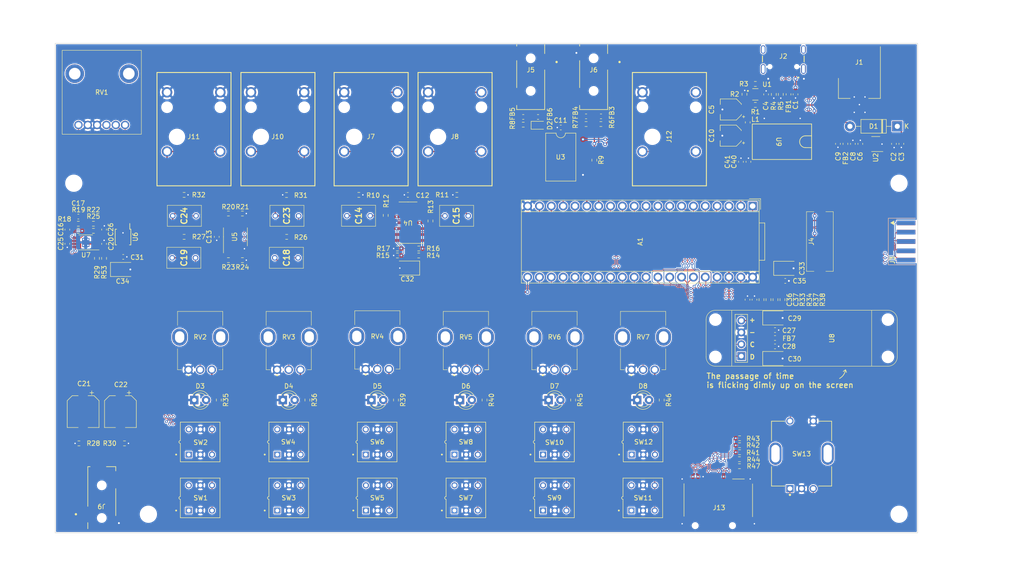
<source format=kicad_pcb>
(kicad_pcb (version 20221018) (generator pcbnew)
  (layers (0 "F.Cu" signal) (31 "B.Cu" signal) (35 "F.Paste" user) (36 "B.SilkS" user "B.Silkscreen") (37 "F.SilkS" user "F.Silkscreen") (38 "B.Mask" user) (39 "F.Mask" user) (44 "Edge.Cuts" user))
  (net 0 "")
  (net 1 "OLED_SCL")
  (net 2 "LED_4")
  (net 3 "LED_5")
  (net 4 "LED_6")
  (net 5 "PUSH_4")
  (net 6 "PUSH_5")
  (net 7 "PUSH_6")
  (net 8 "SW_1")
  (net 9 "SW_2")
  (net 10 "SW_3")
  (net 11 "SW_4")
  (net 12 "SW_5")
  (net 13 "SW_6")
  (net 14 "MIDI_OUT")
  (net 15 "MIDI_IN")
  (net 16 "AUDIO_L_IN")
  (net 17 "AUDIO_R_IN")
  (net 18 "AUDIO_L_OUT")
  (net 19 "AUDIO_R_OUT")
  (net 20 "GND")
  (net 21 "+3.3VA")
  (net 22 "OLED_SDA")
  (net 23 "POT_1")
  (net 24 "POT_2")
  (net 25 "POT_3")
  (net 26 "POT_4")
  (net 27 "POT_5")
  (net 28 "POT_6")
  (net 29 "LED_1")
  (net 30 "LED_2")
  (net 31 "LED_3")
  (net 32 "PUSH_1")
  (net 33 "PUSH_2")
  (net 34 "PUSH_3")
  (net 35 "ENC_CLICK")
  (net 36 "ENC_A")
  (net 37 "ENC_B")
  (net 38 "+3.3V")
  (net 39 "+5V")
  (net 40 "USB_VBUS")
  (net 41 "+9V")
  (net 42 "+5V_USB")
  (net 43 "/Power/+5V_DC_LDO")
  (net 44 "+5V_DC")
  (net 45 "Net-(U4A-+)")
  (net 46 "Net-(U4B-+)")
  (net 47 "Net-(C16-Pad1)")
  (net 48 "Net-(C16-Pad2)")
  (net 49 "Net-(C17-Pad1)")
  (net 50 "Net-(C17-Pad2)")
  (net 51 "Net-(U5B-+)")
  (net 52 "Net-(U5A-+)")
  (net 53 "Net-(U7-BYPASS)")
  (net 54 "Net-(U7-VO1)")
  (net 55 "/AnalogIO/HP_OUT_L")
  (net 56 "Net-(U7-VO2)")
  (net 57 "/AnalogIO/HP_OUT_R")
  (net 58 "Net-(C23-Pad1)")
  (net 59 "MAIN_OUT_R")
  (net 60 "Net-(C24-Pad1)")
  (net 61 "MAIN_OUT_L")
  (net 62 "HP_DETECT")
  (net 63 "/Power/+9V_DC_IN")
  (net 64 "Net-(D2-K)")
  (net 65 "Net-(D2-A)")
  (net 66 "Net-(D3-A)")
  (net 67 "Net-(D4-A)")
  (net 68 "Net-(D5-A)")
  (net 69 "Net-(D6-A)")
  (net 70 "Net-(D7-A)")
  (net 71 "Net-(D8-A)")
  (net 72 "+3.3V_OLED")
  (net 73 "MAIN_IN_L")
  (net 74 "Net-(FB3-Pad2)")
  (net 75 "MAIN_IN_R")
  (net 76 "Net-(FB4-Pad2)")
  (net 77 "/DigitalIO/MIDI_OUT_D1")
  (net 78 "Net-(FB5-Pad2)")
  (net 79 "/DigitalIO/MIDI_OUT_D2")
  (net 81 "Net-(J2-CC1)")
  (net 82 "USB_D+")
  (net 83 "USB_D-")
  (net 85 "Net-(J2-CC2)")
  (net 88 "Net-(J3-T_JTDI{slash}NC)")
  (net 89 "Net-(J3-T_JTMS{slash}T_SWDIO)")
  (net 90 "Net-(J3-T_JCLK{slash}T_SWCLK)")
  (net 91 "Net-(J3-T_JTDO{slash}T_SWO)")
  (net 92 "Net-(J3-GND)")
  (net 95 "Net-(J3-T_NRST)")
  (net 96 "Net-(J3-T_VCC)")
  (net 98 "Net-(J7-PadSN)")
  (net 99 "Net-(J8-PadSN)")
  (net 102 "Net-(U1-PR1)")
  (net 103 "Net-(U1-ST)")
  (net 104 "/AnalogIO/L_IN_BIAS")
  (net 105 "/AnalogIO/R_IN_BIAS")
  (net 106 "Net-(U4C-+)")
  (net 107 "Net-(U4D-+)")
  (net 108 "Net-(U7-IN1-)")
  (net 109 "Net-(U7-IN2-)")
  (net 110 "Net-(U5B--)")
  (net 111 "Net-(U5A--)")
  (net 112 "Net-(J9-PadTN)")
  (net 113 "HP_VOL_L")
  (net 142 "HP_VOL_R")
  (net 145 "/DigitalIO/MIDI_IN_D1")
  (net 146 "/DigitalIO/MIDI_IN_D2")
  (net 147 "Net-(R33-Pad1)")
  (net 148 "Net-(R34-Pad1)")
  (net 150 "/Power/+5VMUX_OUT")
  (net 151 "/Power/+5VMUX_LC_OUT")
  (footprint "Resistor_SMD:R_0603_1608Metric" (layer "F.Cu") (at 189.14 45.95 90)
    (fp_text reference "R4")
    (fp_text value "5k1")
  )
  (footprint "DaisyBoard:PTV09A-4025F-B103" (layer "F.Cu") (at 85.1 98)
    (fp_text reference "RV3")
    (fp_text value "B10K" hide)
  )
  (footprint "DaisyBoard:SW_TL2201EEZA" (layer "F.Cu") (at 142.1 132.5)
    (fp_text reference "SW9")
    (fp_text value "TL2201OAZA")
  )
  (footprint "Resistor_SMD:R_0603_1608Metric" (layer "F.Cu") (at 150.65 60.05 -90)
    (fp_text reference "R9")
    (fp_text value "270R")
  )
  (footprint "DaisyBoard:PEC11H-4120F-S0020" (layer "F.Cu") (at 195.1 123)
    (fp_text reference "SW13")
    (fp_text value "PEC11H-4120F-S0020" hide)
  )
  (footprint "DaisyBoard:SW_TL2201EEZA" (layer "F.Cu") (at 123.1 132.5)
    (fp_text reference "SW7")
    (fp_text value "TL2201OAZA")
  )
  (footprint "Capacitor_SMD:C_0603_1608Metric" (layer "F.Cu") (at 37.61775 77.989 -90)
    (fp_text reference "C25")
    (fp_text value "100n")
  )
  (footprint "DaisyBoard:QBL7IW60D-NW" (layer "F.Cu") (at 104.1 111.5)
    (fp_text reference "D5")
    (fp_text value "White")
  )
  (footprint "DaisyBoard:PTV112-4420A-A503" (layer "F.Cu") (at 45 41.5)
    (fp_text reference "RV1")
    (fp_text value "A50K" hide)
  )
  (footprint "Inductor_SMD:L_0603_1608Metric" (layer "F.Cu") (at 148.875 50.659)
    (fp_text reference "FB4")
    (fp_text value "1 kOhm @ 100 MHz")
  )
  (footprint "Inductor_SMD:L_0603_1608Metric" (layer "F.Cu") (at 183.55 51.95 -90)
    (fp_text reference "L1")
    (fp_text value "6.8uH")
  )
  (footprint "Package_SO:MSOP-10_3x3mm_P0.5mm" (layer "F.Cu") (at 49.55575 76.542 -90)
    (fp_text reference "U6")
    (fp_text value "RS2102XN")
  )
  (footprint "DaisyBoard:SW_TL2201EEZA" (layer "F.Cu") (at 66.1 132.5)
    (fp_text reference "SW1")
    (fp_text value "TL2201OAZA")
  )
  (footprint "Resistor_SMD:R_0603_1608Metric" (layer "F.Cu") (at 181.8 121.2 180)
    (fp_text reference "R42")
    (fp_text value "47k")
  )
  (footprint "Capacitor_SMD:C_0603_1608Metric" (layer "F.Cu") (at 214.91075 56.555 -90)
    (fp_text reference "C2")
    (fp_text value "4.7uF")
  )
  (footprint "Capacitor_SMD:C_0603_1608Metric" (layer "F.Cu") (at 45.49175 74.941 -90)
    (fp_text reference "C26")
    (fp_text value "100n")
  )
  (footprint "Resistor_SMD:R_0603_1608Metric" (layer "F.Cu") (at 181.775 125.7 180)
    (fp_text reference "R47")
    (fp_text value "47k")
  )
  (footprint "Capacitor_SMD:C_0603_1608Metric" (layer "F.Cu") (at 187.49 45.95 90)
    (fp_text reference "C4")
    (fp_text value "4.7uF")
  )
  (footprint "Capacitor_SMD:C_0603_1608Metric" (layer "F.Cu") (at 143.45 53.05 180)
    (fp_text reference "C11")
    (fp_text value "100n")
  )
  (footprint "Resistor_SMD:R_0603_1608Metric" (layer "F.Cu") (at 49.875 120.8)
    (fp_text reference "R30")
    (fp_text value "10k")
  )
  (footprint "DaisyBoard:DaisyInterconnect" (layer "F.Cu") (at 199 77.5 -90)
    (fp_text reference "J4")
    (fp_text value "DaisyInterconnect" hide)
  )
  (footprint "DaisyBoard:SW_TL2201EEZA" (layer "F.Cu") (at 104.1 132.5)
    (fp_text reference "SW5")
    (fp_text value "TL2201OAZA")
  )
  (footprint "DaisyBoard:QBL7IW60D-NW" (layer "F.Cu") (at 85.1 111.5)
    (fp_text reference "D4")
    (fp_text value "White")
  )
  (footprint "Capacitor_SMD:C_0603_1608Metric" (layer "F.Cu") (at 207.7 56.555 90)
    (fp_text reference "C6")
    (fp_text value "4.7uF")
  )
  (footprint "Inductor_SMD:L_0603_1608Metric" (layer "F.Cu") (at 135.398 50.786 180)
    (fp_text reference "FB5")
    (fp_text value "1 kOhm @ 100 MHz")
  )
  (footprint "DaisyBoard:TPA6110A2DGN" (layer "F.Cu") (at 41.54575 77.692 180)
    (fp_text reference "U7")
    (fp_text value "TPA6110A2DGN")
  )
  (footprint "Resistor_SMD:R_0603_1608Metric" (layer "F.Cu") (at 84.62775 67.531 180)
    (fp_text reference "R31")
    (fp_text value "2M")
  )
  (footprint "DaisyBoard:B32529C0105J189" (layer "F.Cu") (at 65.21975 72 180)
    (fp_text reference "C24")
    (fp_text value "1uF" hide)
  )
  (footprint "DaisyBoard:GCT_USB4105GFA" (layer "F.Cu") (at 191.1775 33.7275 180)
    (fp_text reference "J2")
    (fp_text value "USB4105-GF-A-120")
  )
  (footprint "Inductor_SMD:L_0603_1608Metric" (layer "F.Cu") (at 189.4 98.2 180)
    (fp_text reference "FB7")
    (fp_text value "33 Ohm @ 100 MHz")
  )
  (footprint "Capacitor_SMD:CP_Elec_4x5.4" (layer "F.Cu") (at 179.9 54.8 180)
    (fp_text reference "C10")
    (fp_text value "4.7uF")
  )
  (footprint "DaisyBoard:IFS0105S05" (layer "F.Cu") (at 184.5238 56.1 -90)
    (fp_text reference "U9")
    (fp_text value "IFS0105S05")
  )
  (footprint "Diode_THT:D_DO-41_SOD81_P10.16mm_Horizontal" (layer "F.Cu") (at 215.63 52.8 180)
    (fp_text reference "D1")
    (fp_text value "1N5817-T")
  )
  (footprint "Resistor_SMD:R_0603_1608Metric" (layer "F.Cu") (at 43.20575 75.208 180)
    (fp_text reference "R25")
    (fp_text value "33k")
  )
  (footprint "Resistor_SMD:R_0603_1608Metric" (layer "F.Cu") (at 112.98575 80.5 180)
    (fp_text reference "R14")
    (fp_text value "100k")
  )
  (footprint "DaisyBoard:SW_TL2201EEZA" (layer "F.Cu") (at 142.1 120.5)
    (fp_text reference "SW10")
    (fp_text value "TL2201EEZA")
  )
  (footprint "Capacitor_SMD:C_0603_1608Metric" (layer "F.Cu") (at 37.61775 74.954 -90)
    (fp_text reference "C16")
    (fp_text value "470n")
  )
  (footprint "Capacitor_SMD:CP_Elec_6.3x5.7" (layer "F.Cu") (at 41 113.985 -90)
    (fp_text reference "C21")
    (fp_text value "220uF")
  )
  (footprint "Capacitor_Tantalum_SMD:CP_EIA-3528-15_AVX-H_Pad1.50x2.35mm_HandSolder" (layer "F.Cu") (at 49.5 83.5)
    (fp_text reference "C34")
    (fp_text value "10uF")
  )
  (footprint "DaisyBoard:PTV09A-4025F-B103" (layer "F.Cu") (at 123.1 98)
    (fp_text reference "RV5")
    (fp_text value "B10K" hide)
  )
  (footprint "Resistor_SMD:R_0603_1608Metric" (layer "F.Cu") (at 45.49175 81.114 -90)
    (fp_text reference "R53")
    (fp_text value "33k")
  )
  (footprint "DaisyBoard:B32529C0105J189" (layer "F.Cu") (at 123.6 72 180)
    (fp_text reference "C15")
    (fp_text value "1uF" hide)
  )
  (footprint "DaisyBoard:009159010061916" (layer "F.Cu") (at 215.5 77.5 -90)
    (fp_text reference "J3")
    (fp_text value "SWD/JTAG BTB")
  )
  (footprint "Capacitor_SMD:C_0603_1608Metric" (layer "F.Cu") (at 216.5 56.55 -90)
    (fp_text reference "C3")
    (fp_text value "10n")
  )
  (footprint "MountingHole:MountingHole_3.2mm_M3" (layer "F.Cu") (at 216 65)
    (fp_text reference "H2" hide)
    (fp_text value "MountingHole")
  )
  (footprint "DaisyBoard:RASM722X" (layer "F.Cu") (at 207.5 39 180)
    (fp_text reference "J1")
    (fp_text value "RASM722X-ND")
  )
  (footprint "Resistor_SMD:R_0603_1608Metric" (layer "F.Cu") (at 182.85 45.925 -90)
    (fp_text reference "R2")
    (fp_text value "5k1")
  )
  (footprint "Resistor_SMD:R_0603_1608Metric" (layer "F.Cu") (at 89.1 111.5 90)
    (fp_text reference "R36")
    (fp_text value "1k")
  )
  (footprint "Resistor_SMD:R_0603_1608Metric" (layer "F.Cu") (at 189.5 89.975 90)
    (fp_text reference "R37")
    (fp_text value "10k")
  )
  (footprint "Inductor_SMD:L_0603_1608Metric" (layer "F.Cu") (at 138.573 50.786)
    (fp_text reference "FB6")
    (fp_text value "1 kOhm @ 100 MHz")
  )
  (footprint "Capacitor_SMD:C_0603_1608Metric" (layer "F.Cu") (at 182.1 60.4 90)
    (fp_text reference "C41")
    (fp_text value "4.7uF")
  )
  (footprint "DaisyBoard:35RASMT2BHNTRX" (layer "F.Cu") (at 137 40.7 -90)
    (fp_text reference "J5")
    (fp_text value "35RASMT2BHNTRX" hide)
  )
  (footprint "DaisyBoard:B32529C0105J189" (layer "F.Cu") (at 97.57275 71.976)
    (fp_text reference "C14")
    (fp_text value "1uF" hide)
  )
  (footprint "DaisyBoard:112J-TDAR-R01" (layer "F.Cu") (at 172.28 138.44)
    (fp_text reference "J13")
    (fp_text value "112J-TDAR-R01")
  )
  (footprint "Resistor_SMD:R_0603_1608Metric" (layer "F.Cu") (at 148.875 52.31 180)
    (fp_text reference "R7")
    (fp_text value "33R")
  )
  (footprint "DaisyBoard:35RASMT2BHNTRX" (layer "F.Cu") (at 150.5 40.7 -90)
    (fp_text reference "J6")
    (fp_text value "35RASMT2BHNTRX" hide)
  )
  (footprint "Resistor_SMD:R_0603_1608Metric" (layer "F.Cu") (at 108.41675 79 180)
    (fp_text reference "R17")
    (fp_text value "100k")
  )
  (footprint "DaisyBoard:ACJM-HHOP" (layer "F.Cu") (at 108.43 58.2 90)
    (fp_text reference "J7")
    (fp_text value "ACJM-HHOP" hide)
  )
  (footprint "DaisyBoard:ACJM-HHOP" (layer "F.Cu") (at 126.43 58.2 90)
    (fp_text reference "J8")
    (fp_text value "ACJM-HHOP" hide)
  )
  (footprint "Capacitor_SMD:C_0603_1608Metric" (layer "F.Cu") (at 183.7 60.4 90)
    (fp_text reference "C40")
    (fp_text value "4.7uF")
  )
  (footprint "MountingHole:MountingHole_3.2mm_M3" (layer "F.Cu") (at 216 136)
    (fp_text reference "H1" hide)
    (fp_text value "MountingHole")
  )
  (footprint "Capacitor_SMD:C_0603_1608Metric" (layer "F.Cu") (at 189.4 100)
    (fp_text reference "C28")
    (fp_text value "100n")
  )
  (footprint "Resistor_SMD:R_0603_1608Metric" (layer "F.Cu") (at 165.1 111.5 90)
    (fp_text reference "R46")
    (fp_text value "1k")
  )
  (footprint "Resistor_SMD:R_0603_1608Metric" (layer "F.Cu") (at 152.05 52.31 180)
    (fp_text reference "R6")
    (fp_text value "10R")
  )
  (footprint "Inductor_SMD:L_0603_1608Metric" (layer "F.Cu") (at 152.0755 50.659)
    (fp_text reference "FB3")
    (fp_text value "1 kOhm @ 100 MHz")
  )
  (footprint "DaisyBoard:SW_TL2201EEZA" (layer "F.Cu") (at 66.1 120.5)
    (fp_text reference "SW2")
    (fp_text value "TL2201EEZA")
  )
  (footprint "Resistor_SMD:R_0603_1608Metric" (layer "F.Cu") (at 135.398 52.437)
    (fp_text reference "R8")
    (fp_text value "220R")
  )
  (footprint "Resistor_SMD:R_0603_1608Metric" (layer "F.Cu") (at 190.64 45.95 90)
    (fp_text reference "R5")
    (fp_text value "5k1")
  )
  (footprint "Resistor_SMD:R_0603_1608Metric" (layer "F.Cu") (at 75.16075 71.5)
    (fp_text reference "R21")
    (fp_text value "2M")
  )
  (footprint "Resistor_SMD:R_0603_1608Metric" (layer "F.Cu") (at 72.16075 71.5)
    (fp_text reference "R20")
    (fp_text value "2M")
  )
  (footprint "Resistor_SMD:R_0603_1608Metric" (layer "F.Cu") (at 62.66075 67.5)
    (fp_text reference "R32")
    (fp_text value "2M")
  )
  (footprint "Resistor_SMD:R_0603_1608Metric" (layer "F.Cu") (at 84.66075 76.5)
    (fp_text reference "R26")
    (fp_text value "100R")
  )
  (footprint "DaisyBoard:SW_TL2201EEZA" (layer "F.Cu") (at 161.05 132.5)
    (fp_text reference "SW11")
    (fp_text value "TL2201OAZA")
  )
  (footprint "DaisyBoard:B32529C0105J189" (layer "F.Cu") (at 87.21975 72 180)
    (fp_text reference "C23")
    (fp_text value "1uF" hide)
  )
  (footprint "Capacitor_SMD:C_0603_1608Metric" (layer "F.Cu") (at 193.802 45.942 -90)
    (fp_text reference "C1")
    (fp_text value "10n")
  )
  (footprint "Capacitor_SMD:C_0603_1608Metric" (layer "F.Cu") (at 191.6 85.95)
    (fp_text reference "C35")
    (fp_text value "10n")
  )
  (footprint "Package_SO:SOIC-8_3.9x4.9mm_P1.27mm" (layer "F.Cu") (at 73.66075 76.5 90)
    (fp_text reference "U5")
    (fp_text value "MCP6002T-I/SN")
  )
  (footprint "DaisyBoard:QBL7IW60D-NW" (layer "F.Cu") (at 161.1 111.5)
    (fp_text reference "D8")
    (fp_text value "White")
  )
  (footprint "Resistor_SMD:R_0603_1608Metric" (layer "F.Cu") (at 186.5 89.975 90)
    (fp_text reference "R33")
    (fp_text value "5k1")
  )
  (footprint "Resistor_SMD:R_0603_1608Metric" (layer "F.Cu") (at 108.41375 80.5 180)
    (fp_text reference "R15")
    (fp_text value "100k")
  )
  (footprint "Capacitor_SMD:CP_Elec_4x5.4" (layer "F.Cu") (at 179.91875 49.18125 180)
    (fp_text reference "C5")
    (fp_text value "4.7uF")
  )
  (footprint "Capacitor_SMD:C_0603_1608Metric" (layer "F.Cu") (at 189.4 96.5)
    (fp_text reference "C27")
    (fp_text value "10n")
  )
  (footprint "Resistor_SMD:R_0603_1608Metric" (layer "F.Cu") (at 127.1 111.5 90)
    (fp_text reference "R40")
    (fp_text value "1k")
  )
  (footprint "Resistor_SMD:R_0603_1608Metric" (layer "F.Cu") (at 39.96775 75.208 180)
    (fp_text reference "R18")
    (fp_text value "22k")
  )
  (footprint "DaisyBoard:SW_TL2201EEZA" (layer "F.Cu") (at 123.1 120.5)
    (fp_text reference "SW8")
    (fp_text value "TL2201EEZA")
  )
  (footprint "Resistor_SMD:R_0603_1608Metric" (layer "F.Cu") (at 105.9 71.9 -90)
    (fp_text reference "R12")
    (fp_text value "2M")
  )
  (footprint "Resistor_SMD:R_0603_1608Metric" (layer "F.Cu") (at 121.16075 67.5 180)
    (fp_text reference "R11")
    (fp_text value "2M")
  )
  (footprint "Capacitor_SMD:C_0603_1608Metric" (layer "F.Cu") (at 183.5 89.975 90)
    (fp_text reference "C36")
    (fp_text value "10n")
  )
  (footprint "Resistor_SMD:R_0603_1608Metric" (layer "F.Cu") (at 43.20575 73.684 180)
    (fp_text reference "R22")
    (fp_text value "33k")
  )
  (footprint "DaisyBoard:DFR0647" (layer "F.Cu") (at 195.120001 98.250001)
    (fp_text reference "U8")
    (fp_text value "DFR0647" hide)
  )
  (footprint "MountingHole:MountingHole_3.2mm_M3" (layer "F.Cu") (at 55 136)
    (fp_text reference "H4" hide)
    (fp_text value "MountingHole")
  )
  (footprint "DaisyBoard:PTV09A-4025F-B103" (layer "F.Cu") (at 66.1 98)
    (fp_text reference "RV2")
    (fp_text value "B10K" hide)
  )
  (footprint "Resistor_SMD:R_0603_1608Metric" (layer "F.Cu") (at 75.16075 81.5)
    (fp_text reference "R24")
    (fp_text value "2M")
  )
  (footprint "Capacitor_Tantalum_SMD:CP_EIA-3528-15_AVX-H_Pad1.50x2.35mm_HandSolder" (layer "F.Cu") (at 191.75 83.25)
    (fp_text reference "C33")
    (fp_text value "10uF")
  )
  (footprint "Resistor_SMD:R_0603_1608Metric" (layer "F.Cu") (at 70.1 111.5 90)
    (fp_text reference "R35")
    (fp_text value "1k")
  )
  (footprint "DaisyBoard:B32529C0105J189" (layer "F.Cu") (at 82.10175 81)
    (fp_text reference "C18")
    (fp_text value "1uF" hide)
  )
  (footprint "Package_DIP:SMDIP-8_W9.53mm" (layer "F.Cu") (at 143.44625 59.4)
    (fp_text reference "U3")
    (fp_text value "6N138S")
  )
  (footprint "Resistor_SMD:R_0603_1608Metric" (layer "F.Cu") (at 62.66075 76.5 180)
    (fp_text reference "R27")
    (fp_text value "100R")
  )
  (footprint "DaisyBoard:QBL7IW60D-NW" (layer "F.Cu") (at 66.1 111.5)
    (fp_text reference "D3")
    (fp_text value "White")
  )
  (footprint "DaisyBoard:SW_TL2201EEZA" (layer "F.Cu") (at 85.1 120.5)
    (fp_text reference "SW4")
    (fp_text value "TL2201EEZA")
  )
  (footprint "Inductor_SMD:L_0603_1608Metric" (layer "F.Cu") (at 204.5 56.55 90)
    (fp_text reference "FB2")
    (fp_text value "33 Ohm @ 100 MHz")
  )
  (footprint "Resistor_SMD:R_0603_1608Metric" (layer "F.Cu") (at 40.1 120.8 180)
    (fp_text reference "R28")
    (fp_text value "10k")
  )
  (footprint "Resistor_SMD:R_0603_1608Metric" (layer "F.Cu") (at 39.96775 73.684 180)
    (fp_text reference "R19")
    (fp_text value "22k")
  )
  (footprint "DaisyBoard:B32529C0105J189" (layer "F.Cu") (at 60.10175 81)
    (fp_text reference "C19")
    (fp_text value "1uF" hide)
  )
  (footprint "Resistor_SMD:R_0603_1608Metric" (layer "F.Cu") (at 72.16075 81.5)
    (fp_text reference "R23")
    (fp_text value "2M")
  )
  (footprint "DaisyBoard:SW_TL2201EEZA" (layer "F.Cu") (at 85.1 132.5)
    (fp_text reference "SW3")
    (fp_text value "TL2201OAZA")
  )
  (footprint "Capacitor_SMD:C_0603_1608Metric" (layer "F.Cu") (at 206.1 56.555 90)
    (fp_text reference "C8")
    (fp_text value "10n")
  )
  (footprint "DaisyBoard:35RASMT3BHNTRX" (layer "F.Cu") (at 45 134.3 90)
    (fp_text reference "J9")
    (fp_text value "35RASMT3BHNTRX" hide)
  )
  (footprint "Capacitor_Tantalum_SMD:CP_EIA-3528-15_AVX-H_Pad1.50x2.35mm_HandSolder" (layer "F.Cu") (at 110.55 83.2 180)
    (fp_text reference "C32")
    (fp_text value "10uF")
  )
  (footprint "Diode_SMD:D_SOD-323F" (layer "F.Cu") (at 138.7 52.564)
    (fp_text reference "D2")
    (fp_text value "1N4148WS")
  )
  (footprint "Resistor_SMD:R_0603_1608Metric" (layer "F.Cu") (at 185.1825 43.7)
    (fp_text reference "R3")
    (fp_text value "10k")
  )
  (footprint "DaisyBoard:QBL7IW60D-NW" (layer "F.Cu") (at 142.1 111.5)
    (fp_text reference "D7")
    (fp_text value "White")
  )
  (footprint "Resistor_SMD:R_0603_1608Metric" (layer "F.Cu") (at 112.98575 79 180)
    (fp_text reference "R16")
    (fp_text value "100k")
  )
  (footprint "Resistor_SMD:R_0603_1608Metric" (layer "F.Cu") (at 43.96775 81.114 -90)
    (fp_text reference "R29")
    (fp_text value "200k")
  )
  (footprint "Resistor_SMD:R_0603_1608Metric" (layer "F.Cu") (at 100.13175 67.5)
    (fp_text reference "R10")
    (fp_text value "2M")
  )
  (footprint "DaisyBoard:QBL7IW60D-NW" (layer "F.Cu") (at 123.1 111.5)
    (fp_text reference "D6")
    (fp_text value "White")
  )
  (footprint "DaisyBoard:ACJM-HHOP" (layer "F.Cu") (at 172.4 58.2 90)
    (fp_text reference "J12")
    (fp_text value "ACJM-HHOP" hide)
  )
  (footprint "MountingHole:MountingHole_3.2mm_M3" (layer "F.Cu") (at 39 65)
    (fp_text reference "H3" hide)
    (fp_text value "MountingHole")
  )
  (footprint "Capacitor_Tantalum_SMD:CP_EIA-3528-15_AVX-H_Pad1.50x2.35mm_HandSolder" (layer "F.Cu") (at 189.4 102.6)
    (fp_text reference "C30")
    (fp_text value "10uF")
  )
  (footprint "Resistor_SMD:R_0603_1608Metric" (layer "F.Cu") (at 188 89.975 90)
    (fp_text reference "R34")
    (fp_text value "5k1")
  )
  (footprint "Capacitor_SMD:C_0603_1608Metric" (layer "F.Cu") (at 49.6 80.8)
    (fp_text reference "C31")
    (fp_text value "100n")
  )
  (footprint "Capacitor_SMD:C_0603_1608Metric" (layer "F.Cu") (at 185 89.975 90)
    (fp_text reference "C37")
    (fp_text value "10n")
  )
  (footprint "Package_SO:SOIC-14_3.9x8.7mm_P1.27mm" (layer "F.Cu") (at 110.68575 73.46 180)
    (fp_text reference "U4")
    (fp_text value "MCP6004T-I/SL")
  )
  (footprint "Capacitor_SMD:C_0603_1608Metric" (layer "F.Cu") (at 202.9 56.55 -90)
    (fp_text reference "C9")
    (fp_text value "4.7uF")
  )
  (footprint "Capacitor_Tantalum_SMD:CP_EIA-3528-15_AVX-H_Pad1.50x2.35mm_HandSolder" (layer "F.Cu") (at 189.4 93.9)
    (fp_text reference "C29")
    (fp_text value "10uF")
  )
  (footprint "DaisyBoard:ACJM-HHOP" (layer "F.Cu") (at 88.43 58.2 90)
    (fp_text reference "J10")
    (fp_text value "ACJM-HHOP" hide)
  )
  (footprint "DaisyBoard:ACJM-HHOP" (layer "F.Cu") (at 70.43 58.2 90)
    (fp_text reference "J11")
    (fp_text value "ACJM-HHOP" hide)
  )
  (footprint "Inductor_SMD:L_0603_1608Metric" (layer "F.Cu") (at 192.302 45.942 -90)
    (fp_text reference "FB1")
    (fp_text value "33 Ohm @ 100 MHz")
  )
  (footprint "DaisyBoard:PTV09A-4025F-B103" (layer "F.Cu") (at 104.1 97.863)
    (fp_text reference "RV4")
    (fp_text value "B10K" hide)
  )
  (footprint "Resistor_SMD:R_0603_1608Metric" (layer "F.Cu") (at 191 89.975 90)
    (fp_text reference "R38")
    (fp_text value "10k")
  )
  (footprint "Resistor_SMD:R_0603_1608Metric" (layer "F.Cu") (at 108.1 111.5 90)
    (fp_text reference "R39")
    (fp_text value "1k")
  )
  (footprint "DaisyBoard:SW_TL2201EEZA" (layer "F.Cu") (at 161.1 120.5)
    (fp_text reference "SW12")
    (fp_text value "TL2201EEZA")
  )
  (footprint "Resistor_SMD:R_0603_1608Metric" (layer "F.Cu") (at 146.1 111.5 90)
    (fp_text reference "R45")
    (fp_text value "1k")
  )
  (footprint "DaisyBoard:SW_TL2201EEZA" (layer "F.Cu") (at 104.0598 120.5)
    (fp_text reference "SW6")
    (fp_text value "TL2201EEZA")
  )
  (footprint "Resistor_SMD:R_0603_1608Metric" (layer "F.Cu") (at 181.8 122.7 180)
    (fp_text reference "R41")
    (fp_text value "47k")
  )
  (footprint "Resistor_SMD:R_0603_1608Metric" (layer "F.Cu") (at 181.775 124.2 180)
    (fp_text reference "R44")
    (fp_text value "47k")
  )
  (footprint "Capacitor_SMD:CP_Elec_6.3x5.7" (layer "F.Cu") (at 49 113.985 -90)
    (fp_text reference "C22")
    (fp_text value "220uF")
  )
  (footprint "Resistor_SMD:R_0603_1608Metric" (layer "F.Cu") (at 115.5 73.1 90)
    (fp_text reference "R13")
    (fp_text value "2M")
  )
  (footprint "DaisyBoard:Electrosmith_Daisy_Seed" (layer "F.Cu") (at 160.5 77.5 -90)
    (fp_text reference "A1")
    (fp_text value "Electrosmith_Daisy_Seed_Rev4")
  )
  (footprint "Resistor_SMD:R_0603_1608Metric" (layer "F.Cu") (at 185.1825 48.2)
    (fp_text reference "R1")
    (fp_text value "16k")
  )
  (footprint "DaisyBoard:SOTFL50P160X60-8N" (layer "F.Cu") (at 185.1825 45.95)
    (fp_text reference "U1")
    (fp_text value "TPS2116DRLR")
  )
  (footprint "Capacitor_SMD:C_0603_1608Metric" (layer "F.Cu") (at 69.66075 76.5 -90)
    (fp_text reference "C13")
    (fp_text value "100n")
  )
  (footprint "DaisyBoard:PTV09A-4025F-B103" (layer "F.Cu") (at 142.1 98)
    (fp_text reference "RV6")
    (fp_text value "B10K" hide)
  )
  (footprint "Capacitor_SMD:C_0603_1608Metric" (layer "F.Cu") (at 110.66075 67.5 180)
    (fp_text reference "C12")
    (fp_text value "100n")
  )
  (footprint "Package_TO_SOT_SMD:SOT-23-5_HandSoldering" (layer "F.Cu") (at 211 56.6 180)
    (fp_text reference "U2")
    (fp_text value "LDK320AM50R")
  )
  (footprint "Resistor_SMD:R_0603_1608Metric" (layer "F.Cu") (at 181.8 119.7 180)
    (fp_text reference "R43")
    (fp_text value "47k")
  )
  (footprint "DaisyBoard:PTV09A-4025F-B103" (layer "F.Cu") (at 161.1 98)
    (fp_text reference "RV7")
    (fp_text value "B10K" hide)
  )
  (footprint "Capacitor_SMD:C_0603_1608Metric" (layer "F.Cu") (at 39.96775 72.16 180)
    (fp_text reference "C17")
    (fp_text value "470n")
  )
  (footprint "Capacitor_SMD:C_0603_1608Metric" (layer "F.Cu") (at 45.49175 78.002 90)
    (fp_text reference "C20")
    (fp_text value "100n")
  )
  (gr_line (start 204.52201 105.025643) (end 204.041205 105.371238) (stroke (width 0.154)) (layer "F.SilkS"))
  (gr_arc (start 204.52201 105.025643) (mid 204.1 106.1) (end 203.241205 106.871237) (stroke (width 0.154)) (layer "F.SilkS"))
  (gr_line (start 204.52201 105.025643) (end 204.741205 105.571238) (stroke (width 0.154)) (layer "F.SilkS"))
  (gr_rect (start 35 35) (end 220 140) (stroke (width 0.1)) (fill none) (layer "Edge.Cuts"))
  (gr_text "The passage of time\nis flicking dimly up on the screen" (at 174.6 109) (layer "F.SilkS") (effects (font (size 1.2 1.2) (thickness 0.2) bold) (justify left bottom)))
  (segment (start 155.8 83.25) (end 155.8 82.801499) (width 0.15) (layer "F.Cu") (net 1))
  (segment (start 155.7 71.45) (end 156.4 71.45) (width 0.15) (layer "F.Cu") (net 1))
  (segment (start 173.291738 83.9) (end 172.914738 83.523) (width 0.15) (layer "F.Cu") (net 1))
  (segment (start 172.955 99.455) (end 173.373 99.873) (width 0.15) (layer "F.Cu") (net 1))
  (segment (start 174.05 86.903) (end 174.05 87.6) (width 0.15) (layer "F.Cu") (net 1))
  (segment (start 175.066254 86.902035) (end 175.497965 86.902035) (width 0.15) (layer "F.Cu") (net 1))
  (segment (start 180.477 99.873) (end 180.8 99.55) (width 0.15) (layer "F.Cu") (net 1))
  (segment (start 175.35 83.9) (end 173.291738 83.9) (width 0.15) (layer "F.Cu") (net 1))
  (segment (start 172.955 91.605358) (end 172.955 99.455) (width 0.15) (layer "F.Cu") (net 1))
  (segment (start 175.497965 86.902035) (end 175.7 86.7) (width 0.15) (layer "F.Cu") (net 1))
  (segment (start 175.7 84.25) (end 175.35 83.9) (width 0.15) (layer "F.Cu") (net 1))
  (segment (start 156.4 71.45) (end 156.66 71.19) (width 0.15) (layer "F.Cu") (net 1))
  (segment (start 173.373 99.873) (end 180.477 99.873) (width 0.15) (layer "F.Cu") (net 1))
  (segment (start 155.75375 80.93375) (end 155.467 80.647) (width 0.15) (layer "F.Cu") (net 1))
  (segment (start 156.66 71.19) (end 156.66 69.9) (width 0.15) (layer "F.Cu") (net 1))
  (segment (start 174.05 87.6) (end 173.564 88.086) (width 0.15) (layer "F.Cu") (net 1))
  (segment (start 173.564 90.996358) (end 172.955 91.605358) (width 0.15) (layer "F.Cu") (net 1))
  (segment (start 155.467 71.683) (end 155.7 71.45) (width 0.15) (layer "F.Cu") (net 1))
  (segment (start 172.914738 83.523) (end 156.073 83.523) (width 0.15) (layer "F.Cu") (net 1))
  (segment (start 180.8 99.55) (end 182.160001 99.55) (width 0.15) (layer "F.Cu") (net 1))
  (segment (start 155.467 80.647) (end 155.467 71.683) (width 0.15) (layer "F.Cu") (net 1))
  (segment (start 175.7 86.7) (end 175.7 84.25) (width 0.15) (layer "F.Cu") (net 1))
  (segment (start 155.76625 80.93375) (end 155.75375 80.93375) (width 0.15) (layer "F.Cu") (net 1))
  (segment (start 174.0485 86.9015) (end 174.05 86.903) (width 0.15) (layer "F.Cu") (net 1))
  (segment (start 156.073 83.523) (end 155.8 83.25) (width 0.15) (layer "F.Cu") (net 1))
  (segment (start 173.564 88.086) (end 173.564 90.996358) (width 0.15) (layer "F.Cu") (net 1))
  (via (at 174.0485 86.9015) (size 0.6) (drill 0.3) (layers "F.Cu" "B.Cu") (net 1))
  (via (at 155.8 82.801499) (size 0.6) (drill 0.3) (layers "F.Cu" "B.Cu") (net 1))
  (via (at 155.76625 80.93375) (size 0.6) (drill 0.3) (layers "F.Cu" "B.Cu") (net 1))
  (via (at 175.066254 86.902035) (size 0.6) (drill 0.3) (layers "F.Cu" "B.Cu") (net 1))
  (segment (start 174.0485 86.9015) (end 174.0985 86.9015) (width 0.15) (layer "B.Cu") (net 1))
  (segment (start 155.477 82.478499) (end 155.8 82.801499) (width 0.15) (layer "B.Cu") (net 1))
  (segment (start 174.0985 86.9015) (end 174.1 86.9) (width 0.15) (layer "B.Cu") (net 1))
  (segment (start 155.76625 80.93375) (end 155.477 81.223) (width 0.15) (layer "B.Cu") (net 1))
  (segment (start 174.1 86.9) (end 175.064219 86.9) (width 0.15) (layer "B.Cu") (net 1))
  (segment (start 175.064219 86.9) (end 175.066254 86.902035) (width 0.15) (layer "B.Cu") (net 1))
  (segment (start 155.477 81.223) (end 155.477 82.478499) (width 0.15) (layer "B.Cu") (net 1))
  (segment (start 169.631 88.114476) (end 168.844209 87.327685) (width 0.15) (layer "F.Cu") (net 2))
  (segment (start 167.044209 87.327685) (end 166.693524 86.977) (width 0.15) (layer "F.Cu") (net 2))
  (segment (start 168.667214 108.507998) (end 169.631 107.544211) (width 0.15) (layer "F.Cu") (net 2))
  (segment (start 161.74 86.34) (end 161.74 85.14) (width 0.15) (layer "F.Cu") (net 2))
  (segment (start 162.1 86.7) (end 161.74 86.34) (width 0.15) (layer "F.Cu") (net 2))
  (segment (start 168.3 108.508) (end 168.667214 108.507998) (width 0.15) (layer "F.Cu") (net 2))
  (segment (start 127.1 109.05) (end 127.642 108.508) (width 0.15) (layer "F.Cu") (net 2))
  (segment (start 164.585262 86.977) (end 164.308262 86.7) (width 0.15) (layer "F.Cu") (net 2))
  (segment (start 127.1 110.675) (end 127.1 109.05) (width 0.15) (layer "F.Cu") (net 2))
  (segment (start 169.631 107.544211) (end 169.631 88.114476) (width 0.15) (layer "F.Cu") (net 2))
  (segment (start 127.642 108.508) (end 168.3 108.508) (width 0.15) (layer "F.Cu") (net 2))
  (segment (start 168.844209 87.327685) (end 167.044209 87.327685) (width 0.15) (layer "F.Cu") (net 2))
  (segment (start 166.693524 86.977) (end 164.585262 86.977) (width 0.15) (layer "F.Cu") (net 2))
  (segment (start 164.308262 86.7) (end 162.1 86.7) (width 0.15) (layer "F.Cu") (net 2))
  (segment (start 169.908 107.658948) (end 169.908 87.999738) (width 0.15) (layer "F.Cu") (net 3))
  (segment (start 168.781948 108.785) (end 169.908 107.658948) (width 0.15) (layer "F.Cu") (net 3))
  (segment (start 146.465 108.785) (end 168.781948 108.785) (width 0.15) (layer "F.Cu") (net 3))
  (segment (start 169.908 87.999738) (end 168.958947 87.050685) (width 0.15) (layer "F.Cu") (net 3))
  (segment (start 164.7 86.7) (end 164.28 86.28) (width 0.15) (layer "F.Cu") (net 3))
  (segment (start 146.1 110.675) (end 146.1 109.15) (width 0.15) (layer "F.Cu") (net 3))
  (segment (start 168.958947 87.050685) (end 167.158947 87.050685) (width 0.15) (layer "F.Cu") (net 3))
  (segment (start 164.28 86.28) (end 164.28 85.14) (width 0.15) (layer "F.Cu") (net 3))
  (segment (start 146.1 109.15) (end 146.465 108.785) (width 0.15) (layer "F.Cu") (net 3))
  (segment (start 166.808262 86.7) (end 164.7 86.7) (width 0.15) (layer "F.Cu") (net 3))
  (segment (start 167.158947 87.050685) (end 166.808262 86.7) (width 0.15) (layer "F.Cu") (net 3))
  (segment (start 165.1 110.675) (end 165.1 109.45) (width 0.15) (layer "F.Cu") (net 4))
  (segment (start 166.82 86.32) (end 166.82 85.14) (width 0.15) (layer "F.Cu") (net 4))
  (segment (start 170.185 87.885) (end 169.073685 86.773685) (width 0.15) (layer "F.Cu") (net 4))
  (segment (start 170.185 107.773685) (end 170.185 87.885) (width 0.15) (layer "F.Cu") (net 4))
  (segment (start 167.273685 86.773685) (end 166.82 86.32) (width 0.15) (layer "F.Cu") (net 4))
  (segment (start 168.858685 109.1) (end 170.185 107.773685) (width 0.15) (layer "F.Cu") (net 4))
  (segment (start 165.45 109.1) (end 168.858685 109.1) (width 0.15) (layer "F.Cu") (net 4))
  (segment (start 169.073685 86.773685) (end 167.273685 86.773685) (width 0.15) (layer "F.Cu") (net 4))
  (segment (start 165.1 109.45) (end 165.45 109.1) (width 0.15) (layer "F.Cu") (net 4))
  (segment (start 170.058 109.859371) (end 171.57 108.34737) (width 0.15) (layer "F.Cu") (net 5))
  (segment (start 177 122.95) (end 176.673 122.623) (width 0.15) (layer "F.Cu") (net 5))
  (segment (start 170.6015 80.7985) (end 170.823 80.577) (width 0.15) (layer "F.Cu") (net 5))
  (segment (start 174.44 71.16) (end 174.44 69.9) (width 0.15) (layer "F.Cu") (net 5))
  (segment (start 172.179 88.729) (end 171.9 88.45) (width 0.15) (layer "F.Cu") (net 5))
  (segment (start 170.058 116.117211) (end 170.058 109.859371) (width 0.15) (layer "F.Cu") (net 5))
  (segment (start 171.371064 125.881) (end 126.069 125.881) (width 0.15) (layer "F.Cu") (net 5))
  (segment (start 176.673 122.623) (end 170.373 122.623) (width 0.15) (layer "F.Cu") (net 5))
  (segment (start 171.57 108.34737) (end 171.57 91.031673) (width 0.15) (layer "F.Cu") (net 5))
  (segment (start 177 123.55) (end 177 123.45) (width 0.15) (layer "F.Cu") (net 5))
  (segment (start 177 123.55) (end 177 122.95) (width 0.15) (layer "F.Cu") (net 5))
  (segment (start 172.9 125.893532) (end 172.887468 125.881) (width 0.15) (layer "F.Cu") (net 5))
  (segment (start 177 125) (end 176.660468 125.339532) (width 0.15) (layer "F.Cu") (net 5))
  (segment (start 126.069 125.881) (end 125.65 126.3) (width 0.15) (layer "F.Cu") (net 5))
  (segment (start 170.6015 82.25) (end 170.6015 80.7985) (width 0.15) (layer "F.Cu") (net 5))
  (segment (start 171.427 73.114737) (end 171.427001 72.247786) (width 0.15) (layer "F.Cu") (net 5))
  (segment (start 172.887468 125.881) (end 172.228936 125.881) (width 0.15) (layer "F.Cu") (net 5))
  (segment (start 125.65 126.3) (end 125.65 129.8) (width 0.15) (layer "F.Cu") (net 5))
  (segment (start 172.174788 71.5) (end 174.1 71.5) (width 0.15) (layer "F.Cu") (net 5))
  (segment (start 169.677 121.927) (end 169.677 116.498212) (width 0.15) (layer "F.Cu") (net 5))
  (segment (start 172.179 90.422673) (end 172.179 88.729) (width 0.15) (layer "F.Cu") (net 5))
  (segment (start 125.65 135.2) (end 125.65 129.8) (width 0.15) (layer "F.Cu") (net 5))
  (segment (start 170.373 122.623) (end 169.677 121.927) (width 0.15) (layer "F.Cu") (net 5))
  (segment (start 171.592064 126.102) (end 171.371064 125.881) (width 0.15) (layer "F.Cu") (net 5))
  (segment (start 176.660468 125.339532) (end 174.222129 125.339532) (width 0.15) (layer "F.Cu") (net 5))
  (segment (start 171.9 88.45) (end 171.4 88.45) (width 0.15) (layer "F.Cu") (net 5))
  (segment (start 174.1 71.5) (end 174.44 71.16) (width 0.15) (layer "F.Cu") (net 5))
  (segment (start 169.677 116.498212) (end 170.058 116.117211) (width 0.15) (layer "F.Cu") (net 5))
  (segment (start 171.427001 72.247786) (end 172.174788 71.5) (width 0.15) (layer "F.Cu") (net 5))
  (segment (start 172.228936 125.881) (end 172.007936 126.102) (width 0.15) (layer "F.Cu") (net 5))
  (segment (start 170.823 80.577) (end 170.823 73.718738) (width 0.15) (layer "F.Cu") (net 5))
  (segment (start 172.007936 126.102) (end 171.592064 126.102) (width 0.15) (layer "F.Cu") (net 5))
  (segment (start 171.57 91.031673) (end 172.179 90.422673) (width 0.15) (layer "F.Cu") (net 5))
  (segment (start 170.823 73.718738) (end 171.427 73.114737) (width 0.15) (layer "F.Cu") (net 5))
  (segment (start 177 125) (end 177 123.55) (width 0.15) (layer "F.Cu") (net 5))
  (via (at 177 123.45) (size 0.6) (drill 0.3) (layers "F.Cu" "B.Cu") (net 5))
  (via (at 171.4 88.45) (size 0.6) (drill 0.3) (layers "F.Cu" "B.Cu") (net 5))
  (via (at 174.222129 125.339532) (size 0.6) (drill 0.3) (layers "F.Cu" "B.Cu") (net 5))
  (via (at 172.88 127.94) (size 0.6) (drill 0.3) (layers "F.Cu" "B.Cu") (net 5))
  (via (at 172.9 125.893532) (size 0.6) (drill 0.3) (layers "F.Cu" "B.Cu") (net 5))
  (via (at 170.6015 82.25) (size 0.6) (drill 0.3) (layers "F.Cu" "B.Cu") (net 5))
  (via (at 180.975 121.2) (size 0.6) (drill 0.3) (layers "F.Cu" "B.Cu") (net 5))
  (segment (start 173.668129 125.893532) (end 172.9 125.893532) (width 0.15) (layer "B.Cu") (net 5))
  (segment (start 174.222129 125.339532) (end 173.668129 125.893532) (width 0.15) (layer "B.Cu") (net 5))
  (segment (start 179.923 123.218738) (end 179.923 122.835262) (width 0.15) (layer "B.Cu") (net 5))
  (segment (start 177.961762 123.4965) (end 179.645238 123.4965) (width 0.15) (layer "B.Cu") (net 5))
  (segment (start 172.9 125.893532) (end 172.477 126.316532) (width 0.15) (layer "B.Cu") (net 5))
  (segment (start 179.923 122.835262) (end 180.4 122.358262) (width 0.15) (layer "B.Cu") (net 5))
  (segment (start 170.058262 86.65) (end 170.898 87.489738) (width 0.15) (layer "B.Cu") (net 5))
  (segment (start 168.05 84.4) (end 168.05 85.95) (width 0.15) (layer "B.Cu") (net 5))
  (segment (start 168.05 85.95) (end 168.75 86.65) (width 0.15) (layer "B.Cu") (net 5))
  (segment (start 170.898 87.489738) (end 170.898 87.948) (width 0.15) (layer "B.Cu") (net 5))
  (segment (start 168.6 83.85) (end 168.05 84.4) (width 0.15) (layer "B.Cu") (net 5))
  (segment (start 170.898 87.948) (end 171.4 88.45) (width 0.15) (layer "B.Cu") (net 5))
  (segment (start 177 123.45) (end 177.271 123.721) (width 0.15) (layer "B.Cu") (net 5))
  (segment (start 170.6015 82.831975) (end 169.583475 83.85) (width 0.15) (layer "B.Cu") (net 5))
  (segment (start 180.6 121.2) (end 180.975 121.2) (width 0.15) (layer "B.Cu") (net 5))
  (segment (start 177.737262 123.721) (end 177.961762 123.4965) (width 0.15) (layer "B.Cu") (net 5))
  (segment (start 169.583475 83.85) (end 168.6 83.85) (width 0.15) (layer "B.Cu") (net 5))
  (segment (start 170.6015 82.25) (end 170.6015 82.831975) (width 0.15) (layer "B.Cu") (net 5))
  (segment (start 172.477 126.316532) (end 172.477 127.537) (width 0.15) (layer "B.Cu") (net 5))
  (segment (start 177.271 123.721) (end 177.737262 123.721) (width 0.15) (layer "B.Cu") (net 5))
  (segment (start 180.4 122.358262) (end 180.4 121.4) (width 0.15) (layer "B.Cu") (net 5))
  (segment (start 172.477 127.537) (end 172.88 127.94) (width 0.15) (layer "B.Cu") (net 5))
  (segment (start 180.4 121.4) (end 180.6 121.2) (width 0.15) (layer "B.Cu") (net 5))
  (segment (start 179.645238 123.4965) (end 179.923 123.218738) (width 0.15) (layer "B.Cu") (net 5))
  (segment (start 168.75 86.65) (end 170.058262 86.65) (width 0.15) (layer "B.Cu") (net 5))
  (segment (start 169.781 109.744633) (end 171.293 108.232633) (width 0.15) (layer "F.Cu") (net 6))
  (segment (start 171.15 73) (end 171.150002 72.133048) (width 0.15) (layer "F.Cu") (net 6))
  (segment (start 171.902 89.802) (end 171.4 89.3) (width 0.15) (layer "F.Cu") (net 6))
  (segment (start 144.65 126.6) (end 145.092 126.158) (width 0.15) (layer "F.Cu") (net 6))
  (segment (start 144.65 129.8) (end 144.65 126.6) (width 0.15) (layer "F.Cu") (net 6))
  (segment (start 171.293 108.232633) (end 171.293 90.916936) (width 0.15) (layer "F.Cu") (net 6))
  (segment (start 176.2 123.1) (end 176 122.9) (width 0.15) (layer "F.Cu") (net 6))
  (segment (start 176.2 124.4995) (end 176.2 123.45) (width 0.15) (layer "F.Cu") (net 6))
  (segment (start 170.241738 122.9) (end 169.4 122.058262) (width 0.15) (layer "F.Cu") (net 6))
  (segment (start 171.150002 72.133048) (end 171.9 71.383051) (width 0.15) (layer "F.Cu") (net 6))
  (segment (start 175.8 126.7) (end 177.3 126.7) (width 0.15) (layer "F.Cu") (net 6))
  (segment (start 171.9 71.383051) (end 171.9 69.9) (width 0.15) (layer "F.Cu") (net 6))
  (segment (start 177.3 126.7) (end 177.3 127.92) (width 0.15) (layer "F.Cu") (net 6))
  (segment (start 170.1 80.8) (end 170.546 80.354) (width 0.15) (layer "F.Cu") (net 6))
  (segment (start 169.4 122.058262) (end 169.4 116.383475) (width 0.15) (layer "F.Cu") (net 6))
  (segment (start 175.602 126.492064) (end 175.602 126.502) (width 0.15) (layer "F.Cu") (net 6))
  (segment (start 175.602 126.502) (end 175.8 126.7) (width 0.15) (layer "F.Cu") (net 6))
  (segment (start 170.546 80.354) (end 170.546 73.604) (width 0.15) (layer "F.Cu") (net 6))
  (segment (start 169.4 116.383475) (end 169.781 116.002474) (width 0.15) (layer "F.Cu") (net 6))
  (segment (start 170.1 81.5) (end 170.1 80.8) (width 0.15) (layer "F.Cu") (net 6))
  (segment (start 175.307936 126.198) (end 175.602 126.492064) (width 0.15) (layer "F.Cu") (net 6))
  (segment (start 171.256326 126.158) (end 171.493358 126.395032) (width 0.15) (layer "F.Cu") (net 6))
  (segment (start 170.546 73.604) (end 171.15 73) (width 0.15) (layer "F.Cu") (net 6))
  (segment (start 169.781 116.002474) (end 169.781 109.744633) (width 0.15) (layer "F.Cu") (net 6))
  (segment (start 174.695032 126.395032) (end 174.892064 126.198) (width 0.15) (layer "F.Cu") (net 6))
  (segment (start 145.092 126.158) (end 171.256326 126.158) (width 0.15) (layer "F.Cu") (net 6))
  (segment (start 171.293 90.916936) (end 171.902 90.307936) (width 0.15) (layer "F.Cu") (net 6))
  (segment (start 174.892064 126.198) (end 175.307936 126.198) (width 0.15) (layer "F.Cu") (net 6))
  (segment (start 171.902 90.307936) (end 171.902 89.802) (width 0.15) (layer "F.Cu") (net 6))
  (segment (start 176 122.9) (end 170.241738 122.9) (width 0.15) (layer "F.Cu") (net 6))
  (segment (start 144.65 135.2) (end 144.65 129.8) (width 0.15) (layer "F.Cu") (net 6))
  (segment (start 171.493358 126.395032) (end 174.695032 126.395032) (width 0.15) (layer "F.Cu") (net 6))
  (segment (start 176.2 123.45) (end 176.2 123.1) (width 0.15) (layer "F.Cu") (net 6))
  (via (at 176.2 123.45) (size 0.6) (drill 0.3) (layers "F.Cu" "B.Cu") (net 6))
  (via (at 180.975 119.7) (size 0.6) (drill 0.3) (layers "F.Cu" "B.Cu") (net 6))
  (via (at 176.2 124.4995) (size 0.6) (drill 0.3) (layers "F.Cu" "B.Cu") (net 6))
  (via (at 177.3 126.7) (size 0.6) (drill 0.3) (layers "F.Cu" "B.Cu") (net 6))
  (via (at 171.4 89.3) (size 0.6) (drill 0.3) (layers "F.Cu" "B.Cu") (net 6))
  (via (at 170.1 81.5) (size 0.6) (drill 0.3) (layers "F.Cu" "B.Cu") (net 6))
  (segment (start 180.123 121.285262) (end 180.5 120.908262) (width 0.15) (layer "B.Cu") (net 6))
  (segment (start 177.207936 122.898) (end 177.529436 123.2195) (width 0.15) (layer "B.Cu") (net 6))
  (segment (start 176.2 123.1) (end 176.402 122.898) (width 0.15) (layer "B.Cu") (net 6))
  (segment (start 169.468737 83.573) (end 168.477 83.573) (width 0.15) (layer "B.Cu") (net 6))
  (segment (start 168.635263 86.927) (end 169.943524 86.927) (width 0.15) (layer "B.Cu") (net 6))
  (segment (start 177.529436 123.2195) (end 179.5305 123.2195) (width 0.15) (layer "B.Cu") (net 6))
  (segment (start 170.898 88.339738) (end 170.898 88.798) (width 0.15) (layer "B.Cu") (net 6))
  (segment (start 180.5 119.85) (end 180.65 119.7) (width 0.15) (layer "B.Cu") (net 6))
  (segment (start 180.5 120.908262) (end 180.5 119.85) (width 0.15) (layer "B.Cu") (net 6))
  (segment (start 180.123 122.243524) (end 180.123 121.285262) (width 0.15) (layer "B.Cu") (net 6))
  (segment (start 176.402 122.898) (end 177.207936 122.898) (width 0.15) (layer "B.Cu") (net 6))
  (segment (start 168.108263 86.4) (end 168.635263 86.927) (width 0.15) (layer "B.Cu") (net 6))
  (segment (start 179.646 123.104) (end 179.646 122.720524) (width 0.15) (layer "B.Cu") (net 6))
  (segment (start 165.55 86.1) (end 165.85 86.4) (width 0.15) (layer "B.Cu") (net 6))
  (segment (start 165.55 84) (end 165.55 86.1) (width 0.15) (layer "B.Cu") (net 6))
  (segment (start 179.646 122.720524) (end 180.123 122.243524) (width 0.15) (layer "B.Cu") (net 6))
  (segment (start 179.5305 123.2195) (end 179.646 123.104) (width 0.15) (layer "B.Cu") (net 6))
  (segment (start 168.223 83.827) (end 165.723 83.827) (width 0.15) (layer "B.Cu") (net 6))
  (segment (start 176.2 124.4995) (end 175.377 125.3225) (width 0.15) (layer "B.Cu") (net 6))
  (segment (start 170.1 82.941737) (end 169.468737 83.573) (width 0.15) (layer "B.Cu") (net 6))
  (segment (start 169.943524 86.927) (end 170.621 87.604476) (width 0.15) (layer "B.Cu") (net 6))
  (segment (start 170.1 81.5) (end 170.1 82.941737) (width 0.15) (layer "B.Cu") (net 6))
  (segment (start 175.377 125.3225) (end 175.377 126.267064) (width 0.15) (layer "B.Cu") (net 6))
  (segment (start 165.723 83.827) (end 165.55 84) (width 0.15) (layer "B.Cu") (net 6))
  (segment (start 170.898 88.798) (end 171.4 89.3) (width 0.15) (layer "B.Cu") (net 6))
  (segment (start 170.621 87.604476) (end 170.621 88.062738) (width 0.15) (layer "B.Cu") (net 6))
  (segment (start 175.809936 126.7) (end 177.3 126.7) (width 0.15) (layer "B.Cu") (net 6))
  (segment (start 180.65 119.7) (end 180.975 119.7) (width 0.15) (layer "B.Cu") (net 6))
  (segment (start 170.621 88.062738) (end 170.898 88.339738) (width 0.15) (layer "B.Cu") (net 6))
  (segment (start 176.2 123.45) (end 176.2 123.1) (width 0.15) (layer "B.Cu") (net 6))
  (segment (start 175.377 126.267064) (end 175.809936 126.7) (width 0.15) (layer "B.Cu") (net 6))
  (segment (start 165.85 86.4) (end 168.108263 86.4) (width 0.15) (layer "B.Cu") (net 6))
  (segment (start 168.477 83.573) (end 168.223 83.827) (width 0.15) (layer "B.Cu") (net 6))
  (segment (start 170.269 73.489262) (end 170.873 72.885262) (width 0.15) (layer "F.Cu") (net 7))
  (segment (start 175.1 126.7) (end 175.1 127.92) (width 0.15) (layer "F.Cu") (net 7))
  (segment (start 169.1 122.15) (end 169.1 116.291738) (width 0.15) (layer "F.Cu") (net 7))
  (segment (start 170.15 123.2) (end 169.1 122.15) (width 0.15) (layer "F.Cu") (net 7))
  (segment (start 163.6 126.965) (end 163.6 129.8) (width 0.15) (layer "F.Cu") (net 7))
  (segment (start 175.4 124.4995) (end 175.4 123.5) (width 0.15) (layer "F.Cu") (net 7))
  (segment (start 175.4 123.5) (end 175.1 123.2) (width 0.15) (layer "F.Cu") (net 7))
  (segment (start 170.269 80.231) (end 170.269 73.489262) (width 0.15) (layer "F.Cu") (net 7))
  (segment (start 169.5985 82.25) (end 169.598 82.2505) (width 0.15) (layer "F.Cu") (net 7))
  (segment (start 171.016 108.117896) (end 171.016 90.484) (width 0.15) (layer "F.Cu") (net 7))
  (segment (start 164.13 126.435) (end 163.6 126.965) (width 0.15) (layer "F.Cu") (net 7))
  (segment (start 171.141588 126.435) (end 164.13 126.435) (width 0.15) (layer "F.Cu") (net 7))
  (segment (start 169.504 115.887737) (end 169.504 109.629896) (width 0.15) (layer "F.Cu") (net 7))
  (segment (start 175.1 123.2) (end 170.15 123.2) (width 0.15) (layer "F.Cu") (net 7))
  (segment (start 170.873 71.413) (end 169.36 69.9) (width 0.15) (layer "F.Cu") (net 7))
  (segment (start 169.504 109.629896) (end 171.016 108.117896) (width 0.15) (layer "F.Cu") (net 7))
  (segment (start 163.6 135.2) (end 163.6 129.8) (width 0.15) (layer "F.Cu") (net 7))
  (segment (start 171.016 90.484) (end 171.4 90.1) (width 0.15) (layer "F.Cu") (net 7))
  (segment (start 169.598 80.902) (end 170.269 80.231) (width 0.15) (layer "F.Cu") (net 7))
  (segment (start 169.1 116.291738) (end 169.504 115.887737) (width 0.15) (layer "F.Cu") (net 7))
  (segment (start 175.1 126.7) (end 171.406588 126.7) (width 0.15) (layer "F.Cu") (net 7))
  (segment (start 169.598 82.2505) (end 169.598 80.902) (width 0.15) (layer "F.Cu") (net 7))
  (segment (start 170.873 72.885262) (end 170.873 71.413) (width 0.15) (layer "F.Cu") (net 7))
  (segment (start 171.406588 126.7) (end 171.141588 126.435) (width 0.15) (layer "F.Cu") (net 7))
  (via (at 171.4 90.1) (size 0.6) (drill 0.3) (layers "F.Cu" "B.Cu") (net 7))
  (via (at 175.4 124.4995) (size 0.6) (drill 0.3) (layers "F.Cu" "B.Cu") (net 7))
  (via (at 175.1 126.7) (size 0.6) (drill 0.3) (layers "F.Cu" "B.Cu") (net 7))
  (via (at 169.5985 82.25) (size 0.6) (drill 0.3) (layers "F.Cu" "B.Cu") (net 7))
  (segment (start 170.621 88.912738) (end 170.898 89.189738) (width 0.15) (layer "B.Cu") (net 7))
  (segment (start 168.520525 87.204) (end 169.828786 87.204) (width 0.15) (layer "B.Cu") (net 7))
  (segment (start 170.898 89.598) (end 171.4 90.1) (width 0.15) (layer "B.Cu") (net 7))
  (segment (start 168.108263 83.55) (end 165.608262 83.55) (width 0.15) (layer "B.Cu") (net 7))
  (segment (start 169.354 83.296) (end 168.362263 83.296) (width 0.15) (layer "B.Cu") (net 7))
  (segment (start 167.993525 86.677) (end 168.520525 87.204) (width 0.15) (layer "B.Cu") (net 7))
  (segment (start 170.344 87.719214) (end 170.344 88.177476) (width 0.15) (layer "B.Cu") (net 7))
  (segment (start 165.273 83.885262) (end 163.314738 83.885262) (width 0.15) (layer "B.Cu") (net 7))
  (segment (start 169.5985 82.25) (end 169.5985 83.0515) (width 0.15) (layer "B.Cu") (net 7))
  (segment (start 170.344 88.177476) (end 170.621 88.454476) (width 0.15) (layer "B.Cu") (net 7))
  (segment (start 169.828786 87.204) (end 170.344 87.719214) (width 0.15) (layer "B.Cu") (net 7))
  (segment (start 165.735262 86.677) (end 167.993525 86.677) (width 0.15) (layer "B.Cu") (net 7))
  (segment (start 168.362263 83.296) (end 168.108263 83.55) (width 0.15) (layer "B.Cu") (net 7))
  (segment (start 163.314738 83.885262) (end 163.05 84.15) (width 0.15) (layer "B.Cu") (net 7))
  (segment (start 165.458262 86.4) (end 165.735262 86.677) (width 0.15) (layer "B.Cu") (net 7))
  (segment (start 163.05 84.15) (end 163.05 86.05) (width 0.15) (layer "B.Cu") (net 7))
  (segment (start 175.1 126.7) (end 175.1 125.207762) (width 0.15) (layer "B.Cu") (net 7))
  (segment (start 170.621 88.454476) (end 170.621 88.912738) (width 0.15) (layer "B.Cu") (net 7))
  (segment (start 163.05 86.05) (end 163.4 86.4) (width 0.15) (layer "B.Cu") (net 7))
  (segment (start 170.898 89.189738) (end 170.898 89.598) (width 0.15) (layer "B.Cu") (net 7))
  (segment (start 165.608262 83.55) (end 165.273 83.885262) (width 0.15) (layer "B.Cu") (net 7))
  (segment (start 163.4 86.4) (end 165.458262 86.4) (width 0.15) (layer "B.Cu") (net 7))
  (segment (start 175.4 124.907762) (end 175.4 124.4995) (width 0.15) (layer "B.Cu") (net 7))
  (segment (start 175.1 125.207762) (end 175.4 124.907762) (width 0.15) (layer "B.Cu") (net 7))
  (segment (start 169.5985 83.0515) (end 169.354 83.296) (width 0.15) (layer "B.Cu") (net 7))
  (segment (start 122.764051 90.669) (end 123.041051 90.392) (width 0.15) (layer "F.Cu") (net 8))
  (segment (start 59.8 91.2) (end 85.016525 91.2) (width 0.15) (layer "F.Cu") (net 8))
  (segment (start 154.642064 82.299499) (end 156.291237 82.299499) (width 0.15) (layer "F.Cu") (net 8))
  (segment (start 85.016525 91.2) (end 85.547526 90.669) (width 0.15) (layer "F.Cu") (net 8))
  (segment (start 166.82 70.93) (end 166.82 69.9) (width 0.15) (layer "F.Cu") (net 8))
  (segment (start 162.604 83.246) (end 163.404 82.446) (width 0.15) (layer "F.Cu") (net 8))
  (segment (start 131.883212 90.392) (end 134.05 88.225213) (width 0.15) (layer "F.Cu") (net 8))
  (segment (start 59.848 114.5195) (end 59.311238 114.5195) (width 0.15) (layer "F.Cu") (net 8))
  (segment (start 156.291237 82.299499) (end 157.237738 83.246) (width 0.15) (layer "F.Cu") (net 8))
  (segment (start 134.05 84.375642) (end 134.925642 83.5) (width 0.15) (layer "F.Cu") (net 8))
  (segment (start 164.491738 71.2) (end 166.55 71.2) (width 0.15) (layer "F.Cu") (net 8))
  (segment (start 85.547526 90.669) (end 122.764051 90.669) (width 0.15) (layer "F.Cu") (net 8))
  (segment (start 123.041051 90.392) (end 131.883212 90.392) (width 0.15) (layer "F.Cu") (net 8))
  (segment (start 163.75 71.45) (end 164.241738 71.45) (width 0.15) (layer "F.Cu") (net 8))
  (segment (start 163.404 82.446) (end 163.404 71.796) (width 0.15) (layer "F.Cu") (net 8))
  (segment (start 134.925642 83.5) (end 153.441563 83.5) (width 0.15) (layer "F.Cu") (net 8))
  (segment (start 153.441563 83.5) (end 154.642064 82.299499) (width 0.15) (layer "F.Cu") (net 8))
  (segment (start 59.054 91.946) (end 59.8 91.2) (width 0.15) (layer "F.Cu") (net 8))
  (segment (start 60.3 116.6245) (end 60.7255 116.6245) (width 0.15) (layer "F.Cu") (net 8))
  (segment (start 166.55 71.2) (end 166.82 70.93) (width 0.15) (layer "F.Cu") (net 8))
  (segment (start 68.65 116.65) (end 68.65 117.8) (width 0.15) (layer "F.Cu") (net 8))
  (segment (start 134.05 88.225213) (end 134.05 84.375642) (width 0.15) (layer "F.Cu") (net 8))
  (segment (start 59.054 114.262262) (end 59.054 91.946) (width 0.15) (layer "F.Cu") (net 8))
  (segment (start 157.237738 83.246) (end 162.604 83.246) (width 0.15) (layer "F.Cu") (net 8))
  (segment (start 163.404 71.796) (end 163.75 71.45) (width 0.15) (layer "F.Cu") (net 8))
  (segment (start 59.311238 114.5195) (end 59.054 114.262262) (width 0.15) (layer "F.Cu") (net 8))
  (segment (start 60.95 116.4) (end 68.4 116.4) (width 0.15) (layer "F.Cu") (net 8))
  (segment (start 68.65 123.2) (end 68.65 117.8) (width 0.15) (layer "F.Cu") (net 8))
  (segment (start 60.35 115.0215) (end 59.848 114.5195) (width 0.15) (layer "F.Cu") (net 8))
  (segment (start 164.241738 71.45) (end 164.491738 71.2) (width 0.15) (layer "F.Cu") (net 8))
  (segment (start 68.4 116.4) (end 68.65 116.65) (width 0.15) (layer "F.Cu") (net 8))
  (segment (start 60.7255 116.6245) (end 60.95 116.4) (width 0.15) (layer "F.Cu") (net 8))
  (via (at 60.35 115.0215) (size 0.6) (drill 0.3) (layers "F.Cu" "B.Cu") (net 8))
  (via (at 60.3 116.6245) (size 0.6) (drill 0.3) (layers "F.Cu" "B.Cu") (net 8))
  (segment (start 60.209936 115.0215) (end 59.777 115.454436) (width 0.15) (layer "B.Cu") (net 8))
  (segment (start 59.777 116.1015) (end 60.3 116.6245) (width 0.15) (layer "B.Cu") (net 8))
  (segment (start 59.777 115.454436) (end 59.777 116.1015) (width 0.15) (layer "B.Cu") (net 8))
  (segment (start 60.35 115.0215) (end 60.209936 115.0215) (width 0.15) (layer "B.Cu") (net 8))
  (segment (start 157.352476 82.969) (end 156.405975 82.022499) (width 0.15) (layer "F.Cu") (net 9))
  (segment (start 58.777 114.377) (end 59.35 114.95) (width 0.15) (layer "F.Cu") (net 9))
  (segment (start 133.773 88.110475) (end 131.768475 90.115) (width 0.15) (layer "F.Cu") (net 9))
  (segment (start 122.649313 90.392) (end 85.432789 90.392) (width 0.15) (layer "F.Cu") (net 9))
  (segment (start 162.489262 82.969) (end 157.352476 82.969) (width 0.15) (layer "F.Cu") (net 9))
  (segment (start 122.926313 90.115) (end 122.649313 90.392) (width 0.15) (layer "F.Cu") (net 9))
  (segment (start 163.635262 71.173) (end 163.127 71.681262) (width 0.15) (layer "F.Cu") (net 9))
  (segment (start 85.432789 90.392) (end 84.901788 90.923) (width 0.15) (layer "F.Cu") (net 9))
  (segment (start 59.685262 90.923) (end 58.777 91.831263) (width 0.15) (layer "F.Cu") (net 9))
  (segment (start 87.65 116.55) (end 87.65 117.8) (width 0.15) (layer "F.Cu") (net 9))
  (segment (start 87.223 116.123) (end 87.65 116.55) (width 0.15) (layer "F.Cu") (net 9))
  (segment (start 59.35 114.95) (end 59.45 114.95) (width 0.15) (layer "F.Cu") (net 9))
  (segment (start 163.127 82.331262) (end 162.489262 82.969) (width 0.15) (layer "F.Cu") (net 9))
  (segment (start 133.773 84.260904) (end 133.773 88.110475) (width 0.15) (layer "F.Cu") (net 9))
  (segment (start 164.28 71.02) (end 164.127 71.173) (width 0.15) (layer "F.Cu") (net 9))
  (segment (start 131.768475 90.115) (end 122.926313 90.115) (width 0.15) (layer "F.Cu") (net 9))
  (segment (start 164.127 71.173) (end 163.635262 71.173) (width 0.15) (layer "F.Cu") (net 9))
  (segment (start 163.127 71.681262) (end 163.127 82.331262) (width 0.15) (layer "F.Cu") (net 9))
  (segment (start 164.28 69.9) (end 164.28 71.02) (width 0.15) (layer "F.Cu") (net 9))
  (segment (start 87.65 123.2) (end 87.65 117.8) (width 0.15) (layer "F.Cu") (net 9))
  (segment (start 156.405975 82.022499) (end 154.527326 82.022499) (width 0.15) (layer "F.Cu") (net 9))
  (segment (start 58.777 91.831263) (end 58.777 114.377) (width 0.15) (layer "F.Cu") (net 9))
  (segment (start 84.901788 90.923) (end 59.685262 90.923) (width 0.15) (layer "F.Cu") (net 9))
  (segment (start 59.5 116.65) (end 60.027 116.123) (width 0.15) (layer "F.Cu") (net 9))
  (segment (start 153.326825 83.223) (end 134.810904 83.223) (width 0.15) (layer "F.Cu") (net 9))
  (segment (start 134.810904 83.223) (end 133.773 84.260904) (width 0.15) (layer "F.Cu") (net 9))
  (segment (start 154.527326 82.022499) (end 153.326825 83.223) (width 0.15) (layer "F.Cu") (net 9))
  (segment (start 60.027 116.123) (end 87.223 116.123) (width 0.15) (layer "F.Cu") (net 9))
  (via (at 59.5 115.0215) (size 0.6) (drill 0.3) (layers "F.Cu" "B.Cu") (net 9))
  (via (at 59.5 116.65) (size 0.6) (drill 0.3) (layers "F.Cu" "B.Cu") (net 9))
  (segment (start 59.5 116.65) (end 59.5 115.0215) (width 0.15) (layer "B.Cu") (net 9))
  (segment (start 161.923 71.123) (end 161.74 70.94) (width 0.15) (layer "F.Cu") (net 10))
  (segment (start 58.590365 114.981135) (end 58.5 114.89077) (width 0.15) (layer "F.Cu") (net 10))
  (segment (start 133.496 87.995737) (end 133.496 84.146166) (width 0.15) (layer "F.Cu") (net 10))
  (segment (start 106.6098 123.2) (end 106.6098 117.8) (width 0.15) (layer "F.Cu") (net 10))
  (segment (start 162.374524 82.692) (end 162.85 82.216524) (width 0.15) (layer "F.Cu") (net 10))
  (segment (start 106.6098 116.5598) (end 106.6098 117.8) (width 0.15) (layer "F.Cu") (net 10))
  (segment (start 84.787051 90.646) (end 85.318052 90.115) (width 0.15) (layer "F.Cu") (net 10))
  (segment (start 131.653737 89.838) (end 133.496 87.995737) (width 0.15) (layer "F.Cu") (net 10))
  (segment (start 59.570525 90.646) (end 84.787051 90.646) (width 0.15) (layer "F.Cu") (net 10))
  (segment (start 58.5 114.89077) (end 58.5 91.716525) (width 0.15) (layer "F.Cu") (net 10))
  (segment (start 161.74 70.94) (end 161.74 69.9) (width 0.15) (layer "F.Cu") (net 10))
  (segment (start 133.496 84.146166) (end 134.696167 82.946) (width 0.15) (layer "F.Cu") (net 10))
  (segment (start 105.85 115.8) (end 106.6098 116.5598) (width 0.15) (layer "F.Cu") (net 10))
  (segment (start 153.204 82.946) (end 154.404001 81.745999) (width 0.15) (layer "F.Cu") (net 10))
  (segment (start 162.85 71.608262) (end 162.364737 71.123) (width 0.15) (layer "F.Cu") (net 10))
  (segment (start 58.5 91.716525) (end 59.570525 90.646) (width 0.15) (layer "F.Cu") (net 10))
  (segment (start 59.2 115.8) (end 105.85 115.8) (width 0.15) (layer "F.Cu") (net 10))
  (segment (start 162.85 82.216524) (end 162.85 71.608262) (width 0.15) (layer "F.Cu") (net 10))
  (segment (start 58.85 116.15) (end 59.2 115.8) (width 0.15) (layer "F.Cu") (net 10))
  (segment (start 85.318052 90.115) (end 122.534576 90.115) (width 0.15) (layer "F.Cu") (net 10))
  (segment (start 154.404001 81.745999) (end 156.595999 81.745999) (width 0.15) (layer "F.Cu") (net 10))
  (segment (start 156.595999 81.745999) (end 157.542 82.692) (width 0.15) (layer "F.Cu") (net 10))
  (segment (start 162.364737 71.123) (end 161.923 71.123) (width 0.15) (layer "F.Cu") (net 10))
  (segment (start 134.696167 82.946) (end 153.204 82.946) (width 0.15) (layer "F.Cu") (net 10))
  (segment (start 122.811576 89.838) (end 131.653737 89.838) (width 0.15) (layer "F.Cu") (net 10))
  (segment (start 157.542 82.692) (end 162.374524 82.692) (width 0.15) (layer "F.Cu") (net 10))
  (segment (start 122.534576 90.115) (end 122.811576 89.838) (width 0.15) (layer "F.Cu") (net 10))
  (via (at 58.649797 115.0215) (size 0.6) (drill 0.3) (layers "F.Cu" "B.Cu") (net 10))
  (via (at 58.85 116.15) (size 0.6) (drill 0.3) (layers "F.Cu" "B.Cu") (net 10))
  (segment (start 58.85 116.15) (end 59.223 115.777) (width 0.15) (layer "B.Cu") (net 10))
  (segment (start 59.223 115.454436) (end 58.790064 115.0215) (width 0.15) (layer "B.Cu") (net 10))
  (segment (start 58.790064 115.0215) (end 58.649797 115.0215) (width 0.15) (layer "B.Cu") (net 10))
  (segment (start 59.223 115.777) (end 59.223 115.454436) (width 0.15) (layer "B.Cu") (net 10))
  (segment (start 131.538999 89.561) (end 133.219 87.880999) (width 0.15) (layer "F.Cu") (net 11))
  (segment (start 159.2 71) (end 159.2 69.9) (width 0.15) (layer "F.Cu") (net 11))
  (segment (start 125.65 123.2) (end 125.65 117.8) (width 0.15) (layer "F.Cu") (net 11))
  (segment (start 161.75 71.45) (end 161.5 71.2) (width 0.15) (layer "F.Cu") (net 11))
  (segment (start 58.088365 115.188365) (end 58.088365 114.773199) (width 0.15) (layer "F.Cu") (net 11))
  (segment (start 58.088365 114.773199) (end 58.223 114.638564) (width 0.15) (layer "F.Cu") (net 11))
  (segment (start 59.455788 90.369) (end 84.672314 90.369) (width 0.15) (layer "F.Cu") (net 11))
  (segment (start 159.4 71.2) (end 159.2 71) (width 0.15) (layer "F.Cu") (net 11))
  (segment (start 58.223 91.601787) (end 59.455788 90.369) (width 0.15) (layer "F.Cu") (net 11))
  (segment (start 153.081 82.669) (end 154.281001 81.468999) (width 0.15) (layer "F.Cu") (net 11))
  (segment (start 162.259786 82.415) (end 162.57 82.104786) (width 0.15) (layer "F.Cu") (net 11))
  (segment (start 58.423 115.523) (end 58.088365 115.188365) (width 0.15) (layer "F.Cu") (net 11))
  (segment (start 156.710737 81.468999) (end 157.656738 82.415) (width 0.15) (layer "F.Cu") (net 11))
  (segment (start 162.57 82.104786) (end 162.57 71.72) (width 0.15) (layer "F.Cu") (net 11))
  (segment (start 125.023 115.523) (end 58.423 115.523) (width 0.15) (layer "F.Cu") (net 11))
  (segment (start 154.281001 81.468999) (end 156.710737 81.468999) (width 0.15) (layer "F.Cu") (net 11))
  (segment (start 85.203315 89.838) (end 122.419838 89.838) (width 0.15) (layer "F.Cu") (net 11))
  (segment (start 161.5 71.2) (end 159.4 71.2) (width 0.15) (layer "F.Cu") (net 11))
  (segment (start 134.58143 82.669) (end 153.081 82.669) (width 0.15) (layer "F.Cu") (net 11))
  (segment (start 84.672314 90.369) (end 85.203315 89.838) (width 0.15) (layer "F.Cu") (net 11))
  (segment (start 157.656738 82.415) (end 162.259786 82.415) (width 0.15) (layer "F.Cu") (net 11))
  (segment (start 125.65 117.8) (end 125.65 116.15) (width 0.15) (layer "F.Cu") (net 11))
  (segment (start 58.223 114.638564) (end 58.223 91.601787) (width 0.15) (layer "F.Cu") (net 11))
  (segment (start 122.696839 89.561) (end 131.538999 89.561) (width 0.15) (layer "F.Cu") (net 11))
  (segment (start 133.219 87.880999) (end 133.219001 84.031428) (width 0.15) (layer "F.Cu") (net 11))
  (segment (start 125.65 116.15) (end 125.023 115.523) (width 0.15) (layer "F.Cu") (net 11))
  (segment (start 162.57 71.72) (end 162.3 71.45) (width 0.15) (layer "F.Cu") (net 11))
  (segment (start 122.419838 89.838) (end 122.696839 89.561) (width 0.15) (layer "F.Cu") (net 11))
  (segment (start 133.219001 84.031428) (end 134.58143 82.669) (width 0.15) (layer "F.Cu") (net 11))
  (segment (start 162.3 71.45) (end 161.75 71.45) (width 0.15) (layer "F.Cu") (net 11))
  (segment (start 145.05 116.25) (end 168.358262 116.25) (width 0.15) (layer "F.Cu") (net 12))
  (segment (start 144.65 123.2) (end 144.65 117.8) (width 0.15) (layer "F.Cu") (net 12))
  (segment (start 168.95 115.658262) (end 168.95 109.400422) (width 0.15) (layer "F.Cu") (net 12))
  (segment (start 168.95 109.400422) (end 170.462 107.888422) (width 0.15) (layer "F.Cu") (net 12))
  (segment (start 144.65 117.8) (end 144.65 116.65) (width 0.15) (layer "F.Cu") (net 12))
  (segment (start 170.462 86.242) (end 169.36 85.14) (width 0.15) (layer "F.Cu") (net 12))
  (segment (start 144.65 116.65) (end 145.05 116.25) (width 0.15) (layer "F.Cu") (net 12))
  (segment (start 170.462 107.888422) (end 170.462 86.242) (width 0.15) (layer "F.Cu") (net 12))
  (segment (start 168.358262 116.25) (end 168.95 115.658262) (width 0.15) (layer "F.Cu") (net 12))
  (segment (start 170.739 86.301) (end 171.9 85.14) (width 0.15) (layer "F.Cu") (net 13))
  (segment (start 170.739 108.003159) (end 170.739 86.301) (width 0.15) (layer "F.Cu") (net 13))
  (segment (start 163.65 116.9) (end 164.023 116.527) (width 0.15) (layer "F.Cu") (net 13))
  (segment (start 169.227 115.773) (end 169.227 109.515159) (width 0.15) (layer "F.Cu") (net 13))
  (segment (start 164.023 116.527) (end 168.473 116.527) (width 0.15) (layer "F.Cu") (net 13))
  (segment (start 168.473 116.527) (end 169.227 115.773) (width 0.15) (layer "F.Cu") (net 13))
  (segment (start 169.227 109.515159) (end 170.739 108.003159) (width 0.15) (layer "F.Cu") (net 13))
  (segment (start 163.65 123.2) (end 163.65 117.8) (width 0.15) (layer "F.Cu") (net 13))
  (segment (start 163.65 117.8) (end 163.65 116.9) (width 0.15) (layer "F.Cu") (net 13))
  (segment (start 151.225 52.31) (end 151.225 53.225) (width 0.25) (layer "F.Cu") (net 14))
  (segment (start 151.58 53.58) (end 151.58 69.9) (width 0.25) (layer "F.Cu") (net 14))
  (segment (start 151.225 53.225) (end 151.58 53.58) (width 0.25) (layer "F.Cu") (net 14))
  (segment (start 149.35 68.45) (end 149.04 68.76) (width 0.25) (layer "F.Cu") (net 15))
  (segment (start 150.65 60.875) (end 148.41625 60.875) (width 0.25) (layer "F.Cu") (net 15))
  (segment (start 151.2 61.425) (end 151.2 68.1) (width 0.25) (layer "F.Cu") (net 15))
  (segment (start 150.65 60.875) (end 151.2 61.425) (width 0.25) (layer "F.Cu") (net 15))
  (segment (start 149.04 68.76) (end 149.04 69.9) (width 0.25) (layer "F.Cu") (net 15))
  (segment (start 151.2 68.1) (end 150.85 68.45) (width 0.25) (layer "F.Cu") (net 15))
  (segment (start 150.85 68.45) (end 149.35 68.45) (width 0.25) (layer "F.Cu") (net 15))
  (segment (start 134.241738 67.6) (end 133.827 68.014738) (width 0.15) (layer "F.Cu") (net 16))
  (segment (start 142.7 67.8) (end 142.5 67.6) (width 0.15) (layer "F.Cu") (net 16))
  (segment (start 133.827 74.764737) (end 132.591738 76) (width 0.15) (layer "F.Cu") (net 16))
  (segment (start 133.827 68.014738) (end 133.827 74.764737) (width 0.15) (layer "F.Cu") (net 16))
  (segment (start 132.591738 76) (end 113.16075 76) (width 0.15) (layer "F.Cu") (net 16))
  (segment (start 142.95 71.25) (end 142.7 71) (width 0.15) (layer "F.Cu") (net 16))
  (segment (start 142.5 67.6) (end 134.241738 67.6) (width 0.15) (layer "F.Cu") (net 16))
  (segment (start 113.16075 76) (end 113.16075 77.27) (width 0.15) (layer "F.Cu") (net 16))
  (segment (start 146.35 71.25) (end 142.95 71.25) (width 0.15) (layer "F.Cu") (net 16))
  (segment (start 142.7 71) (end 142.7 67.8) (width 0.15) (layer "F.Cu") (net 16))
  (segment (start 146.5 69.9) (end 146.5 71.1) (width 0.15) (layer "F.Cu") (net 16))
  (segment (start 146.5 71.1) (end 146.35 71.25) (width 0.15) (layer "F.Cu") (net 16))
  (segment (start 143.81 68.6) (end 143.15 68.6) (width 0.15) (layer "F.Cu") (net 17))
  (segment (start 132.477 75.723) (end 121.223 75.723) (width 0.15) (layer "F.Cu") (net 17))
  (segment (start 133.55 67.9) (end 133.55 74.65) (width 0.15) (layer "F.Cu") (net 17))
  (segment (start 143.15 68.6) (end 142.977 68.427) (width 0.15) (layer "F.Cu") (net 17))
  (segment (start 142.614738 67.323) (end 134.127 67.323) (width 0.15) (layer "F.Cu") (net 17))
  (segment (start 134.127 67.323) (end 133.55 67.9) (width 0.15) (layer "F.Cu") (net 17))
  (segment (start 142.977 68.427) (end 142.977 67.685262) (width 0.15) (layer "F.Cu") (net 17))
  (segment (start 143.96 69.9) (end 143.96 68.75) (width 0.15) (layer "F.Cu") (net 17))
  (segment (start 142.977 67.685262) (end 142.614738 67.323) (width 0.15) (layer "F.Cu") (net 17))
  (segment (start 143.96 68.75) (end 143.81 68.6) (width 0.15) (layer "F.Cu") (net 17))
  (segment (start 121.223 75.723) (end 120.45 74.95) (width 0.15) (layer "F.Cu") (net 17))
  (segment (start 119.85 69.65) (end 113.16075 69.65) (width 0.15) (layer "F.Cu") (net 17))
  (segment (start 113.16075 69.65) (end 113.16075 70.92) (width 0.15) (layer "F.Cu") (net 17))
  (segment (start 133.55 74.65) (end 132.477 75.723) (width 0.15) (layer "F.Cu") (net 17))
  (segment (start 120.45 74.95) (end 120.45 70.25) (width 0.15) (layer "F.Cu") (net 17))
  (segment (start 120.45 70.25) (end 119.85 69.65) (width 0.15) (layer "F.Cu") (net 17))
  (segment (start 83.2 82.7) (end 73.462448 82.7) (width 0.25) (layer "F.Cu") (net 18))
  (segment (start 135.033158 71.65) (end 134.64771 72.035448) (width 0.25) (layer "F.Cu") (net 18))
  (segment (start 83.546 84.562316) (end 83.546 83.046) (width 0.25) (layer "F.Cu") (net 18))
  (segment (start 112.564342 85.47875) (end 84.462434 85.47875) (width 0.25) (layer "F.Cu") (net 18))
  (segment (start 141.42 69.9) (end 141.42 71.23) (width 0.25) (layer "F.Cu") (net 18))
  (segment (start 115.829158 76.704) (end 114.83975 77.693408) (width 0.25) (layer "F.Cu") (net 18))
  (segment (start 114.83975 77.693408) (end 114.83975 83.203343) (width 0.25) (layer "F.Cu") (net 18))
  (segment (start 84.462434 85.47875) (end 83.546 84.562316) (width 0.25) (layer "F.Cu") (net 18))
  (segment (start 141.3 71.35) (end 139.233159 71.35) (width 0.25) (layer "F.Cu") (net 18))
  (segment (start 114.83975 83.203343) (end 112.564342 85.47875) (width 0.25) (layer "F.Cu") (net 18))
  (segment (start 62.9 81) (end 60.10175 81) (width 0.25) (layer "F.Cu") (net 18))
  (segment (start 132.883344 76.704) (end 115.829158 76.704) (width 0.25) (layer "F.Cu") (net 18))
  (segment (start 134.64771 72.035448) (end 134.64771 74.939634) (width 0.25) (layer "F.Cu") (net 18))
  (segment (start 83.546 83.046) (end 83.2 82.7) (width 0.25) (layer "F.Cu") (net 18))
  (segment (start 65.45 83.55) (end 62.9 81) (width 0.25) (layer "F.Cu") (net 18))
  (segment (start 139.233159 71.35) (end 138.933159 71.65) (width 0.25) (layer "F.Cu") (net 18))
  (segment (start 73.462448 82.7) (end 72.612448 83.55) (width 0.25) (layer "F.Cu") (net 18))
  (segment (start 72.612448 83.55) (end 65.45 83.55) (width 0.25) (layer "F.Cu") (net 18))
  (segment (start 134.64771 74.939634) (end 132.883344 76.704) (width 0.25) (layer "F.Cu") (net 18))
  (segment (start 138.933159 71.65) (end 135.033158 71.65) (width 0.25) (layer "F.Cu") (net 18))
  (segment (start 141.42 71.23) (end 141.3 71.35) (width 0.25) (layer "F.Cu") (net 18))
  (segment (start 134.27071 74.783475) (end 132.727186 76.327) (width 0.25) (layer "F.Cu") (net 19))
  (segment (start 114.46275 77.53725) (end 114.46275 83.047184) (width 0.25) (layer "F.Cu") (net 19))
  (segment (start 83.923 82.82125) (end 82.10175 81) (width 0.25) (layer "F.Cu") (net 19))
  (segment (start 138.88 71.17) (end 138.777 71.273) (width 0.25) (layer "F.Cu") (net 19))
  (segment (start 115.673 76.327) (end 114.46275 77.53725) (width 0.25) (layer "F.Cu") (net 19))
  (segment (start 132.727186 76.327) (end 115.673 76.327) (width 0.25) (layer "F.Cu") (net 19))
  (segment (start 84.618592 85.10175) (end 83.923 84.406158) (width 0.25) (layer "F.Cu") (net 19))
  (segment (start 134.876999 71.273) (end 134.27071 71.87929) (width 0.25) (layer "F.Cu") (net 19))
  (segment (start 112.408184 85.10175) (end 84.618592 85.10175) (width 0.25) (layer "F.Cu") (net 19))
  (segment (start 83.923 84.406158) (end 83.923 82.82125) (width 0.25) (layer "F.Cu") (net 19))
  (segment (start 134.27071 71.87929) (end 134.27071 74.783475) (width 0.25) (layer "F.Cu") (net 19))
  (segment (start 138.88 69.9) (end 138.88 71.17) (width 0.25) (layer "F.Cu") (net 19))
  (segment (start 114.46275 83.047184) (end 112.408184 85.10175) (width 0.25) (layer "F.Cu") (net 19))
  (segment (start 138.777 71.273) (end 134.876999 71.273) (width 0.25) (layer "F.Cu") (net 19))
  (segment (start 195.59 42.6) (end 194.3775 41.3875) (width 0.25) (layer "F.Cu") (net 20))
  (segment (start 49.55 75.65) (end 49.55 74.34775) (width 0.25) (layer "F.Cu") (net 20))
  (segment (start 187.94 42.5985) (end 187.9775 42.561) (width 0.25) (layer "F.Cu") (net 20))
  (segment (start 187.9775 42.561) (end 187.9775 41.1775) (width 0.25) (layer "F.Cu") (net 20))
  (segment (start 183 45.2) (end 184.4475 45.2) (width 0.25) (layer "F.Cu") (net 20))
  (segment (start 43.69575 78.017) (end 41.87075 78.017) (width 0.25) (layer "F.Cu") (net 20))
  (via (at 184.08 128.44) (size 0.6) (drill 0.3) (layers "F.Cu" "B.Cu") (net 20))
  (via (at 83.8 67.5) (size 0.6) (drill 0.3) (layers "F.Cu" "B.Cu") (net 20))
  (via (at 190.175 96.5) (size 0.6) (drill 0.3) (layers "F.Cu" "B.Cu") (net 20))
  (via (at 45.55 74.15) (size 0.6) (drill 0.3) (layers "F.Cu" "B.Cu") (net 20))
  (via (at 120.3 67.5) (size 0.6) (drill 0.3) (layers "F.Cu" "B.Cu") (net 20))
  (via (at 48.675 137.9) (size 0.8) (drill 0.4) (layers "F.Cu" "B.Cu") (net 20))
  (via (at 206.4 49.8) (size 0.6) (drill 0.3) (layers "F.Cu" "B.Cu") (net 20))
  (via (at 191.025 102.6) (size 0.8) (drill 0.4) (layers "F.Cu" "B.Cu") (net 20))
  (via (at 75.6 79.05) (size 0.6) (drill 0.3) (layers "F.Cu" "B.Cu") (net 20))
  (via (at 192.375 85.95) (size 0.8) (drill 0.4) (layers "F.Cu" "B.Cu") (net 20))
  (via (at 146.8 37.05) (size 0.8) (drill 0.4) (layers "F.Cu" "B.Cu") (net 20))
  (via (at 207.7 55.8) (size 0.6) (drill 0.3) (layers "F.Cu" "B.Cu") (net 20))
  (via (at 51.125 83.5) (size 0.8) (drill 0.4) (layers "F.Cu" "B.Cu") (net 20))
  (via (at 148.21125 63.21) (size 0.8) (drill 0.4) (layers "F.Cu" "B.Cu") (net 20))
  (via (at 206.4 46.5) (size 0.6) (drill 0.3) (layers "F.Cu" "B.Cu") (net 20))
  (via (at 212.35 56.6) (size 0.6) (drill 0.3) (layers "F.Cu" "B.Cu") (net 20))
  (via (at 63.5 67.5) (size 0.6) (drill 0.3) (layers "F.Cu" "B.Cu") (net 20))
  (via (at 190.64 46.75) (size 0.6) (drill 0.3) (layers "F.Cu" "B.Cu") (net 20))
  (via (at 50.725 120.8) (size 0.6) (drill 0.3) (layers "F.Cu" "B.Cu") (net 20))
  (via (at 76 81.5) (size 0.6) (drill 0.3) (layers "F.Cu" "B.Cu") (net 20))
  (via (at 187.1 51.1) (size 0.6) (drill 0.3) (layers "F.Cu" "B.Cu") (net 20))
  (via (at 183.7 59.625) (size 0.6) (drill 0.3) (layers "F.Cu" "B.Cu") (net 20))
  (via (at 187.94 42.5985) (size 0.8) (drill 0.4) (layers "F.Cu" "B.Cu") (net 20))
  (via (at 194.8 51.1) (size 0.6) (drill 0.3) (layers "F.Cu" "B.Cu") (net 20))
  (via (at 107.6 80.5) (size 0.6) (drill 0.3) (layers "F.Cu" "B.Cu") (net 20))
  (via (at 109.9 67.5) (size 0.6) (drill 0.3) (layers "F.Cu" "B.Cu") (net 20))
  (via (at 202.9 57.3) (size 0.6) (drill 0.3) (layers "F.Cu" "B.Cu") (net 20))
  (via (at 178.11875 49.18125) (size 0.8) (drill 0.4) (layers "F.Cu" "B.Cu") (net 20))
  (via (at 193.375 83.25) (size 0.8) (drill 0.4) (layers "F.Cu" "B.Cu") (net 20))
  (via (at 107.6 79) (size 0.6) (drill 0.3) (layers "F.Cu" "B.Cu") (net 20))
  (via (at 37.6 78.75) (size 0.6) (drill 0.3) (layers "F.Cu" "B.Cu") (net 20))
  (via (at 182.9 45.1) (size 0.6) (drill 0.3) (layers "F.Cu" "B.Cu") (net 20))
  (via (at 195.59 42.6) (size 0.8) (drill 0.4) (layers "F.Cu" "B.Cu") (net 20))
  (via (at 169.48 138.04) (size 0.6) (drill 0.3) (layers "F.Cu" "B.Cu") (net 20))
  (via (at 142.7 53.05) (size 0.6) (drill 0.3) (layers "F.Cu" "B.Cu") (net 20))
  (via (at 49.55 75.65) (size 0.6) (drill 0.3) (layers "F.Cu" "B.Cu") (net 20))
  (via (at 208.7 46.5) (size 0.6) (drill 0.3) (layers "F.Cu" "B.Cu") (net 20))
  (via (at 193.802 46.717) (size 0.6) (drill 0.3) (layers "F.Cu" "B.Cu") (net 20))
  (via (at 108.925 83.2) (size 0.6) (drill 0.3) (layers "F.Cu" "B.Cu") (net 20))
  (via (at 208.7 49.8) (size 0.6) (drill 0.3) (layers "F.Cu" "B.Cu") (net 20))
  (via (at 207.5 48.14) (size 0.6) (drill 0.3) (layers "F.Cu" "B.Cu") (net 20))
  (via (at 50.375 80.8) (size 0.6) (drill 0.3) (layers "F.Cu" "B.Cu") (net 20))
  (via (at 173.98 127.94) (size 0.6) (drill 0.3) (layers "F.Cu" "B.Cu") (net 20))
  (via (at 108.25 73.45) (size 0.6) (drill 0.3) (layers "F.Cu" "B.Cu") (net 20))
  (via (at 76 71.5) (size 0.6) (drill 0.3) (layers "F.Cu" "B.Cu") (net 20))
  (via (at 101 67.5) (size 0.6) (drill 0.3) (layers "F.Cu" "B.Cu") (net 20))
  (via (at 45.5 77.25) (size 0.6) (drill 0.3) (layers "F.Cu" "B.Cu") (net 20))
  (via (at 190.175 100) (size 0.6) (drill 0.3) (layers "F.Cu" "B.Cu") (net 20))
  (via (at 184.98 138.04) (size 0.6) (drill 0.3) (layers "F.Cu" "B.Cu") (net 20))
  (via (at 216.5 57.325) (size 0.6) (drill 0.3) (layers "F.Cu" "B.Cu") (net 20))
  (via (at 187.5 45.2) (size 0.6) (drill 0.3) (layers "F.Cu" "B.Cu") (net 20))
  (via (at 214.95 57.35) (size 0.6) (drill 0.3) (layers "F.Cu" "B.Cu") (net 20))
  (via (at 69.65 77.25) (size 0.6) (drill 0.3) (layers "F.Cu" "B.Cu") (net 20))
  (via (at 183.5 89.2) (size 0.6) (drill 0.3) (layers "F.Cu" "B.Cu") (net 20))
  (via (at 206.1 55.8) (size 0.6) (drill 0.3) (layers "F.Cu" "B.Cu") (net 20))
  (via (at 169.48 128.44) (size 0.6) (drill 0.3) (layers "F.Cu" "B.Cu") (net 20))
  (via (at 185 89.2) (size 0.6) (drill 0.3) (layers "F.Cu" "B.Cu") (net 20))
  (via (at 182.1 59.625) (size 0.6) (drill 0.3) (layers "F.Cu" "B.Cu") (net 20))
  (via (at 191.025 93.9) (size 0.8) (drill 0.4) (layers "F.Cu" "B.Cu") (net 20))
  (via (at 189.14 46.75) (size 0.6) (drill 0.3) (layers "F.Cu" "B.Cu") (net 20))
  (via (at 39.275 120.8) (size 0.6) (drill 0.3) (layers "F.Cu" "B.Cu") (net 20))
  (via (at 178.1 54.8) (size 0.8) (drill 0.4) (layers "F.Cu" "B.Cu") (net 20))
  (segment (start 106.6 104.863) (end 106.6 107.1) (width 0.25) (layer "F.Cu") (net 21))
  (segment (start 144.6 107.35) (end 163 107.35) (width 0.25) (layer "F.Cu") (net 21))
  (segment (start 135.6675 88.3325) (end 135.485 88.515) (width 0.25) (layer "F.Cu") (net 21))
  (segment (start 87.6 107.25) (end 87.7 107.35) (width 0.25) (layer "F.Cu") (net 21))
  (segment (start 123.427 103.277) (end 123.8 103.65) (width 0.25) (layer "F.Cu") (net 21))
  (segment (start 163.6 106.75) (end 163 107.35) (width 0.25) (layer "F.Cu") (net 21))
  (segment (start 135.485 88.515) (end 135.485 88.819609) (width 0.25) (layer "F.Cu") (net 21))
  (segment (start 163.6 105) (end 163.6 106.75) (width 0.25) (layer "F.Cu") (net 21))
  (segment (start 68.6 106.8) (end 68.6 105) (width 0.25) (layer "F.Cu") (net 21))
  (segment (start 69.15 107.35) (end 68.6 106.8) (width 0.25) (layer "F.Cu") (net 21))
  (segment (start 125.6 107.35) (end 144.6 107.35) (width 0.25) (layer "F.Cu") (net 21))
  (segment (start 106.6 107.1) (end 106.35 107.35) (width 0.25) (layer "F.Cu") (net 21))
  (segment (start 125.6 104.05) (end 125.6 105) (width 0.25) (layer "F.Cu") (net 21))
  (segment (start 123.635448 91.827) (end 123.427 92.035448) (width 0.25) (layer "F.Cu") (net 21))
  (segment (start 132.477612 91.827) (end 123.635448 91.827) (width 0.25) (layer "F.Cu") (net 21))
  (segment (start 125.6 105) (end 125.6 107.35) (width 0.25) (layer "F.Cu") (net 21))
  (segment (start 135.485 88.819609) (end 132.477612 91.827) (width 0.25) (layer "F.Cu") (net 21))
  (segment (start 106.35 107.35) (end 87.7 107.35) (width 0.25) (layer "F.Cu") (net 21))
  (segment (start 125.2 103.65) (end 125.6 104.05) (width 0.25) (layer "F.Cu") (net 21))
  (segment (start 136.3 88.3325) (end 135.6675 88.3325) (width 0.25) (layer "F.Cu") (net 21))
  (segment (start 87.6 105) (end 87.6 107.25) (width 0.25) (layer "F.Cu") (net 21))
  (segment (start 123.427 92.035448) (end 123.427 103.277) (width 0.25) (layer "F.Cu") (net 21))
  (segment (start 87.7 107.35) (end 69.15 107.35) (width 0.25) (layer "F.Cu") (net 21))
  (segment (start 123.8 103.65) (end 125.2 103.65) (width 0.25) (layer "F.Cu") (net 21))
  (segment (start 144.6 105) (end 144.6 107.35) (width 0.25) (layer "F.Cu") (net 21))
  (segment (start 125.6 107.35) (end 106.35 107.35) (width 0.25) (layer "F.Cu") (net 21))
  (via (at 136.3 88.3325) (size 0.8) (drill 0.4) (layers "F.Cu" "B.Cu") (net 21))
  (segment (start 136.3 88.3325) (end 136.3 85.18) (width 0.25) (layer "B.Cu") (net 21))
  (segment (start 173.17 84.17) (end 173.17 86.42) (width 0.15) (layer "F.Cu") (net 22))
  (segment (start 173.5 87.675) (end 173.287 87.888) (width 0.15) (layer "F.Cu") (net 22))
  (segment (start 172.678 99.578) (end 173.25 100.15) (width 0.15) (layer "F.Cu") (net 22))
  (segment (start 154.35 71.45) (end 154.12 71.22) (width 0.15) (layer "F.Cu") (net 22))
  (segment (start 181.08 102.08) (end 182.170001 102.08) (width 0.15) (layer "F.Cu") (net 22))
  (segment (start 173.287 90.881621) (end 172.678 91.490622) (width 0.15) (layer "F.Cu") (net 22))
  (segment (start 155.15 83.8) (end 172.8 83.8) (width 0.15) (layer "F.Cu") (net 22))
  (segment (start 173.5 86.75) (end 173.5 87.675) (width 0.15) (layer "F.Cu") (net 22))
  (segment (start 180.85 101.85) (end 181.08 102.08) (width 0.15) (layer "F.Cu") (net 22))
  (segment (start 173.287 87.888) (end 173.287 90.881621) (width 0.15) (layer "F.Cu") (net 22))
  (segment (start 180.85 100.55) (end 180.85 101.85) (width 0.15) (layer "F.Cu") (net 22))
  (segment (start 154.85 83.5) (end 155.15 83.8) (width 0.15) (layer "F.Cu") (net 22))
  (segment (start 173.25 100.15) (end 180.45 100.15) (width 0.15) (layer "F.Cu") (net 22))
  (segment (start 155.19 71.69) (end 154.95 71.45) (width 0.15) (layer "F.Cu") (net 22))
  (segment (start 154.95 71.45) (end 154.35 71.45) (width 0.15) (layer "F.Cu") (net 22))
  (segment (start 172.678 91.490622) (end 172.678 99.578) (width 0.15) (layer "F.Cu") (net 22))
  (segment (start 154.9 80.95) (end 155.19 80.66) (width 0.15) (layer "F.Cu") (net 22))
  (segment (start 154.85 82.801499) (end 154.85 83.5) (width 0.15) (layer "F.Cu") (net 22))
  (segment (start 180.45 100.15) (end 180.85 100.55) (width 0.15) (layer "F.Cu") (net 22))
  (segment (start 155.19 80.66) (end 155.19 71.69) (width 0.15) (layer "F.Cu") (net 22))
  (segment (start 173.17 86.42) (end 173.5 86.75) (width 0.15) (layer "F.Cu") (net 22))
  (segment (start 154.12 71.22) (end 154.12 69.9) (width 0.15) (layer "F.Cu") (net 22))
  (segment (start 172.8 83.8) (end 173.17 84.17) (width 0.15) (layer "F.Cu") (net 22))
  (via (at 154.9 80.95) (size 0.6) (drill 0.3) (layers "F.Cu" "B.Cu") (net 22))
  (via (at 154.85 82.801499) (size 0.6) (drill 0.3) (layers "F.Cu" "B.Cu") (net 22))
  (segment (start 155.2 82.451499) (end 154.85 82.801499) (width 0.15) (layer "B.Cu") (net 22))
  (segment (start 155.2 81.25) (end 155.2 82.451499) (width 0.15) (layer "B.Cu") (net 22))
  (segment (start 154.9 80.95) (end 155.2 81.25) (width 0.15) (layer "B.Cu") (net 22))
  (segment (start 134.327 87.673) (end 135.1 86.9) (width 0.15) (layer "F.Cu") (net 23))
  (segment (start 135.1 86.9) (end 138.55 86.9) (width 0.15) (layer "F.Cu") (net 23))
  (segment (start 131.99795 90.669) (end 134.327 88.33995) (width 0.15) (layer "F.Cu") (net 23))
  (segment (start 134.327 88.33995) (end 134.327 87.673) (width 0.15) (layer "F.Cu") (net 23))
  (segment (start 66.1 105.3) (end 66.1 91.9) (width 0.15) (layer "F.Cu") (net 23))
  (segment (start 85.108262 91.5) (end 85.662263 90.946) (width 0.15) (layer "F.Cu") (net 23))
  (segment (start 138.55 86.9) (end 138.88 86.57) (width 0.15) (layer "F.Cu") (net 23))
  (segment (start 122.878789 90.946) (end 123.155789 90.669) (width 0.15) (layer "F.Cu") (net 23))
  (segment (start 138.88 86.57) (end 138.88 85.14) (width 0.15) (layer "F.Cu") (net 23))
  (segment (start 85.662263 90.946) (end 122.878789 90.946) (width 0.15) (layer "F.Cu") (net 23))
  (segment (start 66.5 91.5) (end 85.108262 91.5) (width 0.15) (layer "F.Cu") (net 23))
  (segment (start 66.1 91.9) (end 66.5 91.5) (width 0.15) (layer "F.Cu") (net 23))
  (segment (start 123.155789 90.669) (end 131.99795 90.669) (width 0.15) (layer "F.Cu") (net 23))
  (segment (start 134.604 87.796) (end 135.223 87.177) (width 0.15) (layer "F.Cu") (net 24))
  (segment (start 141.42 86.63) (end 141.42 85.14) (width 0.15) (layer "F.Cu") (net 24))
  (segment (start 123.270526 90.946) (end 132.112688 90.946) (width 0.15) (layer "F.Cu") (net 24))
  (segment (start 85.1 91.9) (end 85.777 91.223) (width 0.15) (layer "F.Cu") (net 24))
  (segment (start 85.1 105.3) (end 85.1 91.9) (width 0.15) (layer "F.Cu") (net 24))
  (segment (start 134.604 88.454687) (end 134.604 87.796) (width 0.15) (layer "F.Cu") (net 24))
  (segment (start 141.15 86.9) (end 141.42 86.63) (width 0.15) (layer "F.Cu") (net 24))
  (segment (start 138.941738 86.9) (end 141.15 86.9) (width 0.15) (layer "F.Cu") (net 24))
  (segment (start 135.223 87.177) (end 138.664738 87.177) (width 0.15) (layer "F.Cu") (net 24))
  (segment (start 138.664738 87.177) (end 138.941738 86.9) (width 0.15) (layer "F.Cu") (net 24))
  (segment (start 122.993525 91.223) (end 123.270526 90.946) (width 0.15) (layer "F.Cu") (net 24))
  (segment (start 132.112688 90.946) (end 134.604 88.454687) (width 0.15) (layer "F.Cu") (net 24))
  (segment (start 85.777 91.223) (end 122.993525 91.223) (width 0.15) (layer "F.Cu") (net 24))
  (segment (start 134.881 88.569424) (end 134.881 87.910738) (width 0.15) (layer "F.Cu") (net 25))
  (segment (start 138.779476 87.454) (end 139.056476 87.177) (width 0.15) (layer "F.Cu") (net 25))
  (segment (start 143.96 86.54) (end 143.96 85.14) (width 0.15) (layer "F.Cu") (net 25))
  (segment (start 123.108262 91.5) (end 123.385262 91.223) (width 0.15) (layer "F.Cu") (net 25))
  (segment (start 104.1 91.8) (end 104.4 91.5) (width 0.15) (layer "F.Cu") (net 25))
  (segment (start 141.541738 86.9) (end 143.6 86.9) (width 0.15) (layer "F.Cu") (net 25))
  (segment (start 134.881 87.910738) (end 135.337738 87.454) (width 0.15) (layer "F.Cu") (net 25))
  (segment (start 123.385262 91.223) (end 132.227426 91.223) (width 0.15) (layer "F.Cu") (net 25))
  (segment (start 139.056476 87.177) (end 141.264737 87.177) (width 0.15) (layer "F.Cu") (net 25))
  (segment (start 132.227426 91.223) (end 134.881 88.569424) (width 0.15) (layer "F.Cu") (net 25))
  (segment (start 141.264737 87.177) (end 141.541738 86.9) (width 0.15) (layer "F.Cu") (net 25))
  (segment (start 143.6 86.9) (end 143.96 86.54) (width 0.15) (layer "F.Cu") (net 25))
  (segment (start 104.4 91.5) (end 123.108262 91.5) (width 0.15) (layer "F.Cu") (net 25))
  (segment (start 104.1 105.163) (end 104.1 91.8) (width 0.15) (layer "F.Cu") (net 25))
  (segment (start 135.337738 87.454) (end 138.779476 87.454) (width 0.15) (layer "F.Cu") (net 25))
  (segment (start 146.5 86.65) (end 146.5 85.14) (width 0.15) (layer "F.Cu") (net 26))
  (segment (start 138.894214 87.731) (end 139.171214 87.454) (width 0.15) (layer "F.Cu") (net 26))
  (segment (start 123.1 91.9) (end 123.5 91.5) (width 0.15) (layer "F.Cu") (net 26))
  (segment (start 146.25 86.9) (end 146.5 86.65) (width 0.15) (layer "F.Cu") (net 26))
  (segment (start 132.342164 91.5) (end 135.158 88.684161) (width 0.15) (layer "F.Cu") (net 26))
  (segment (start 135.158 88.025476) (end 135.452476 87.731) (width 0.15) (layer "F.Cu") (net 26))
  (segment (start 135.452476 87.731) (end 138.894214 87.731) (width 0.15) (layer "F.Cu") (net 26))
  (segment (start 135.158 88.684161) (end 135.158 88.025476) (width 0.15) (layer "F.Cu") (net 26))
  (segment (start 141.379474 87.454) (end 141.656475 87.177) (width 0.15) (layer "F.Cu") (net 26))
  (segment (start 123.5 91.5) (end 132.342164 91.5) (width 0.15) (layer "F.Cu") (net 26))
  (segment (start 141.656475 87.177) (end 143.714738 87.177) (width 0.15) (layer "F.Cu") (net 26))
  (segment (start 143.714738 87.177) (end 143.991738 86.9) (width 0.15) (layer "F.Cu") (net 26))
  (segment (start 123.1 105.3) (end 123.1 91.9) (width 0.15) (layer "F.Cu") (net 26))
  (segment (start 143.991738 86.9) (end 146.25 86.9) (width 0.15) (layer "F.Cu") (net 26))
  (segment (start 139.171214 87.454) (end 141.379474 87.454) (width 0.15) (layer "F.Cu") (net 26))
  (segment (start 143.829476 87.454) (end 144.106476 87.177) (width 0.15) (layer "F.Cu") (net 27))
  (segment (start 148.7 86.9) (end 149.04 86.56) (width 0.15) (layer "F.Cu") (net 27))
  (segment (start 146.641738 86.9) (end 148.7 86.9) (width 0.15) (layer "F.Cu") (net 27))
  (segment (start 149.04 86.56) (end 149.04 85.14) (width 0.15) (layer "F.Cu") (net 27))
  (segment (start 144.106476 87.177) (end 146.364738 87.177) (width 0.15) (layer "F.Cu") (net 27))
  (segment (start 142.1 87.8) (end 142.446 87.454) (width 0.15) (layer "F.Cu") (net 27))
  (segment (start 142.1 105.3) (end 142.1 87.8) (width 0.15) (layer "F.Cu") (net 27))
  (segment (start 142.446 87.454) (end 143.829476 87.454) (width 0.15) (layer "F.Cu") (net 27))
  (segment (start 146.364738 87.177) (end 146.641738 86.9) (width 0.15) (layer "F.Cu") (net 27))
  (segment (start 158.878786 87.154) (end 156.670524 87.154) (width 0.15) (layer "F.Cu") (net 28))
  (segment (start 151.8 86.6) (end 151.58 86.38) (width 0.15) (layer "F.Cu") (net 28))
  (segment (start 154.108262 86.6) (end 151.8 86.6) (width 0.15) (layer "F.Cu") (net 28))
  (segment (start 156.393524 86.877) (end 154.385262 86.877) (width 0.15) (layer "F.Cu") (net 28))
  (segment (start 151.58 86.38) (end 151.58 85.14) (width 0.15) (layer "F.Cu") (net 28))
  (segment (start 161.1 87.8) (end 160.831 87.531) (width 0.15) (layer "F.Cu") (net 28))
  (segment (start 156.670524 87.154) (end 156.393524 86.877) (width 0.15) (layer "F.Cu") (net 28))
  (segment (start 154.385262 86.877) (end 154.108262 86.6) (width 0.15) (layer "F.Cu") (net 28))
  (segment (start 160.831 87.531) (end 159.255786 87.531) (width 0.15) (layer "F.Cu") (net 28))
  (segment (start 159.255786 87.531) (end 158.878786 87.154) (width 0.15) (layer "F.Cu") (net 28))
  (segment (start 161.1 105.3) (end 161.1 87.8) (width 0.15) (layer "F.Cu") (net 28))
  (segment (start 156.508262 86.6) (end 154.5 86.6) (width 0.15) (layer "F.Cu") (net 29))
  (segment (start 70.1 110.675) (end 70.1 108.15) (width 0.15) (layer "F.Cu") (net 29))
  (segment (start 161.755786 87.531) (end 161.478786 87.254) (width 0.15) (layer "F.Cu") (net 29))
  (segment (start 154.12 86.22) (end 154.12 85.14) (width 0.15) (layer "F.Cu") (net 29))
  (segment (start 70.573 107.677) (end 168.323 107.677) (width 0.15) (layer "F.Cu") (net 29))
  (segment (start 163.964049 87.531) (end 161.755786 87.531) (width 0.15) (layer "F.Cu") (net 29))
  (segment (start 164.241049 87.808) (end 163.964049 87.531) (width 0.15) (layer "F.Cu") (net 29))
  (segment (start 70.1 108.15) (end 70.573 107.677) (width 0.15) (layer "F.Cu") (net 29))
  (segment (start 159.370524 87.254) (end 158.993524 86.877) (width 0.15) (layer "F.Cu") (net 29))
  (segment (start 166.699995 88.158685) (end 166.34931 87.808) (width 0.15) (layer "F.Cu") (net 29))
  (segment (start 156.785262 86.877) (end 156.508262 86.6) (width 0.15) (layer "F.Cu") (net 29))
  (segment (start 154.5 86.6) (end 154.12 86.22) (width 0.15) (layer "F.Cu") (net 29))
  (segment (start 168.8 88.45869) (end 168.499995 88.158685) (width 0.15) (layer "F.Cu") (net 29))
  (segment (start 168.499995 88.158685) (end 166.699995 88.158685) (width 0.15) (layer "F.Cu") (net 29))
  (segment (start 158.993524 86.877) (end 156.785262 86.877) (width 0.15) (layer "F.Cu") (net 29))
  (segment (start 166.34931 87.808) (end 164.241049 87.808) (width 0.15) (layer "F.Cu") (net 29))
  (segment (start 168.8 107.2) (end 168.8 88.45869) (width 0.15) (layer "F.Cu") (net 29))
  (segment (start 168.323 107.677) (end 168.8 107.2) (width 0.15) (layer "F.Cu") (net 29))
  (segment (start 161.478786 87.254) (end 159.370524 87.254) (width 0.15) (layer "F.Cu") (net 29))
  (segment (start 164.355787 87.531) (end 164.078787 87.254) (width 0.15) (layer "F.Cu") (net 30))
  (segment (start 89.623 107.954) (end 168.437738 107.954) (width 0.15) (layer "F.Cu") (net 30))
  (segment (start 166.814733 87.881685) (end 166.464048 87.531) (width 0.15) (layer "F.Cu") (net 30))
  (segment (start 169.077 88.343952) (end 168.614733 87.881685) (width 0.15) (layer "F.Cu") (net 30))
  (segment (start 161.593524 86.977) (end 159.485262 86.977) (width 0.15) (layer "F.Cu") (net 30))
  (segment (start 169.077 107.314737) (end 169.077 88.343952) (width 0.15) (layer "F.Cu") (net 30))
  (segment (start 161.870524 87.254) (end 161.593524 86.977) (width 0.15) (layer "F.Cu") (net 30))
  (segment (start 159.485262 86.977) (end 159.108262 86.6) (width 0.15) (layer "F.Cu") (net 30))
  (segment (start 156.9 86.6) (end 156.66 86.36) (width 0.15) (layer "F.Cu") (net 30))
  (segment (start 164.078787 87.254) (end 161.870524 87.254) (width 0.15) (layer "F.Cu") (net 30))
  (segment (start 159.108262 86.6) (end 156.9 86.6) (width 0.15) (layer "F.Cu") (net 30))
  (segment (start 168.614733 87.881685) (end 166.814733 87.881685) (width 0.15) (layer "F.Cu") (net 30))
  (segment (start 168.437738 107.954) (end 169.077 107.314737) (width 0.15) (layer "F.Cu") (net 30))
  (segment (start 166.464048 87.531) (end 164.355787 87.531) (width 0.15) (layer "F.Cu") (net 30))
  (segment (start 89.1 108.477) (end 89.623 107.954) (width 0.15) (layer "F.Cu") (net 30))
  (segment (start 156.66 86.36) (end 156.66 85.14) (width 0.15) (layer "F.Cu") (net 30))
  (segment (start 89.1 110.675) (end 89.1 108.477) (width 0.15) (layer "F.Cu") (net 30))
  (segment (start 168.729471 87.604685) (end 166.929471 87.604685) (width 0.15) (layer "F.Cu") (net 31))
  (segment (start 169.354 107.429474) (end 169.354 88.229214) (width 0.15) (layer "F.Cu") (net 31))
  (segment (start 161.708262 86.7) (end 159.6 86.7) (width 0.15) (layer "F.Cu") (net 31))
  (segment (start 169.354 88.229214) (end 168.729471 87.604685) (width 0.15) (layer "F.Cu") (net 31))
  (segment (start 164.193524 86.977) (end 161.985262 86.977) (width 0.15) (layer "F.Cu") (net 31))
  (segment (start 108.669 108.231) (end 168.552476 108.230999) (width 0.15) (layer "F.Cu") (net 31))
  (segment (start 166.578786 87.254) (end 164.470524 87.254) (width 0.15) (layer "F.Cu") (net 31))
  (segment (start 161.985262 86.977) (end 161.708262 86.7) (width 0.15) (layer "F.Cu") (net 31))
  (segment (start 159.2 86.3) (end 159.2 85.14) (width 0.15) (layer "F.Cu") (net 31))
  (segment (start 159.6 86.7) (end 159.2 86.3) (width 0.15) (layer "F.Cu") (net 31))
  (segment (start 108.1 110.675) (end 108.1 108.8) (width 0.15) (layer "F.Cu") (net 31))
  (segment (start 108.1 108.8) (end 108.669 108.231) (width 0.15) (layer "F.Cu") (net 31))
  (segment (start 166.929471 87.604685) (end 166.578786 87.254) (width 0.15) (layer "F.Cu") (net 31))
  (segment (start 168.552476 108.230999) (end 169.354 107.429474) (width 0.15) (layer "F.Cu") (net 31))
  (segment (start 164.470524 87.254) (end 164.193524 86.977) (width 0.15) (layer "F.Cu") (net 31))
  (segment (start 172.258 72.592) (end 172.519 72.331) (width 0.15) (layer "F.Cu") (net 32))
  (segment (start 168.387552 62.5) (end 180.95 62.5) (width 0.15) (layer "F.Cu") (net 32))
  (segment (start 69.27 125.05) (end 68.65 125.67) (width 0.15) (layer "F.Cu") (net 32))
  (segment (start 170.508 116.842423) (end 170.508 121.566262) (width 0.15) (layer "F.Cu") (net 32))
  (segment (start 172.95 87.1) (end 173.01 87.16) (width 0.15) (layer "F.Cu") (net 32))
  (segment (start 182.06 70.94) (end 182.06 69.9) (width 0.15) (layer "F.Cu") (net 32))
  (segment (start 178.923 121.773) (end 179.4 122.25) (width 0.15) (layer "F.Cu") (net 32))
  (segment (start 179.364738 71.577) (end 179.691738 71.25) (width 0.15) (layer "F.Cu") (net 32))
  (segment (start 177.622674 125.921) (end 176.977327 125.921) (width 0.15) (layer "F.Cu") (net 32))
  (segment (start 179.4 124.5) (end 179.4 124.2) (width 0.15) (layer "F.Cu") (net 32))
  (segment (start 172.401 91.375885) (end 172.401 108.691581) (width 0.15) (layer "F.Cu") (net 32))
  (segment (start 176.752326 126.146) (end 176.039412 126.146) (width 0.15) (layer "F.Cu") (net 32))
  (segment (start 68.65 125.67) (end 68.65 129.8) (width 0.15) (layer "F.Cu") (net 32))
  (segment (start 170.889 110.203583) (end 170.889 116.461422) (width 0.15) (layer "F.Cu") (net 32))
  (segment (start 174.444213 72.331) (end 174.921213 71.854) (width 0.15) (layer "F.Cu") (net 32))
  (segment (start 178.4 126.1985) (end 178.9715 126.1985) (width 0.15) (layer "F.Cu") (net 32))
  (segment (start 170.889 116.461422) (end 170.508 116.842423) (width 0.15) (layer "F.Cu") (net 32))
  (segment (start 177.900174 126.1985) (end 177.622674 125.921) (width 0.15) (layer "F.Cu") (net 32))
  (segment (start 179.4 125.77) (end 179.4 124.5) (width 0.15) (layer "F.Cu") (net 32))
  (segment (start 176.977327 125.921) (end 176.752326 126.146) (width 0.15) (layer "F.Cu") (net 32))
  (segment (start 180.95 62.5) (end 182.06 63.61) (width 0.15) (layer "F.Cu") (net 32))
  (segment (start 170.508 121.566262) (end 170.714738 121.773) (width 0.15) (layer "F.Cu") (net 32))
  (segment (start 173.01 87.16) (end 173.01 90.766884) (width 0.15) (layer "F.Cu") (net 32))
  (segment (start 176.039412 126.146) (end 175.537412 125.644) (width 0.15) (layer "F.Cu") (net 32))
  (segment (start 172.1065 80.8565) (end 171.677 80.427) (width 0.15) (layer "F.Cu") (net 32))
  (segment (start 160.97 58.2) (end 166.8 58.2) (width 0.15) (layer "F.Cu") (net 32))
  (segment (start 179.691738 71.25) (end 181.75 71.25) (width 0.15) (layer "F.Cu") (net 32))
  (segment (start 68.65 135.2) (end 68.65 129.8) (width 0.15) (layer "F.Cu") (net 32))
  (segment (start 171.677 74.039949) (end 172.258 73.458948) (width 0.15) (layer "F.Cu") (net 32))
  (segment (start 172.122674 124.821) (end 171.477326 124.821) (width 0.15) (layer "F.Cu") (net 32))
  (segment (start 172.258 73.458948) (end 172.258 72.592) (width 0.15) (layer "F.Cu") (net 32))
  (segment (start 170.714738 121.773) (end 178.923 121.773) (width 0.15) (layer "F.Cu") (net 32))
  (segment (start 171.477326 124.821) (end 171.248326 125.05) (width 0.15) (layer "F.Cu") (net 32))
  (segment (start 171.248326 125.05) (end 69.27 125.05) (width 0.15) (layer "F.Cu") (net 32))
  (segment (start 174.921213 71.854) (end 176.729475 71.854) (width 0.15) (layer "F.Cu") (net 32))
  (segment (start 172.1065 81.5) (end 172.1065 80.8565) (width 0.15) (layer "F.Cu") (net 32))
  (segment (start 166.8 58.2) (end 167.423 58.823) (width 0.15) (layer "F.Cu") (net 32))
  (segment (start 171.677 80.427) (end 171.677 74.039949) (width 0.15) (layer "F.Cu") (net 32))
  (segment (start 173.01 90.766884) (end 172.401 91.375885) (width 0.15) (layer "F.Cu") (net 32))
  (segment (start 179.4 122.25) (end 179.4 124.5) (width 0.15) (layer "F.Cu") (net 32))
  (segment (start 172.416206 125.114532) (end 172.122674 124.821) (width 0.15) (layer "F.Cu") (net 32))
  (segment (start 172.519 72.331) (end 174.444213 72.331) (width 0.15) (layer "F.Cu") (net 32))
  (segment (start 173.949174 125.841032) (end 173.222674 125.114532) (width 0.15) (layer "F.Cu") (net 32))
  (segment (start 175.537412 125.644) (end 174.662591 125.644) (width 0.15) (layer "F.Cu") (net 32))
  (segment (start 174.662591 125.644) (end 174.465557 125.841032) (width 0.15) (layer "F.Cu") (net 32))
  (segment (start 173.222674 125.114532) (end 172.416206 125.114532) (width 0.15) (layer "F.Cu") (net 32))
  (segment (start 176.729475 71.854) (end 177.006475 71.577) (width 0.15) (layer "F.Cu") (net 32))
  (segment (start 174.465557 125.841032) (end 173.949174 125.841032) (width 0.15) (layer "F.Cu") (net 32))
  (segment (start 177.006475 71.577) (end 179.364738 71.577) (width 0.15) (layer "F.Cu") (net 32))
  (segment (start 181.75 71.25) (end 182.06 70.94) (width 0.15) (layer "F.Cu") (net 32))
  (segment (start 167.423 61.535448) (end 168.387552 62.5) (width 0.15) (layer "F.Cu") (net 32))
  (segment (start 179.4 124.2) (end 180.95 124.2) (width 0.15) (layer "F.Cu") (net 32))
  (segment (start 182.06 63.61) (end 182.06 69.9) (width 0.15) (layer "F.Cu") (net 32))
  (segment (start 178.4 126.1985) (end 177.900174 126.1985) (width 0.15) (layer "F.Cu") (net 32))
  (segment (start 167.423 58.823) (end 167.423 61.535448) (width 0.15) (layer "F.Cu") (net 32))
  (segment (start 172.401 108.691581) (end 170.889 110.203583) (width 0.15) (layer "F.Cu") (net 32))
  (segment (start 178.9715 126.1985) (end 179.4 125.77) (width 0.15) (layer "F.Cu") (net 32))
  (via (at 178.38 127.94) (size 0.6) (drill 0.3) (layers "F.Cu" "B.Cu") (net 32))
  (via (at 172.1065 81.5) (size 0.6) (drill 0.3) (layers "F.Cu" "B.Cu") (net 32))
  (via (at 172.95 87.1) (size 0.6) (drill 0.3) (layers "F.Cu" "B.Cu") (net 32))
  (via (at 178.4 126.1985) (size 0.6) (drill 0.3) (layers "F.Cu" "B.Cu") (net 32))
  (segment (start 178.4 126.1985) (end 178.4 127.92) (width 0.15) (layer "B.Cu") (net 32))
  (segment (start 172.423 83.523) (end 172.1065 83.2065) (width 0.15) (layer "B.Cu") (net 32))
  (segment (start 175.35 86.4) (end 175.7 86.05) (width 0.15) (layer "B.Cu") (net 32))
  (segment (start 178.4 127.92) (end 178.38 127.94) (width 0.15) (layer "B.Cu") (net 32))
  (segment (start 175.7 86.05) (end 175.7 84.25) (width 0.15) (layer "B.Cu") (net 32))
  (segment (start 172.95 86.6) (end 173.15 86.4) (width 0.15) (layer "B.Cu") (net 32))
  (segment (start 175.7 84.25) (end 175.35 83.9) (width 0.15) (layer "B.Cu") (net 32))
  (segment (start 172.95 87.1) (end 172.95 86.6) (width 0.15) (layer "B.Cu") (net 32))
  (segment (start 175.35 83.9) (end 173.291738 83.9) (width 0.15) (layer "B.Cu") (net 32))
  (segment (start 173.15 86.4) (end 175.35 86.4) (width 0.15) (layer "B.Cu") (net 32))
  (segment (start 173.291738 83.9) (end 172.914738 83.523) (width 0.15) (layer "B.Cu") (net 32))
  (segment (start 172.914738 83.523) (end 172.423 83.523) (width 0.15) (layer "B.Cu") (net 32))
  (segment (start 172.1065 83.2065) (end 172.1065 81.5) (width 0.15) (layer "B.Cu") (net 32))
  (segment (start 170.612 110.088846) (end 170.612 116.346685) (width 0.15) (layer "F.Cu") (net 33))
  (segment (start 171.363064 125.327) (end 171.592064 125.098) (width 0.15) (layer "F.Cu") (net 33))
  (segment (start 179.52 71.03) (end 179.52 69.9) (width 0.15) (layer "F.Cu") (net 33))
  (segment (start 87.65 125.85) (end 88.173 125.327) (width 0.15) (layer "F.Cu") (net 33))
  (segment (start 172.733 90.652147) (end 172.124 91.261148) (width 0.15) (layer "F.Cu") (net 33))
  (segment (start 177.507936 126.198) (end 178.009936 126.7) (width 0.15) (layer "F.Cu") (net 33))
  (segment (start 175.422674 125.921) (end 175.924674 126.423) (width 0.15) (layer "F.Cu") (net 33))
  (segment (start 175.924674 126.423) (end 176.867064 126.423) (width 0.15) (layer "F.Cu") (net 33))
  (segment (start 87.65 129.8) (end 87.65 125.85) (width 0.15) (layer "F.Cu") (net 33))
  (segment (start 172.404262 72.054) (end 174.329475 72.054) (width 0.15) (layer "F.Cu") (net 33))
  (segment (start 171.605 80.750869) (end 171.4 80.545869) (width 0.15) (layer "F.Cu") (net 33))
  (segment (start 179.25 71.3) (end 179.52 71.03) (width 0.15) (layer "F.Cu") (net 33))
  (segment (start 172.301468 125.391532) (end 173.107936 125.391532) (width 0.15) (layer "F.Cu") (net 33))
  (segment (start 174.580294 126.118032) (end 174.777327 125.921) (width 0.15) (layer "F.Cu") (net 33))
  (segment (start 172.05 87.1) (end 172.733 87.783) (width 0.15) (layer "F.Cu") (net 33))
  (segment (start 170.6 122.05) (end 178.05 122.05) (width 0.15) (layer "F.Cu") (net 33))
  (segment (start 174.329475 72.054) (end 174.806475 71.577) (width 0.15) (layer "F.Cu") (net 33))
  (segment (start 172.124 91.261148) (end 172.124 108.576844) (width 0.15) (layer "F.Cu") (net 33))
  (segment (start 179.5 126.7) (end 179.5 127.92) (width 0.15) (layer "F.Cu") (net 33))
  (segment (start 178.6 122.6) (end 178.6 124.5) (width 0.15) (layer "F.Cu") (net 33))
  (segment (start 174.777327 125.921) (end 175.422674 125.921) (width 0.15) (layer "F.Cu") (net 33))
  (segment (start 88.173 125.327) (end 171.363064 125.327) (width 0.15) (layer "F.Cu") (net 33))
  (segment (start 172.007936 125.098) (end 172.301468 125.391532) (width 0.15) (layer "F.Cu") (net 33))
  (segment (start 171.4 73.925212) (end 171.981 73.344211) (width 0.15) (layer "F.Cu") (net 33))
  (segment (start 176.614737 71.577) (end 176.891737 71.3) (width 0.15) (layer "F.Cu") (net 33))
  (segment (start 170.231 116.727686) (end 170.231 121.681) (width 0.15) (layer "F.Cu") (net 33))
  (segment (start 172.05 87.0985) (end 172.05 87.1) (width 0.15) (layer "F.Cu") (net 33))
  (segment (start 178.009936 126.7) (end 179.5 126.7) (width 0.15) (layer "F.Cu") (net 33))
  (segment (start 171.592064 125.098) (end 172.007936 125.098) (width 0.15) (layer "F.Cu") (net 33))
  (segment (start 170.231 121.681) (end 170.6 122.05) (width 0.15) (layer "F.Cu") (net 33))
  (segment (start 179.87 125.7) (end 180.95 125.7) (width 0.15) (layer "F.Cu") (net 33))
  (segment (start 173.834436 126.118032) (end 174.580294 126.118032) (width 0.15) (layer "F.Cu") (net 33))
  (segment (start 87.65 135.2) (end 87.65 129.8) (width 0.15) (layer "F.Cu") (net 33))
  (segment (start 174.806475 71.577) (end 176.614737 71.577) (width 0.15) (layer "F.Cu") (net 33))
  (segment (start 178.05 122.05) (end 178.6 122.6) (width 0.15) (layer "F.Cu") (net 33))
  (segment (start 171.981 73.344211) (end 171.981 72.477262) (width 0.15) (layer "F.Cu") (net 33))
  (segment (start 171.981 72.477262) (end 172.404262 72.054) (width 0.15) (layer "F.Cu") (net 33))
  (segment (start 171.605 82.25) (end 171.605 80.750869) (width 0.15) (layer "F.Cu") (net 33))
  (segment (start 176.867064 126.423) (end 177.092064 126.198) (width 0.15) (layer "F.Cu") (net 33))
  (segment (start 179.5 126.07) (end 179.87 125.7) (width 0.15) (layer "F.Cu") (net 33))
  (segment (start 173.107936 125.391532) (end 173.834436 126.118032) (width 0.15) (layer "F.Cu") (net 33))
  (segment (start 170.612 116.346685) (end 170.231 116.727686) (width 0.15) (layer "F.Cu") (net 33))
  (segment (start 172.733 87.783) (end 172.733 90.652147) (width 0.15) (layer "F.Cu") (net 33))
  (segment (start 171.4 80.545869) (end 171.4 73.925212) (width 0.15) (layer "F.Cu") (net 33))
  (segment (start 172.124 108.576844) (end 170.612 110.088846) (width 0.15) (layer "F.Cu") (net 33))
  (segment (start 179.5 126.7) (end 179.5 126.07) (width 0.15) (layer "F.Cu") (net 33))
  (segment (start 177.092064 126.198) (end 177.507936 126.198) (width 0.15) (layer "F.Cu") (net 33))
  (segment (start 176.891737 71.3) (end 179.25 71.3) (width 0.15) (layer "F.Cu") (net 33))
  (via (at 178.6 124.5) (size 0.6) (drill 0.3) (layers "F.Cu" "B.Cu") (net 33))
  (via (at 172.05 87.0985) (size 0.6) (drill 0.3) (layers "F.Cu" "B.Cu") (net 33))
  (via (at 179.5 126.7) (size 0.6) (drill 0.3) (layers "F.Cu" "B.Cu") (net 33))
  (via (at 171.605 82.25) (size 0.6) (drill 0.3) (layers "F.Cu" "B.Cu") (net 33))
  (segment (start 179.075 126.7) (end 179.5 126.7) (width 0.15) (layer "B.Cu") (net 33))
  (segment (start 172.308262 83.8) (end 172.8 83.8) (width 0.15) (layer "B.Cu") (net 33))
  (segment (start 178.902 126.527) (end 179.075 126.7) (width 0.15) (layer "B.Cu") (net 33))
  (segment (start 173.15 84.15) (end 173.15 85.9985) (width 0.15) (layer "B.Cu") (net 33))
  (segment (start 171.605 83.096738) (end 172.308262 83.8) (width 0.15) (layer "B.Cu") (net 33))
  (segment (start 173.15 85.9985) (end 172.05 87.0985) (width 0.15) (layer "B.Cu") (net 33))
  (segment (start 171.605 82.25) (end 171.605 83.096738) (width 0.15) (layer "B.Cu") (net 33))
  (segment (start 178.6 124.5) (end 178.902 124.802) (width 0.15) (layer "B.Cu") (net 33))
  (segment (start 172.8 83.8) (end 173.15 84.15) (width 0.15) (layer "B.Cu") (net 33))
  (segment (start 178.902 124.802) (end 178.902 126.527) (width 0.15) (layer "B.Cu") (net 33))
  (segment (start 107.346 125.604) (end 106.65 126.3) (width 0.15) (layer "F.Cu") (net 34))
  (segment (start 106.65 135.2) (end 106.65 129.8) (width 0.15) (layer "F.Cu") (net 34))
  (segment (start 170.335 116.231948) (end 170.335 109.974109) (width 0.15) (layer "F.Cu") (net 34))
  (segment (start 172.456 90.53741) (end 172.456 88.256) (width 0.15) (layer "F.Cu") (net 34))
  (segment (start 174.691737 71.3) (end 176.5 71.3) (width 0.15) (layer "F.Cu") (net 34))
  (segment (start 172.289525 71.777) (end 174.214737 71.777) (width 0.15) (layer "F.Cu") (net 34))
  (segment (start 176.5 71.3) (end 176.98 70.82) (width 0.15) (layer "F.Cu") (net 34))
  (segment (start 169.954 121.812262) (end 169.954 116.612949) (width 0.15) (layer "F.Cu") (net 34))
  (segment (start 170.335 109.974109) (end 171.847 108.462107) (width 0.15) (layer "F.Cu") (net 34))
  (segment (start 171.1 73.833475) (end 171.704 73.229474) (width 0.15) (layer "F.Cu") (net 34))
  (segment (start 171.1 81.4965) (end 171.1 73.833475) (width 0.15) (layer "F.Cu") (net 34))
  (segment (start 176.98 70.82) (end 176.98 69.9) (width 0.15) (layer "F.Cu") (net 34))
  (segment (start 171.796 125.604) (end 107.346 125.604) (width 0.15) (layer "F.Cu") (net 34))
  (segment (start 174.214737 71.777) (end 174.691737 71.3) (width 0.15) (layer "F.Cu") (net 34))
  (segment (start 171.847 108.462107) (end 171.847 91.146411) (width 0.15) (layer "F.Cu") (net 34))
  (segment (start 171.704 72.362524) (end 172.289525 71.777) (width 0.15) (layer "F.Cu") (net 34))
  (segment (start 171.8 125.6) (end 171.796 125.604) (width 0.15) (layer "F.Cu") (net 34))
  (segment (start 171.847 91.146411) (end 172.456 90.53741) (width 0.15) (layer "F.Cu") (net 34))
  (segment (start 106.65 126.3) (end 106.65 129.8) (width 0.15) (layer "F.Cu") (net 34))
  (segment (start 170.487738 122.346) (end 169.954 121.812262) (width 0.15) (layer "F.Cu") (net 34))
  (segment (start 177.8 124.5) (end 177.8 122.8) (width 0.15) (layer "F.Cu") (net 34))
  (segment (start 171.1035 81.5) (end 171.1 81.4965) (width 0.15) (layer "F.Cu") (net 34))
  (segment (start 171.704 73.229474) (end 171.704 72.362524) (width 0.15) (layer "F.Cu") (net 34))
  (segment (start 177.346 122.346) (end 170.487738 122.346) (width 0.15) (layer "F.Cu") (net 34))
  (segment (start 172.456 88.256) (end 171.8 87.6) (width 0.15) (layer "F.Cu") (net 34))
  (segment (start 177.8 122.8) (end 177.346 122.346) (width 0.15) (layer "F.Cu") (net 34))
  (segment (start 171.8 87.6) (end 171.4 87.6) (width 0.15) (layer "F.Cu") (net 34))
  (segment (start 169.954 116.612949) (end 170.335 116.231948) (width 0.15) (layer "F.Cu") (net 34))
  (via (at 171.8 125.6) (size 0.6) (drill 0.3) (layers "F.Cu" "B.Cu") (net 34))
  (via (at 180.975 122.7) (size 0.6) (drill 0.3) (layers "F.Cu" "B.Cu") (net 34))
  (via (at 171.4 87.6) (size 0.6) (drill 0.3) (layers "F.Cu" "B.Cu") (net 34))
  (via (at 171.1035 81.5) (size 0.6) (drill 0.3) (layers "F.Cu" "B.Cu") (net 34))
  (via (at 171.78 127.94) (size 0.6) (drill 0.3) (layers "F.Cu" "B.Cu") (net 34))
  (via (at 177.8 124.5) (size 0.6) (drill 0.3) (layers "F.Cu" "B.Cu") (net 34))
  (segment (start 171.8 125.6) (end 171.8 125.975) (width 0.15) (layer "B.Cu") (net 34))
  (segment (start 177.598 123.998) (end 177.852 123.998) (width 0.15) (layer "B.Cu") (net 34))
  (segment (start 172.483596 125.6) (end 171.8 125.6) (width 0.15) (layer "B.Cu") (net 34))
  (segment (start 171.8 125.975) (end 172.2 126.375) (width 0.15) (layer "B.Cu") (net 34))
  (segment (start 170.65 86.85) (end 171.4 87.6) (width 0.15) (layer "B.Cu") (net 34))
  (segment (start 180.45 122.7) (end 180.975 122.7) (width 0.15) (layer "B.Cu") (net 34))
  (segment (start 177.85 123.998) (end 177.598 123.998) (width 0.15) (layer "B.Cu") (net 34))
  (segment (start 171.1035 82.7465) (end 170.65 83.2) (width 0.15) (layer "B.Cu") (net 34))
  (segment (start 170.65 83.2) (end 170.65 86.85) (width 0.15) (layer "B.Cu") (net 34))
  (segment (start 172.692064 125.391532) (end 172.483596 125.6) (width 0.15) (layer "B.Cu") (net 34))
  (segment (start 175.191564 123.998) (end 174.352032 124.837532) (width 0.15) (layer "B.Cu") (net 34))
  (segment (start 177.8 124.5) (end 177.8 124.048) (width 0.15) (layer "B.Cu") (net 34))
  (segment (start 174.352032 124.837532) (end 174.012468 124.837532) (width 0.15) (layer "B.Cu") (net 34))
  (segment (start 174.012468 124.837532) (end 173.458468 125.391532) (width 0.15) (layer "B.Cu") (net 34))
  (segment (start 180.2 123.333475) (end 180.2 122.95) (width 0.15) (layer "B.Cu") (net 34))
  (segment (start 179.759976 123.7735) (end 180.2 123.333475) (width 0.15) (layer "B.Cu") (net 34))
  (segment (start 171.1035 81.5) (end 171.1035 82.7465) (width 0.15) (layer "B.Cu") (net 34))
  (segment (start 173.458468 125.391532) (end 172.692064 125.391532) (width 0.15) (layer "B.Cu") (net 34))
  (segment (start 172.2 126.375) (end 172.2 127.52) (width 0.15) (layer "B.Cu") (net 34))
  (segment (start 177.8 124.048) (end 177.85 123.998) (width 0.15) (layer "B.Cu") (net 34))
  (segment (start 178.0765 123.7735) (end 179.759976 123.7735) (width 0.15) (layer "B.Cu") (net 34))
  (segment (start 172.2 127.52) (end 171.78 127.94) (width 0.15) (layer "B.Cu") (net 34))
  (segment (start 177.852 123.998) (end 178.0765 123.7735) (width 0.15) (layer "B.Cu") (net 34))
  (segment (start 177.598 123.998) (end 175.191564 123.998) (width 0.15) (layer "B.Cu") (net 34))
  (segment (start 180.2 122.95) (end 180.45 122.7) (width 0.15) (layer "B.Cu") (net 34))
  (segment (start 190.487263 87.946) (end 192.329476 87.946001) (width 0.15) (layer "F.Cu") (net 35))
  (segment (start 180.0775 87.994) (end 187.294 87.994) (width 0.15) (layer "F.Cu") (net 35))
  (segment (start 192.329476 87.946001) (end 193.054 88.670526) (width 0.15) (layer "F.Cu") (net 35))
  (segment (start 178.25 84.05) (end 179.05 83.25) (width 0.15) (layer "F.Cu") (net 35))
  (segment (start 180.0715 88) (end 180.0775 87.994) (width 0.15) (layer "F.Cu") (net 35))
  (segment (start 183.9 83.25) (end 184.6 82.55) (width 0.15) (layer "F.Cu") (net 35))
  (segment (start 178.25 87.25) (end 178.25 84.05) (width 0.15) (layer "F.Cu") (net 35))
  (segment (start 192.7 113.383474) (end 192.7 115.9) (width 0.15) (layer "F.Cu") (net 35))
  (segment (start 187.294 87.994) (end 187.848 88.548) (width 0.15) (layer "F.Cu") (net 35))
  (segment (start 189.885262 88.548) (end 190.487263 87.946) (width 0.15) (layer "F.Cu") (net 35))
  (segment (start 187.848 88.548) (end 189.885262 88.548) (width 0.15) (layer "F.Cu") (net 35))
  (segment (start 178.95 87.95) (end 178.25 87.25) (width 0.15) (layer "F.Cu") (net 35))
  (segment (start 193.054 88.670526) (end 193.053999 113.029476) (width 0.15) (layer "F.Cu") (net 35))
  (segment (start 184.6 82.55) (end 184.6 69.9) (width 0.15) (layer "F.Cu") (net 35))
  (segment (start 179.05 83.25) (end 183.9 83.25) (width 0.15) (layer "F.Cu") (net 35))
  (segment (start 193.053999 113.029476) (end 192.7 113.383474) (width 0.15) (layer "F.Cu") (net 35))
  (via (at 180.0715 88) (size 0.6) (drill 0.3) (layers "F.Cu" "B.Cu") (net 35))
  (via (at 178.95 87.95) (size 0.6) (drill 0.3) (layers "F.Cu" "B.Cu") (net 35))
  (segment (start 179.25 88.25) (end 178.95 87.95) (width 0.15) (layer "B.Cu") (net 35))
  (segment (start 180.0715 88) (end 179.8215 88.25) (width 0.15) (layer "B.Cu") (net 35))
  (segment (start 179.8215 88.25) (end 179.25 88.25) (width 0.15) (layer "B.Cu") (net 35))
  (segment (start 175.388703 87.403035) (end 175.388203 87.403535) (width 0.15) (layer "F.Cu") (net 36))
  (segment (start 183.5 90.75) (end 184.329 89.921) (width 0.15) (layer "F.Cu") (net 36))
  (segment (start 180.0715 89.6) (end 180.1 89.6) (width 0.15) (layer "F.Cu") (net 36))
  (segment (start 177.603035 87.403035) (end 175.388703 87.403035) (width 0.15) (layer "F.Cu") (net 36))
  (segment (start 180.802 88.548) (end 185.898 88.548) (width 0.15) (layer "F.Cu") (net 36))
  (segment (start 178.171 88.412737) (end 178.171 87.971) (width 0.15) (layer "F.Cu") (net 36))
  (segment (start 174.55 87.25) (end 174.55 85.25) (width 0.15) (layer "F.Cu") (net 36))
  (segment (start 180.1 89.6) (end 180.5735 89.1265) (width 0.15) (layer "F.Cu") (net 36))
  (segment (start 174.703535 87.403535) (end 174.55 87.25) (width 0.15) (layer "F.Cu") (net 36))
  (segment (start 185.729 89.921) (end 186.5 89.15) (width 0.15) (layer "F.Cu") (net 36))
  (segment (start 178.171 87.971) (end 177.603035 87.403035) (width 0.15) (layer "F.Cu") (net 36))
  (segment (start 180.5735 88.7765) (end 180.802 88.548) (width 0.15) (layer "F.Cu") (net 36))
  (segment (start 185.898 88.548) (end 186.5 89.15) (width 0.15) (layer "F.Cu") (net 36))
  (segment (start 178.398 89.148) (end 178.398 88.639738) (width 0.15) (layer "F.Cu") (net 36))
  (segment (start 180.5735 89.1265) (end 180.5735 88.7765) (width 0.15) (layer "F.Cu") (net 36))
  (segment (start 178.8 89.55) (end 178.398 89.148) (width 0.15) (layer "F.Cu") (net 36))
  (segment (start 184.329 89.921) (end 185.729 89.921) (width 0.15) (layer "F.Cu") (net 36))
  (segment (start 175.388203 87.403535) (end 174.703535 87.403535) (width 0.15) (layer "F.Cu") (net 36))
  (segment (start 178.9 89.55) (end 178.8 89.55) (width 0.15) (layer "F.Cu") (net 36))
  (segment (start 178.398 88.639738) (end 178.171 88.412737) (width 0.15) (layer "F.Cu") (net 36))
  (via (at 178.9 89.55) (size 0.6) (drill 0.3) (layers "F.Cu" "B.Cu") (net 36))
  (via (at 180.0715 89.6) (size 0.6) (drill 0.3) (layers "F.Cu" "B.Cu") (net 36))
  (segment (start 179.2 89.25) (end 178.9 89.55) (width 0.15) (layer "B.Cu") (net 36))
  (segment (start 179.7215 89.25) (end 179.2 89.25) (width 0.15) (layer "B.Cu") (net 36))
  (segment (start 180.0715 89.6) (end 179.7215 89.25) (width 0.15) (layer "B.Cu") (net 36))
  (segment (start 176.98 86.93) (end 176.98 85.14) (width 0.15) (layer "F.Cu") (net 37))
  (segment (start 180.0715 88.8) (end 180.1 88.8) (width 0.15) (layer "F.Cu") (net 37))
  (segment (start 185.552 90.198) (end 186.677 90.198) (width 0.15) (layer "F.Cu") (net 37))
  (segment (start 178.9 88.75) (end 178.448 88.298) (width 0.15) (layer "F.Cu") (net 37))
  (segment (start 185 90.75) (end 185.552 90.198) (width 0.15) (layer "F.Cu") (net 37))
  (segment (start 186.677 90.198) (end 187.725 89.15) (width 0.15) (layer "F.Cu") (net 37))
  (segment (start 177.176035 87.126035) (end 176.98 86.93) (width 0.15) (layer "F.Cu") (net 37))
  (segment (start 187.121 88.271) (end 188 89.15) (width 0.15) (layer "F.Cu") (net 37))
  (segment (start 180.1 88.8) (end 180.629 88.271) (width 0.15) (layer "F.Cu") (net 37))
  (segment (start 178.448 88.298) (end 178.448 87.839738) (width 0.15) (layer "F.Cu") (net 37))
  (segment (start 177.734297 87.126035) (end 177.176035 87.126035) (width 0.15) (layer "F.Cu") (net 37))
  (segment (start 178.448 87.839738) (end 177.734297 87.126035) (width 0.15) (layer "F.Cu") (net 37))
  (segment (start 180.629 88.271) (end 187.121 88.271) (width 0.15) (layer "F.Cu") (net 37))
  (via (at 180.0715 88.8) (size 0.6) (drill 0.3) (layers "F.Cu" "B.Cu") (net 37))
  (via (at 178.9 88.75) (size 0.6) (drill 0.3) (layers "F.Cu" "B.Cu") (net 37))
  (segment (start 180.0715 88.8) (end 178.95 88.8) (width 0.15) (layer "B.Cu") (net 37))
  (segment (start 178.95 88.8) (end 178.9 88.75) (width 0.15) (layer "B.Cu") (net 37))
  (segment (start 180.3 128.9) (end 180.3 127.3) (width 0.25) (layer "F.Cu") (net 38))
  (segment (start 187.073 119.327) (end 186.7 119.7) (width 0.25) (layer "F.Cu") (net 38))
  (segment (start 180.452512 92.2) (end 189.1 92.2) (width 0.25) (layer "F.Cu") (net 38))
  (segment (start 179.52 83.83) (end 179.52 85.14) (width 0.25) (layer "F.Cu") (net 38))
  (segment (start 153 56.65) (end 153.673 55.977) (width 0.25) (layer "F.Cu") (net 38))
  (segment (start 191.7 98.2) (end 192.173 98.673) (width 0.25) (layer "F.Cu") (net 38))
  (segment (start 150.65 56.55) (end 150.65 54.15) (width 0.25) (layer "F.Cu") (net 38))
  (segment (start 187.872814 114.173) (end 187.073 114.972815) (width 0.25) (layer "F.Cu") (net 38))
  (segment (start 191.427 114.173) (end 187.872814 114.173) (width 0.25) (layer "F.Cu") (net 38))
  (segment (start 186.7 119.7) (end 182.625 119.7) (width 0.25) (layer "F.Cu") (net 38))
  (segment (start 192.173 112.664552) (end 191.819 113.018552) (width 0.25) (layer "F.Cu") (net 38))
  (segment (start 192.173 98.673) (end 192.173 112.664552) (width 0.25) (layer "F.Cu") (net 38))
  (segment (start 148.340749 53.7) (end 148.05 53.409251) (width 0.25) (layer "F.Cu") (net 38))
  (segment (start 167.75 61.4) (end 168.523 62.173) (width 0.25) (layer "F.Cu") (net 38))
  (segment (start 186.15 68.65) (end 186.15 71.55) (width 0.25) (layer "F.Cu") (net 38))
  (segment (start 179.52 91.267488) (end 180.452512 92.2) (width 0.25) (layer "F.Cu") (net 38))
  (segment (start 176.5 129.2) (end 180 129.2) (width 0.25) (layer "F.Cu") (net 38))
  (segment (start 150.65 56.55) (end 150.65 59.225) (width 0.25) (layer "F.Cu") (net 38))
  (segment (start 191.819 113.781) (end 191.427 114.173) (width 0.25) (layer "F.Cu") (net 38))
  (segment (start 182.387 63.474552) (end 182.387 67.237) (width 0.25) (layer "F.Cu") (net 38))
  (segment (start 166.927 52.077) (end 167.75 52.9) (width 0.25) (layer "F.Cu") (net 38))
  (segment (start 179.773 83.577) (end 179.52 83.83) (width 0.25) (layer "F.Cu") (net 38))
  (segment (start 184.035448 83.577) (end 179.773 83.577) (width 0.25) (layer "F.Cu") (net 38))
  (segment (start 186.15 71.55) (end 184.927 72.773) (width 0.25) (layer "F.Cu") (net 38))
  (segment (start 150.65 54.15) (end 150.2 53.7) (width 0.25) (layer "F.Cu") (net 38))
  (segment (start 180.7 126.9) (end 182.3 126.9) (width 0.25) (layer "F.Cu") (net 38))
  (segment (start 176.18 128.88) (end 176.5 129.2) (width 0.25) (layer "F.Cu") (net 38))
  (segment (start 180 129.2) (end 180.3 128.9) (width 0.25) (layer "F.Cu") (net 38))
  (segment (start 182.625 122.7) (end 182.625 121.2) (width 0.25) (layer "F.Cu") (net 38))
  (segment (start 190.1875 98.2) (end 191.7 98.2) (width 0.25) (layer "F.Cu") (net 38))
  (segment (start 158.9 54.983158) (end 158.9 52.9) (width 0.25) (layer "F.Cu") (net 38))
  (segment (start 187.775 93.9) (end 187.775 95.65) (width 0.25) (layer "F.Cu") (net 38))
  (segment (start 184.927 82.685448) (end 184.035448 83.577) (width 0.25) (layer "F.Cu") (net 38))
  (segment (start 153.673 55.977) (end 157.906158 55.977) (width 0.25) (layer "F.Cu") (net 38))
  (segment (start 188.625 96.6375) (end 190.1875 98.2) (width 0.25) (layer "F.Cu") (net 38))
  (segment (start 187.8 92.2) (end 187.775 92.225) (width 0.25) (layer "F.Cu") (net 38))
  (segment (start 189.5 91.8) (end 189.5 90.8) (width 0.25) (layer "F.Cu") (net 38))
  (segment (start 182.6 125.7) (end 182.6 124.2) (width 0.25) (layer "F.Cu") (net 38))
  (segment (start 176.18 127.94) (end 176.18 128.88) (width 0.25) (layer "F.Cu") (net 38))
  (segment (start 148.05 53.409251) (end 148.05 52.31) (width 0.25) (layer "F.Cu") (net 38))
  (segment (start 157.906158 55.977) (end 158.9 54.983158) (width 0.25) (layer "F.Cu") (net 38))
  (segment (start 182.6 124.2) (end 182.6 122.725) (width 0.25) (layer "F.Cu") (net 38))
  (segment (start 182.387 67.237) (end 183 67.85) (width 0.25) (layer "F.Cu") (net 38))
  (segment (start 189.5 90.8) (end 191 90.8) (width 0.25) (layer "F.Cu") (net 38))
  (segment (start 158.9 52.9) (end 159.723 52.077) (width 0.25) (layer "F.Cu") (net 38))
  (segment (start 189.1 92.2) (end 189.5 91.8) (width 0.25) (layer "F.Cu") (net 38))
  (segment (start 182.625 121.2) (end 182.625 119.7) (width 0.25) (layer "F.Cu") (net 38))
  (segment (start 168.523 62.173) (end 181.085448 62.173) (width 0.25) (layer "F.Cu") (net 38))
  (segment (start 183 67.85) (end 185.35 67.85) (width 0.25) (layer "F.Cu") (net 38))
  (segment (start 159.723 52.077) (end 166.927 52.077) (width 0.25) (layer "F.Cu") (net 38))
  (segment (start 182.3 126.9) (end 182.6 126.6) (width 0.25) (layer "F.Cu") (net 38))
  (segment (start 179.52 85.14) (end 179.52 91.267488) (width 0.25) (layer "F.Cu") (net 38))
  (segment (start 180.3 127.3) (end 180.7 126.9) (width 0.25) (layer "F.Cu") (net 38))
  (segment (start 167.75 52.9) (end 167.75 61.4) (width 0.25) (layer "F.Cu") (net 38))
  (segment (start 191.819 113.018552) (end 191.819 113.781) (width 0.25) (layer "F.Cu") (net 38))
  (segment (start 184.927 72.773) (end 184.927 82.685448) (width 0.25) (layer "F.Cu") (net 38))
  (segment (start 185.35 67.85) (end 186.15 68.65) (width 0.25) (layer "F.Cu") (net 38))
  (segment (start 187.775 92.225) (end 187.775 93.9) (width 0.25) (layer "F.Cu") (net 38))
  (segment (start 182.6 126.6) (end 182.6 125.7) (width 0.25) (layer "F.Cu") (net 38))
  (segment (start 187.073 114.972815) (end 187.073 119.327) (width 0.25) (layer "F.Cu") (net 38))
  (segment (start 152.95 56.65) (end 153 56.65) (width 0.25) (layer "F.Cu") (net 38))
  (segment (start 181.085448 62.173) (end 182.387 63.474552) (width 0.25) (layer "F.Cu") (net 38))
  (segment (start 187.775 95.65) (end 188.625 96.5) (width 0.25) (layer "F.Cu") (net 38))
  (segment (start 150.2 53.7) (end 148.340749 53.7) (width 0.25) (layer "F.Cu") (net 38))
  (via (at 152.95 56.65) (size 0.8) (drill 0.4) (layers "F.Cu" "B.Cu") (net 38))
  (via (at 150.65 56.55) (size 0.8) (drill 0.4) (layers "F.Cu" "B.Cu") (net 38))
  (segment (start 152.277 55.977) (end 151.223 55.977) (width 0.25) (layer "B.Cu") (net 38))
  (segment (start 152.95 56.65) (end 152.277 55.977) (width 0.25) (layer "B.Cu") (net 38))
  (segment (start 151.223 55.977) (end 150.65 56.55) (width 0.25) (layer "B.Cu") (net 38))
  (segment (start 43.96775 79.76775) (end 43.96775 80.289) (width 0.25) (layer "F.Cu") (net 39))
  (segment (start 111.43575 67.5) (end 114.05 67.5) (width 0.25) (layer "F.Cu") (net 39))
  (segment (start 47.875 82.125) (end 48.3 81.7) (width 0.25) (layer "F.Cu") (net 39))
  (segment (start 113.81075 80.5) (end 113.81075 79.06075) (width 0.25) (layer "F.Cu") (net 39))
  (segment (start 43.96775 80.76775) (end 44.35 81.15) (width 0.25) (layer "F.Cu") (net 39))
  (segment (start 111.87525 84.72475) (end 112.175 84.425) (width 0.25) (layer "F.Cu") (net 39))
  (segment (start 144.225 53.05) (end 144.225 54.925) (width 0.25) (layer "F.Cu") (net 39))
  (segment (start 84.3 81.262448) (end 84.3 84.25) (width 0.25) (layer "F.Cu") (net 39))
  (segment (start 181.004 61.796) (end 181.625 61.175) (width 0.25) (layer "F.Cu") (net 39))
  (segment (start 132.341552 75.396) (end 133.223 74.514552) (width 0.25) (layer "F.Cu") (net 39))
  (segment (start 181.625 61.175) (end 182.1 61.175) (width 0.25) (layer "F.Cu") (net 39))
  (segment (start 40.143875 77.367) (end 40.45 77.673125) (width 0.25) (layer "F.Cu") (net 39))
  (segment (start 73.65 77.65) (end 73.652 77.652) (width 0.25) (layer "F.Cu") (net 39))
  (segment (start 133.991552 66.996) (end 144.354 66.996) (width 0.25) (layer "F.Cu") (net 39))
  (segment (start 44.35 81.15) (end 47.55 81.15) (width 0.25) (layer "F.Cu") (net 39))
  (segment (start 47.875 80.775) (end 47.9 80.8) (width 0.25) (layer "F.Cu") (net 39))
  (segment (start 167.083159 51.7) (end 168.127 52.743842) (width 0.25) (layer "F.Cu") (net 39))
  (segment (start 47.875 77.9) (end 47.875 80.775) (width 0.25) (layer "F.Cu") (net 39))
  (segment (start 40.45 77.673125) (end 40.45 79) (width 0.25) (layer "F.Cu") (net 39))
  (segment (start 62.7 76) (end 63.25 75.45) (width 0.25) (layer "F.Cu") (net 39))
  (segment (start 71.35 77.25) (end 70.95 76.85) (width 0.25) (layer "F.Cu") (net 39))
  (segment (start 62.7 78.8) (end 62.7 76) (width 0.25) (layer "F.Cu") (net 39))
  (segment (start 168.127 52.743842) (end 168.127 61.243842) (width 0.25) (layer "F.Cu") (net 39))
  (segment (start 40.45 79) (end 40.85 79.4) (width 0.25) (layer "F.Cu") (net 39))
  (segment (start 71.33575 80.81425) (end 71.6 80.55) (width 0.25) (layer "F.Cu") (net 39))
  (segment (start 48.1 77.675) (end 47.875 77.9) (width 0.25) (layer "F.Cu") (net 39))
  (segment (start 120.8 74.837552) (end 121.358448 75.396) (width 0.25) (layer "F.Cu") (net 39))
  (segment (start 157.75 55.6) (end 158.523 54.827) (width 0.25) (layer "F.Cu") (net 39))
  (segment (start 47.9 80.8) (end 48.825 80.8) (width 0.25) (layer "F.Cu") (net 39))
  (segment (start 144.354 66.996) (end 144.9 66.45) (width 0.25) (layer "F.Cu") (net 39))
  (segment (start 182.1 61.175) (end 183.7 61.175) (width 0.25) (layer "F.Cu") (net 39))
  (segment (start 52.004 79.496) (end 62.004 79.496) (width 0.25) (layer "F.Cu") (net 39))
  (segment (start 113.81075 82.78925) (end 113.81075 80.5) (width 0.25) (layer "F.Cu") (net 39))
  (segment (start 70.95 75.725) (end 71.475 75.725) (width 0.25) (layer "F.Cu") (net 39))
  (segment (start 159.566842 51.7) (end 167.083159 51.7) (width 0.25) (layer "F.Cu") (net 39))
  (segment (start 82.475 77.652) (end 82.823 78) (width 0.25) (layer "F.Cu") (net 39))
  (segment (start 51.4 81.2) (end 51.4 80.1) (width 0.25) (layer "F.Cu") (net 39))
  (segment (start 73.25 77.25) (end 71.35 77.25) (width 0.25) (layer "F.Cu") (net 39))
  (segment (start 82.823 78) (end 82.823 79.785448) (width 0.25) (layer "F.Cu") (net 39))
  (segment (start 71.33575 71.5) (end 71.33575 72.13575) (width 0.25) (layer "F.Cu") (net 39))
  (segment (start 39.39575 77.367) (end 40.143875 77.367) (width 0.25) (layer "F.Cu") (net 39))
  (segment (start 49.55575 78.742) (end 49.55575 77.95575) (width 0.25) (layer "F.Cu") (net 39))
  (segment (start 71.475 75.725) (end 71.75575 75.44425) (width 0.25) (layer "F.Cu") (net 39))
  (segment (start 153 55.6) (end 157.75 55.6) (width 0.25) (layer "F.Cu") (net 39))
  (segment (start 62.004 79.496) (end 62.7 78.8) (width 0.25) (layer "F.Cu") (net 39))
  (segment (start 144.89 55.59) (end 148.21125 55.59) (width 0.25) (layer "F.Cu") (net 39))
  (segment (start 158.523 54.827) (end 158.523 52.743842) (width 0.25) (layer "F.Cu") (net 39))
  (segment (start 71.33575 72.13575) (end 71.75575 72.55575) (width 0.25) (layer "F.Cu") (net 39))
  (segment (start 133.223 74.514552) (end 133.223 67.764552) (width 0.25) (layer "F.Cu") (net 39))
  (segment (start 48.8 81.7) (end 50.9 81.7) (width 0.25) (layer "F.Cu") (net 39))
  (segment (start 158.523 52.743842) (end 159.566842 51.7) (width 0.25) (layer "F.Cu") (net 39))
  (segment (start 121.358448 75.396) (end 132.341552 75.396) (width 0.25) (layer "F.Cu") (net 39))
  (segment (start 39.39575 77.367) (end 37.77075 77.367) (width 0.25) (layer "F.Cu") (net 39))
  (segment (start 111.96 73.46) (end 113.16075 73.46) (width 0.25) (layer "F.Cu") (net 39))
  (segment (start 112.175 83.2) (end 113.4 83.2) (width 0.25) (layer "F.Cu") (net 39))
  (segment (start 73.3 80.55) (end 73.65 80.2) (width 0.25) (layer "F.Cu") (net 39))
  (segment (start 48.3 81.7) (end 48.8 81.7) (width 0.25) (layer "F.Cu") (net 39))
  (segment (start 63.25 75.45) (end 69.38575 75.45) (width 0.25) (layer "F.Cu") (net 39))
  (segment (start 113.4 83.2) (end 113.81075 82.78925) (width 0.25) (layer "F.Cu") (net 39))
  (segment (start 144.9 66.45) (end 144.9 55.6) (width 0.25) (layer "F.Cu") (net 39))
  (segment (start 51.4 80.1) (end 52.004 79.496) (width 0.25) (layer "F.Cu") (net 39))
  (segment (start 119.985448 69.323) (end 120.8 70.137552) (width 0.25) (layer "F.Cu") (net 39))
  (segment (start 43.6 79.4) (end 43.96775 79.76775) (width 0.25) (layer "F.Cu") (net 39))
  (segment (start 47.875 83.5) (end 47.875 82.125) (width 0.25) (layer "F.Cu") (net 39))
  (segment (start 71.75575 75.44425) (end 71.75575 74.025) (width 0.25) (layer "F.Cu") (net 39))
  (segment (start 183.7 61.175) (end 187.0588 61.175) (width 0.25) (layer "F.Cu") (net 39))
  (segment (start 48.825 80.8) (end 48.825 81.675) (width 0.25) (layer "F.Cu") (net 39))
  (segment (start 111.43575 72.93575) (end 111.96 73.46) (width 0.25) (layer "F.Cu") (net 39))
  (segment (start 49.275 77.675) (end 48.1 77.675) (width 0.25) (layer "F.Cu") (net 39))
  (segment (start 144.9 55.6) (end 144.89 55.59) (width 0.25) (layer "F.Cu") (net 39))
  (segment (start 115.873 69.323) (end 119.985448 69.323) (width 0.25) (layer "F.Cu") (net 39))
  (segment (start 73.65 77.65) (end 73.25 77.25) (width 0.25) (layer "F.Cu") (net 39))
  (segment (start 47.55 81.15) (end 47.9 80.8) (width 0.25) (layer "F.Cu") (net 39))
  (segment (start 71.33575 81.5) (end 71.33575 80.81425) (width 0.25) (layer "F.Cu") (net 39))
  (segment (start 70.95 76.85) (end 70.95 75.725) (width 0.25) (layer "F.Cu") (net 39))
  (segment (start 114.05 67.5) (end 115.873 69.323) (width 0.25) (layer "F.Cu") (net 39))
  (segment (start 111.43575 67.5) (end 111.43575 72.93575) (width 0.25) (layer "F.Cu") (net 39))
  (segment (start 40.85 79.4) (end 43.6 79.4) (width 0.25) (layer "F.Cu") (net 39))
  (segment (start 49.55575 77.95575) (end 49.275 77.675) (width 0.25) (layer "F.Cu") (net 39))
  (segment (start 48.825 81.675) (end 48.8 81.7) (width 0.25) (layer "F.Cu") (net 39))
  (segment (start 82.823 79.785448) (end 84.3 81.262448) (width 0.25) (layer "F.Cu") (net 39))
  (segment (start 133.223 67.764552) (end 133.991552 66.996) (width 0.25) (layer "F.Cu") (net 39))
  (segment (start 71.6 80.55) (end 73.3 80.55) (width 0.25) (layer "F.Cu") (net 39))
  (segment (start 112.175 84.425) (end 112.175 83.2) (width 0.25) (layer "F.Cu") (net 39))
  (segment (start 168.679158 61.796) (end 181.004 61.796) (width 0.25) (layer "F.Cu") (net 39))
  (segment (start 73.652 77.652) (end 82.475 77.652) (width 0.25) (layer "F.Cu") (net 39))
  (segment (start 84.77475 84.72475) (end 111.87525 84.72475) (width 0.25) (layer "F.Cu") (net 39))
  (segment (start 71.75575 72.55575) (end 71.75575 74.025) (width 0.25) (layer "F.Cu") (net 39))
  (segment (start 69.66075 75.725) (end 70.95 75.725) (width 0.25) (layer "F.Cu") (net 39))
  (segment (start 144.225 54.925) (end 144.89 55.59) (width 0.25) (layer "F.Cu") (net 39))
  (segment (start 84.3 84.25) (end 84.77475 84.72475) (width 0.25) (layer "F.Cu") (net 39))
  (segment (start 73.65 80.2) (end 73.65 77.65) (width 0.25) (layer "F.Cu") (net 39))
  (segment (start 43.96775 80.289) (end 43.96775 80.76775) (width 0.25) (layer "F.Cu") (net 39))
  (segment (start 168.127 61.243842) (end 168.679158 61.796) (width 0.25) (layer "F.Cu") (net 39))
  (segment (start 120.8 70.137552) (end 120.8 74.837552) (width 0.25) (layer "F.Cu") (net 39))
  (segment (start 50.9 81.7) (end 51.4 81.2) (width 0.25) (layer "F.Cu") (net 39))
  (via (at 113.16075 73.46) (size 0.6) (drill 0.3) (layers "F.Cu" "B.Cu") (net 39))
  (via (at 148.21125 55.59) (size 0.8) (drill 0.4) (layers "F.Cu" "B.Cu") (net 39))
  (via (at 153 55.6) (size 0.8) (drill 0.4) (layers "F.Cu" "B.Cu") (net 39))
  (via (at 113.8 79.05) (size 0.6) (drill 0.3) (layers "F.Cu" "B.Cu") (net 39))
  (segment (start 113.16075 73.46) (end 113.8 74.09925) (width 0.25) (layer "B.Cu") (net 39))
  (segment (start 148.22125 55.6) (end 148.21125 55.59) (width 0.25) (layer "B.Cu") (net 39))
  (segment (start 113.8 74.09925) (end 113.8 79.05) (width 0.25) (layer "B.Cu") (net 39))
  (segment (start 153 55.6) (end 148.22125 55.6) (width 0.25) (layer "B.Cu") (net 39))
  (segment (start 188.7775 40.5625) (end 189.39 39.95) (width 0.25) (layer "F.Cu") (net 40))
  (segment (start 197.8 46.8) (end 197.8 44.1) (width 0.25) (layer "F.Cu") (net 40))
  (segment (start 192.94 39.95) (end 193.5775 40.5875) (width 0.25) (layer "F.Cu") (net 40))
  (segment (start 193.5775 41.8575) (end 193.5775 41.1775) (width 0.25) (layer "F.Cu") (net 40))
  (segment (start 197.5 73) (end 200.125 73) (width 0.25) (layer "F.Cu") (net 40))
  (segment (start 197.8485 49.5) (end 197.8485 50.2515) (width 0.25) (layer "F.Cu") (net 40))
  (segment (start 192.302 45.1545) (end 193.7895 45.1545) (width 0.25) (layer "F.Cu") (net 40))
  (segment (start 189.39 39.95) (end 192.94 39.95) (width 0.25) (layer "F.Cu") (net 40))
  (segment (start 197.8485 50.2515) (end 197.0655 51.0345) (width 0.25) (layer "F.Cu") (net 40))
  (segment (start 197.0655 51.0345) (end 197.0655 72.5655) (width 0.25) (layer "F.Cu") (net 40))
  (segment (start 197.8 44.1) (end 196.952 43.252) (width 0.25) (layer "F.Cu") (net 40))
  (segment (start 188.7775 41.1775) (end 188.7775 40.5625) (width 0.25) (layer "F.Cu") (net 40))
  (segment (start 196.952 43.252) (end 193.952 43.252) (width 0.25) (layer "F.Cu") (net 40))
  (segment (start 197.0655 72.5655) (end 197.5 73) (width 0.25) (layer "F.Cu") (net 40))
  (segment (start 193.79 43.09) (end 193.79 42.61) (width 0.25) (layer "F.Cu") (net 40))
  (segment (start 193.5775 40.5875) (end 193.5775 41.1775) (width 0.25) (layer "F.Cu") (net 40))
  (segment (start 193.79 42.07) (end 193.5775 41.8575) (width 0.25) (layer "F.Cu") (net 40))
  (segment (start 193.952 43.252) (end 193.79 43.09) (width 0.25) (layer "F.Cu") (net 40))
  (segment (start 193.79 42.61) (end 193.79 42.07) (width 0.25) (layer "F.Cu") (net 40))
  (via (at 193.79 44.4575) (size 0.8) (drill 0.4) (layers "F.Cu" "B.Cu") (net 40))
  (via (at 197.8 46.8) (size 0.8) (drill 0.4) (layers "F.Cu" "B.Cu") (net 40))
  (via (at 197.8485 49.5) (size 0.8) (drill 0.4) (layers "F.Cu" "B.Cu") (net 40))
  (via (at 193.79 42.61) (size 0.8) (drill 0.4) (layers "F.Cu" "B.Cu") (net 40))
  (segment (start 197.8485 49.0385) (end 197.8485 49.5) (width 0.25) (layer "B.Cu") (net 40))
  (segment (start 197.3 48.49) (end 197.8485 49.0385) (width 0.25) (layer "B.Cu") (net 40))
  (segment (start 197.3 47.83) (end 197.3 48.49) (width 0.25) (layer "B.Cu") (net 40))
  (segment (start 193.79 44.4575) (end 193.79 42.61) (width 0.25) (layer "B.Cu") (net 40))
  (segment (start 197.8 47.33) (end 197.3 47.83) (width 0.25) (layer "B.Cu") (net 40))
  (segment (start 197.8 46.8) (end 197.8 47.33) (width 0.25) (layer "B.Cu") (net 40))
  (segment (start 213.195 57.505) (end 213.04075 57.505) (width 0.25) (layer "F.Cu") (net 41))
  (segment (start 197.9 72) (end 197.9 59.9) (width 0.25) (layer "F.Cu") (net 41))
  (segment (start 190.6 80.7) (end 190.125 81.175) (width 0.25) (layer "F.Cu") (net 41))
  (segment (start 197.9 75.8) (end 197.9 80.1) (width 0.25) (layer "F.Cu") (net 41))
  (segment (start 182.5 86.8) (end 190.5 86.8) (width 0.25) (layer "F.Cu") (net 41))
  (segment (start 197.9 80.1) (end 197.3 80.7) (width 0.25) (layer "F.Cu") (net 41))
  (segment (start 213.55 55.95) (end 214.74075 55.95) (width 0.25) (layer "F.Cu") (net 41))
  (segment (start 190.825 85.95) (end 190.825 85.225) (width 0.25) (layer "F.Cu") (net 41))
  (segment (start 216.5 55.775) (end 216.5 53.67) (width 0.25) (layer "F.Cu") (net 41))
  (segment (start 216.5 55.78) (end 214.91075 55.78) (width 0.25) (layer "F.Cu") (net 41))
  (segment (start 198.6 59.2) (end 211.7 59.2) (width 0.25) (layer "F.Cu") (net 41))
  (segment (start 182.06 86.36) (end 182.5 86.8) (width 0.25) (layer "F.Cu") (net 41))
  (segment (start 190.125 81.175) (end 190.125 83.25) (width 0.25) (layer "F.Cu") (net 41))
  (segment (start 213.04075 57.505) (end 212.26075 57.505) (width 0.25) (layer "F.Cu") (net 41))
  (segment (start 212.26075 55.605) (end 213.205 55.605) (width 0.25) (layer "F.Cu") (net 41))
  (segment (start 212.35 58.55) (end 212.35 57.55) (width 0.25) (layer "F.Cu") (net 41))
  (segment (start 213.55 57.15) (end 213.195 57.505) (width 0.25) (layer "F.Cu") (net 41))
  (segment (start 190.5 86.8) (end 190.825 86.475) (width 0.25) (layer "F.Cu") (net 41))
  (segment (start 213.55 55.95) (end 213.55 57.15) (width 0.25) (layer "F.Cu") (net 41))
  (segment (start 211.7 59.2) (end 212.35 58.55) (width 0.25) (layer "F.Cu") (net 41))
  (segment (start 190.825 86.475) (end 190.825 85.95) (width 0.25) (layer "F.Cu") (net 41))
  (segment (start 182.06 85.14) (end 182.06 86.36) (width 0.25) (layer "F.Cu") (net 41))
  (segment (start 190.125 84.525) (end 190.125 83.25) (width 0.25) (layer "F.Cu") (net 41))
  (segment (start 213.205 55.605) (end 213.55 55.95) (width 0.25) (layer "F.Cu") (net 41))
  (segment (start 197.9 59.9) (end 198.6 59.2) (width 0.25) (layer "F.Cu") (net 41))
  (segment (start 197.3 80.7) (end 190.6 80.7) (width 0.25) (layer "F.Cu") (net 41))
  (segment (start 190.825 85.225) (end 190.125 84.525) (width 0.25) (layer "F.Cu") (net 41))
  (via (at 197.9 72) (size 0.8) (drill 0.4) (layers "F.Cu" "B.Cu") (net 41))
  (via (at 197.9 75.8) (size 0.8) (drill 0.4) (layers "F.Cu" "B.Cu") (net 41))
  (segment (start 197.9 75.8) (end 197.9 72) (width 0.25) (layer "B.Cu") (net 41))
  (segment (start 187.49 47.6) (end 187.49 46.725) (width 0.25) (layer "F.Cu") (net 42))
  (segment (start 185.875 46.2) (end 186.965 46.2) (width 0.25) (layer "F.Cu") (net 42))
  (segment (start 192.302 46.7295) (end 192.302 47.538) (width 0.25) (layer "F.Cu") (net 42))
  (segment (start 187.74 47.85) (end 187.49 47.6) (width 0.25) (layer "F.Cu") (net 42))
  (segment (start 186.965 46.2) (end 187.49 46.725) (width 0.25) (layer "F.Cu") (net 42))
  (segment (start 192.302 47.538) (end 191.99 47.85) (width 0.25) (layer "F.Cu") (net 42))
  (segment (start 191.99 47.85) (end 187.74 47.85) (width 0.25) (layer "F.Cu") (net 42))
  (segment (start 204.5075 57.33) (end 208.03 57.33) (width 0.25) (layer "F.Cu") (net 43))
  (segment (start 208.25 57.55) (end 209.65 57.55) (width 0.25) (layer "F.Cu") (net 43))
  (segment (start 208.03 57.33) (end 208.25 57.55) (width 0.25) (layer "F.Cu") (net 43))
  (segment (start 198.5 51.3) (end 197.9 51.9) (width 0.25) (layer "F.Cu") (net 44))
  (segment (start 202.9 55.775) (end 204.4875 55.775) (width 0.25) (layer "F.Cu") (net 44))
  (segment (start 198.575 55.775) (end 202.9 55.775) (width 0.25) (layer "F.Cu") (net 44))
  (segment (start 185.4325 46.7) (end 184.9325 46.2) (width 0.25) (layer "F.Cu") (net 44))
  (segment (start 198.5 48.777932) (end 198.5 51.3) (width 0.25) (layer "F.Cu") (net 44))
  (segment (start 186.0345 48.227) (end 197.949068 48.227) (width 0.25) (layer "F.Cu") (net 44))
  (segment (start 197.9 55.1) (end 198.575 55.775) (width 0.25) (layer "F.Cu") (net 44))
  (segment (start 184.9325 46.2) (end 184.4475 46.2) (width 0.25) (layer "F.Cu") (net 44))
  (segment (start 185.9175 46.7) (end 185.4325 46.7) (width 0.25) (layer "F.Cu") (net 44))
  (segment (start 197.949068 48.227) (end 198.5 48.777932) (width 0.25) (layer "F.Cu") (net 44))
  (segment (start 186.0575 48.2425) (end 186.0575 46.84) (width 0.25) (layer "F.Cu") (net 44))
  (segment (start 197.9 51.9) (end 197.9 55.1) (width 0.25) (layer "F.Cu") (net 44))
  (segment (start 186.0575 46.84) (end 185.9175 46.7) (width 0.25) (layer "F.Cu") (net 44))
  (segment (start 105.9 72.8) (end 105.9 72.2) (width 0.15) (layer "F.Cu") (net 45))
  (segment (start 111.2 73.2) (end 110.85 72.85) (width 0.15) (layer "F.Cu") (net 45))
  (segment (start 105.676 71.976) (end 102.57275 71.976) (width 0.15) (layer "F.Cu") (net 45))
  (segment (start 105.9 72.2) (end 105.676 71.976) (width 0.15) (layer "F.Cu") (net 45))
  (segment (start 110.85 72.85) (end 105.95 72.85) (width 0.15) (layer "F.Cu") (net 45))
  (segment (start 113.16075 74.73) (end 111.8 74.73) (width 0.15) (layer "F.Cu") (net 45))
  (segment (start 111.2 74.13) (end 111.2 73.2) (width 0.15) (layer "F.Cu") (net 45))
  (segment (start 111.8 74.73) (end 111.2 74.13) (width 0.15) (layer "F.Cu") (net 45))
  (segment (start 115.525 72.25) (end 117.4 72.25) (width 0.15) (layer "F.Cu") (net 46))
  (segment (start 117.65 72) (end 118.6 72) (width 0.15) (layer "F.Cu") (net 46))
  (segment (start 113.16075 72.19) (end 115.415 72.19) (width 0.15) (layer "F.Cu") (net 46))
  (segment (start 117.4 72.25) (end 117.65 72) (width 0.15) (layer "F.Cu") (net 46))
  (segment (start 40.3 54) (end 40 53.7) (width 0.15) (layer "F.Cu") (net 47))
  (segment (start 49.169 71.339262) (end 49.169 55.252476) (width 0.15) (layer "F.Cu") (net 47))
  (segment (start 37.61775 74.179) (end 37.61775 71.83225) (width 0.15) (layer "F.Cu") (net 47))
  (segment (start 40 53.7) (end 40 52.5) (width 0.15) (layer "F.Cu") (net 47))
  (segment (start 37.61775 71.83225) (end 38.1 71.35) (width 0.15) (layer "F.Cu") (net 47))
  (segment (start 47.916524 54) (end 40.3 54) (width 0.15) (layer "F.Cu") (net 47))
  (segment (start 48.625262 71.883) (end 49.169 71.339262) (width 0.15) (layer "F.Cu") (net 47))
  (segment (start 38.1 71.35) (end 41.8 71.35) (width 0.15) (layer "F.Cu") (net 47))
  (segment (start 49.169 55.252476) (end 47.916524 54) (width 0.15) (layer "F.Cu") (net 47))
  (segment (start 41.8 71.35) (end 42.333 71.883) (width 0.15) (layer "F.Cu") (net 47))
  (segment (start 42.333 71.883) (end 48.625262 71.883) (width 0.15) (layer "F.Cu") (net 47))
  (segment (start 38.62175 75.729) (end 39.14275 75.208) (width 0.15) (layer "F.Cu") (net 48))
  (segment (start 37.61775 75.729) (end 38.62175 75.729) (width 0.15) (layer "F.Cu") (net 48))
  (segment (start 47.223001 53.723) (end 46.000001 52.5) (width 0.15) (layer "F.Cu") (net 49))
  (segment (start 40.74275 72.16) (end 48.74 72.16) (width 0.15) (layer "F.Cu") (net 49))
  (segment (start 48.74 72.16) (end 49.446 71.454) (width 0.15) (layer "F.Cu") (net 49))
  (segment (start 48.031261 53.723) (end 47.223001 53.723) (width 0.15) (layer "F.Cu") (net 49))
  (segment (start 49.446 71.454) (end 49.446 55.137738) (width 0.15) (layer "F.Cu") (net 49))
  (segment (start 49.446 55.137738) (end 48.031261 53.723) (width 0.15) (layer "F.Cu") (net 49))
  (segment (start 39.19275 72.16) (end 39.19275 73.634) (width 0.15) (layer "F.Cu") (net 50))
  (segment (start 75.75 77.3) (end 82.585448 77.3) (width 0.15) (layer "F.Cu") (net 51))
  (segment (start 84.5 81) (end 87.10175 81) (width 0.15) (layer "F.Cu") (net 51))
  (segment (start 75.55 77.1) (end 75.75 77.3) (width 0.15) (layer "F.Cu") (net 51))
  (segment (start 74.33575 71.5) (end 75.56575 72.73) (width 0.15) (layer "F.Cu") (net 51))
  (segment (start 83.15 77.864552) (end 83.15 79.65) (width 0.15) (layer "F.Cu") (net 51))
  (segment (start 82.585448 77.3) (end 83.15 77.864552) (width 0.15) (layer "F.Cu") (net 51))
  (segment (start 75.56575 72.73) (end 75.56575 74.025) (width 0.15) (layer "F.Cu") (net 51))
  (segment (start 72.98575 71.5) (end 74.33575 71.5) (width 0.15) (layer "F.Cu") (net 51))
  (segment (start 83.15 79.65) (end 84.5 81) (width 0.15) (layer "F.Cu") (net 51))
  (segment (start 75.56575 75.83425) (end 75.55 75.85) (width 0.15) (layer "F.Cu") (net 51))
  (segment (start 75.56575 74.025) (end 75.56575 75.83425) (width 0.15) (layer "F.Cu") (net 51))
  (via (at 75.55 77.1) (size 0.6) (drill 0.3) (layers "F.Cu" "B.Cu") (net 51))
  (via (at 75.55 75.85) (size 0.6) (drill 0.3) (layers "F.Cu" "B.Cu") (net 51))
  (segment (start 75.55 75.85) (end 75.55 77.1) (width 0.15) (layer "B.Cu") (net 51))
  (segment (start 65.10175 81) (end 65.10175 82.70175) (width 0.15) (layer "F.Cu") (net 52))
  (segment (start 65.10175 82.70175) (end 65.623 83.223) (width 0.15) (layer "F.Cu") (net 52))
  (segment (start 74.29575 78.975) (end 74.29575 81.46) (width 0.15) (layer "F.Cu") (net 52))
  (segment (start 74.33575 81.5) (end 72.98575 81.5) (width 0.15) (layer "F.Cu") (net 52))
  (segment (start 72.98575 82.71425) (end 72.98575 81.5) (width 0.15) (layer "F.Cu") (net 52))
  (segment (start 72.477 83.223) (end 72.98575 82.71425) (width 0.15) (layer "F.Cu") (net 52))
  (segment (start 65.623 83.223) (end 72.477 83.223) (width 0.15) (layer "F.Cu") (net 52))
  (segment (start 45.49175 78.777) (end 43.80575 78.777) (width 0.15) (layer "F.Cu") (net 53))
  (segment (start 36.65 75.35) (end 37.05 74.95) (width 0.15) (layer "F.Cu") (net 54))
  (segment (start 36.65 77.3) (end 36.65 75.35) (width 0.15) (layer "F.Cu") (net 54))
  (segment (start 36.65 78.017) (end 36.65 77.3) (width 0.15) (layer "F.Cu") (net 54))
  (segment (start 36.65 79.25) (end 36.95 79.55) (width 0.15) (layer "F.Cu") (net 54))
  (segment (start 38.15 74.95) (end 38.65 74.45) (width 0.15) (layer "F.Cu") (net 54))
  (segment (start 43.26475 74.45) (end 44.03075 73.684) (width 0.15) (layer "F.Cu") (net 54))
  (segment (start 38.442064 80.302) (end 40.660262 80.302) (width 0.15) (layer "F.Cu") (net 54))
  (segment (start 36.65 77.3) (end 36.65 79.25) (width 0.15) (layer "F.Cu") (net 54))
  (segment (start 37.690064 79.55) (end 38.442064 80.302) (width 0.15) (layer "F.Cu") (net 54))
  (segment (start 38.65 74.45) (end 43.26475 74.45) (width 0.15) (layer "F.Cu") (net 54))
  (segment (start 37.05 74.95) (end 38.15 74.95) (width 0.15) (layer "F.Cu") (net 54))
  (segment (start 39.39575 78.017) (end 36.65 78.017) (width 0.15) (layer "F.Cu") (net 54))
  (segment (start 40.660262 80.302) (end 41 80.641738) (width 0.15) (layer "F.Cu") (net 54))
  (segment (start 36.95 79.55) (end 37.690064 79.55) (width 0.15) (layer "F.Cu") (net 54))
  (segment (start 41 80.641738) (end 41 111.285) (width 0.15) (layer "F.Cu") (net 54))
  (segment (start 41 116.685) (end 41 135.713) (width 0.25) (layer "F.Cu") (net 55))
  (segment (start 38.65 76.45) (end 38.917 76.717) (width 0.15) (layer "F.Cu") (net 56))
  (segment (start 41.277 80.527) (end 41.277 107.268738) (width 0.15) (layer "F.Cu") (net 56))
  (segment (start 42.97375 76.265) (end 44.03075 75.208) (width 0.15) (layer "F.Cu") (net 56))
  (segment (start 40.957078 76.265) (end 42.97375 76.265) (width 0.15) (layer "F.Cu") (net 56))
  (segment (start 38.917 76.717) (end 40.505078 76.717) (width 0.15) (layer "F.Cu") (net 56))
  (segment (start 49.05 108.55) (end 49.05 111.235) (width 0.15) (layer "F.Cu") (net 56))
  (segment (start 38.852 80.002) (end 40.752 80.002) (width 0.15) (layer "F.Cu") (net 56))
  (segment (start 48.65 108.15) (end 49.05 108.55) (width 0.15) (layer "F.Cu") (net 56))
  (segment (start 39.12875 76.45) (end 39.39575 76.717) (width 0.15) (layer "F.Cu") (net 56))
  (segment (start 38.65 76.45) (end 39.12875 76.45) (width 0.15) (layer "F.Cu") (net 56))
  (segment (start 41.277 107.268738) (end 42.158262 108.15) (width 0.15) (layer "F.Cu") (net 56))
  (segment (start 38.65 79.8) (end 38.852 80.002) (width 0.15) (layer "F.Cu") (net 56))
  (segment (start 42.158262 108.15) (end 48.65 108.15) (width 0.15) (layer "F.Cu") (net 56))
  (segment (start 40.505078 76.717) (end 40.957078 76.265) (width 0.15) (layer "F.Cu") (net 56))
  (segment (start 40.752 80.002) (end 41.277 80.527) (width 0.15) (layer "F.Cu") (net 56))
  (via (at 38.65 79.8) (size 0.6) (drill 0.3) (layers "F.Cu" "B.Cu") (net 56))
  (via (at 38.65 76.45) (size 0.6) (drill 0.3) (layers "F.Cu" "B.Cu") (net 56))
  (segment (start 38.898 79.292064) (end 38.9 79.290064) (width 0.15) (layer "B.Cu") (net 56))
  (segment (start 38.9 79.290064) (end 38.9 76.7) (width 0.15) (layer "B.Cu") (net 56))
  (segment (start 38.9 76.7) (end 38.65 76.45) (width 0.15) (layer "B.Cu") (net 56))
  (segment (start 38.898 79.552) (end 38.898 79.292064) (width 0.15) (layer "B.Cu") (net 56))
  (segment (start 38.65 79.8) (end 38.898 79.552) (width 0.15) (layer "B.Cu") (net 56))
  (segment (start 49 116.685) (end 49 128.212999) (width 0.25) (layer "F.Cu") (net 57))
  (segment (start 85.48575 76.5) (end 86.4 76.5) (width 0.15) (layer "F.Cu") (net 58))
  (segment (start 87.21975 75.68025) (end 87.21975 72) (width 0.15) (layer "F.Cu") (net 58))
  (segment (start 86.4 76.5) (end 87.21975 75.68025) (width 0.15) (layer "F.Cu") (net 58))
  (segment (start 77 58.2) (end 88.43 58.2) (width 0.25) (layer "F.Cu") (net 59))
  (segment (start 51 79.75) (end 51.631 79.119) (width 0.25) (layer "F.Cu") (net 59))
  (segment (start 85.45275 67.531) (end 87.969 67.531) (width 0.25) (layer "F.Cu") (net 59))
  (segment (start 84.85 72) (end 85.45275 71.39725) (width 0.25) (layer "F.Cu") (net 59))
  (segment (start 63.75 70.25) (end 81.75 70.25) (width 0.25) (layer "F.Cu") (net 59))
  (segment (start 82.21975 72) (end 84.85 72) (width 0.25) (layer "F.Cu") (net 59))
  (segment (start 51.631 79.119) (end 59.614159 79.119) (width 0.25) (layer "F.Cu") (net 59))
  (segment (start 88.43 67.07) (end 88.43 58.2) (width 0.25) (layer "F.Cu") (net 59))
  (segment (start 85.45275 71.39725) (end 85.45275 67.531) (width 0.25) (layer "F.Cu") (net 59))
  (segment (start 60.59675 78.136408) (end 60.59675 73.40325) (width 0.25) (layer "F.Cu") (net 59))
  (segment (start 60.59675 73.40325) (end 63.75 70.25) (width 0.25) (layer "F.Cu") (net 59))
  (segment (start 48.55575 79.50575) (end 48.8 79.75) (width 0.25) (layer "F.Cu") (net 59))
  (segment (start 87.969 67.531) (end 88.43 67.07) (width 0.25) (layer "F.Cu") (net 59))
  (segment (start 59.614159 79.119) (end 60.59675 78.136408) (width 0.25) (layer "F.Cu") (net 59))
  (segment (start 82.21975 70.71975) (end 82.21975 72) (width 0.25) (layer "F.Cu") (net 59))
  (segment (start 48.8 79.75) (end 51 79.75) (width 0.25) (layer "F.Cu") (net 59))
  (segment (start 48.55575 78.742) (end 48.55575 79.50575) (width 0.25) (layer "F.Cu") (net 59))
  (segment (start 81.75 70.25) (end 82.21975 70.71975) (width 0.25) (layer "F.Cu") (net 59))
  (segment (start 61.83575 76.5) (end 61.83575 73.31425) (width 0.15) (layer "F.Cu") (net 60))
  (segment (start 63.15 72) (end 65.21975 72) (width 0.15) (layer "F.Cu") (net 60))
  (segment (start 61.83575 73.31425) (end 63.15 72) (width 0.15) (layer "F.Cu") (net 60))
  (segment (start 59 58.2) (end 59 67.1875) (width 0.25) (layer "F.Cu") (net 61))
  (segment (start 59 58.2) (end 70.43 58.2) (width 0.25) (layer "F.Cu") (net 61))
  (segment (start 59 67.1875) (end 59.3125 67.5) (width 0.25) (layer "F.Cu") (net 61))
  (segment (start 59.3125 67.5) (end 61.83575 67.5) (width 0.25) (layer "F.Cu") (net 61))
  (segment (start 60.21975 77.98025) (end 60.21975 72) (width 0.25) (layer "F.Cu") (net 61))
  (segment (start 50.55575 78.742) (end 59.458001 78.742) (width 0.25) (layer "F.Cu") (net 61))
  (segment (start 59.458001 78.742) (end 60.21975 77.98025) (width 0.25) (layer "F.Cu") (net 61))
  (segment (start 60.21975 71.98025) (end 61.83575 70.36425) (width 0.25) (layer "F.Cu") (net 61))
  (segment (start 61.83575 70.36425) (end 61.83575 67.5) (width 0.25) (layer "F.Cu") (net 61))
  (segment (start 48.55575 75.88075) (end 48.55575 75.7) (width 0.15) (layer "F.Cu") (net 62))
  (segment (start 44.81475 77.13525) (end 44.81475 75.93525) (width 0.15) (layer "F.Cu") (net 62))
  (segment (start 44.583 77.367) (end 44.81475 77.13525) (width 0.15) (layer "F.Cu") (net 62))
  (segment (start 43.69575 77.367) (end 44.583 77.367) (width 0.15) (layer "F.Cu") (net 62))
  (segment (start 48.827 76.152) (end 48.55575 75.88075) (width 0.15) (layer "F.Cu") (net 62))
  (segment (start 50.298 76.152) (end 48.827 76.152) (width 0.15) (layer "F.Cu") (net 62))
  (segment (start 45.034 75.716) (end 45.49175 75.716) (width 0.15) (layer "F.Cu") (net 62))
  (segment (start 44.81475 75.93525) (end 45.034 75.716) (width 0.15) (layer "F.Cu") (net 62))
  (segment (start 45.49175 75.716) (end 46.8 75.716) (width 0.15) (layer "F.Cu") (net 62))
  (segment (start 46.8 75.716) (end 48.53975 75.716) (width 0.15) (layer "F.Cu") (net 62))
  (segment (start 48.55575 75.7) (end 48.55575 74.342) (width 0.15) (layer "F.Cu") (net 62))
  (segment (start 46.361 80.289) (end 46.8 79.85) (width 0.15) (layer "F.Cu") (net 62))
  (segment (start 46.8 79.85) (end 46.8 75.716) (width 0.15) (layer "F.Cu") (net 62))
  (segment (start 50.55575 75.89425) (end 50.298 76.152) (width 0.15) (layer "F.Cu") (net 62))
  (segment (start 45.49175 80.289) (end 46.361 80.289) (width 0.15) (layer "F.Cu") (net 62))
  (segment (start 48.53975 75.716) (end 48.55575 75.7) (width 0.15) (layer "F.Cu") (net 62))
  (segment (start 50.55575 74.342) (end 50.55575 75.89425) (width 0.15) (layer "F.Cu") (net 62))
  (segment (start 204.1 51.43) (end 205.47 52.8) (width 0.25) (layer "F.Cu") (net 63))
  (segment (start 203.4 39) (end 204.1 39.7) (width 0.25) (layer "F.Cu") (net 63))
  (segment (start 201.4 39) (end 203.4 39) (width 0.25) (layer "F.Cu") (net 63))
  (segment (start 204.1 39.7) (end 204.1 51.43) (width 0.25) (layer "F.Cu") (net 63))
  (segment (start 136.223 57.573) (end 136.78 58.13) (width 0.15) (layer "F.Cu") (net 64))
  (segment (start 136.223 52.437) (end 136.223 57.573) (width 0.15) (layer "F.Cu") (net 64))
  (segment (start 137.6 52.564) (end 136.35 52.564) (width 0.15) (layer "F.Cu") (net 64))
  (segment (start 136.78 58.13) (end 138.68125 58.13) (width 0.15) (layer "F.Cu") (net 64))
  (segment (start 139.8 52.55) (end 139.3605 52.1105) (width 0.15) (layer "F.Cu") (net 65))
  (segment (start 138.68125 60.67) (end 139.68 60.67) (width 0.15) (layer "F.Cu") (net 65))
  (segment (start 139.68 60.67) (end 140.15 60.2) (width 0.15) (layer "F.Cu") (net 65))
  (segment (start 140.15 52.914) (end 139.8 52.564) (width 0.15) (layer "F.Cu") (net 65))
  (segment (start 140.15 60.2) (end 140.15 52.914) (width 0.15) (layer "F.Cu") (net 65))
  (segment (start 139.3605 52.1105) (end 139.3605 50.786) (width 0.15) (layer "F.Cu") (net 65))
  (segment (start 70.1 112.325) (end 68.2 112.325) (width 0.15) (layer "F.Cu") (net 66))
  (segment (start 68.2 112.325) (end 67.375 111.5) (width 0.15) (layer "F.Cu") (net 66))
  (segment (start 87.2 112.325) (end 86.375 111.5) (width 0.15) (layer "F.Cu") (net 67))
  (segment (start 89.1 112.325) (end 87.2 112.325) (width 0.15) (layer "F.Cu") (net 67))
  (segment (start 106.2 112.325) (end 105.375 111.5) (width 0.15) (layer "F.Cu") (net 68))
  (segment (start 108.1 112.325) (end 106.2 112.325) (width 0.15) (layer "F.Cu") (net 68))
  (segment (start 127.1 112.325) (end 125.2 112.325) (width 0.15) (layer "F.Cu") (net 69))
  (segment (start 125.2 112.325) (end 124.375 111.5) (width 0.15) (layer "F.Cu") (net 69))
  (segment (start 144.2 112.325) (end 143.375 111.5) (width 0.15) (layer "F.Cu") (net 70))
  (segment (start 146.1 112.325) (end 144.2 112.325) (width 0.15) (layer "F.Cu") (net 70))
  (segment (start 163.2 112.325) (end 162.375 111.5) (width 0.15) (layer "F.Cu") (net 71))
  (segment (start 165.1 112.325) (end 163.2 112.325) (width 0.15) (layer "F.Cu") (net 71))
  (segment (start 188.625 101.275) (end 187.775 102.125) (width 0.25) (layer "F.Cu") (net 72))
  (segment (start 188.625 100) (end 188.625 101.275) (width 0.25) (layer "F.Cu") (net 72))
  (segment (start 185.66 94.46) (end 182.170001 94.46) (width 0.25) (layer "F.Cu") (net 72))
  (segment (start 187.775 102.6) (end 186.6 102.6) (width 0.25) (layer "F.Cu") (net 72))
  (segment (start 186.2 102.2) (end 186.2 95) (width 0.25) (layer "F.Cu") (net 72))
  (segment (start 186.6 102.6) (end 186.2 102.2) (width 0.25) (layer "F.Cu") (net 72))
  (segment (start 188.6125 98.2) (end 188.6125 99.9875) (width 0.25) (layer "F.Cu") (net 72))
  (segment (start 186.2 95) (end 185.66 94.46) (width 0.25) (layer "F.Cu") (net 72))
  (segment (start 97.624 71.976) (end 98.624 71.976) (width 0.25) (layer "F.Cu") (net 73))
  (segment (start 99.30675 58.50675) (end 99.30675 67.5) (width 0.25) (layer "F.Cu") (net 73))
  (segment (start 99 58.2) (end 99.30675 58.50675) (width 0.25) (layer "F.Cu") (net 73))
  (segment (start 99.30675 71.29325) (end 99.30675 67.5) (width 0.25) (layer "F.Cu") (net 73))
  (segment (start 97 58.2) (end 99 58.2) (width 0.25) (layer "F.Cu") (net 73))
  (segment (start 98.624 71.976) (end 99.30675 71.29325) (width 0.25) (layer "F.Cu") (net 73))
  (segment (start 152.863 50.659) (end 152.863 52.298) (width 0.15) (layer "F.Cu") (net 74))
  (segment (start 121.5 58.2) (end 121.98575 58.68575) (width 0.25) (layer "F.Cu") (net 75))
  (segment (start 121.98575 58.68575) (end 121.98575 67.5) (width 0.25) (layer "F.Cu") (net 75))
  (segment (start 121.98575 67.5) (end 121.98575 70.28575) (width 0.25) (layer "F.Cu") (net 75))
  (segment (start 115 58.2) (end 121.5 58.2) (width 0.25) (layer "F.Cu") (net 75))
  (segment (start 121.98575 70.28575) (end 123.6 71.9) (width 0.25) (layer "F.Cu") (net 75))
  (segment (start 149.6625 50.659) (end 149.6625 52.2725) (width 0.15) (layer "F.Cu") (net 76))
  (segment (start 154.175 39) (end 154.175 44.775) (width 0.25) (layer "F.Cu") (net 77))
  (segment (start 151.3 47.65) (end 151.3 50.647) (width 0.25) (layer "F.Cu") (net 77))
  (segment (start 154.175 44.775) (end 151.3 47.65) (width 0.25) (layer "F.Cu") (net 77))
  (segment (start 134.6105 50.786) (end 134.6105 52.3995) (width 0.15) (layer "F.Cu") (net 78))
  (segment (start 148.1 50.6465) (end 148.1 47.574999) (width 0.25) (layer "F.Cu") (net 79))
  (segment (start 190.94 44.26) (end 190.64 44.56) (width 0.15) (layer "F.Cu") (net 81))
  (segment (start 192.4275 42.6) (end 192.4275 41.1775) (width 0.15) (layer "F.Cu") (net 81))
  (segment (start 190.64 44.56) (end 190.64 45.125) (width 0.15) (layer "F.Cu") (net 81))
  (segment (start 190.94 42.6) (end 190.94 44.26) (width 0.15) (layer "F.Cu") (net 81))
  (via (at 192.4275 42.6) (size 0.6) (drill 0.3) (layers "F.Cu" "B.Cu") (net 81))
  (via (at 190.94 42.6) (size 0.6) (drill 0.3) (layers "F.Cu" "B.Cu") (net 81))
  (segment (start 192.4275 42.6) (end 190.94 42.6) (width 0.15) (layer "B.Cu") (net 81))
  (segment (start 191.4275 41.1775) (end 191.4275 42.040001) (width 0.15) (layer "F.Cu") (net 82))
  (segment (start 196.4615 46.9385) (end 196.4615 44.203238) (width 0.15) (layer "F.Cu") (net 82))
  (segment (start 196.4615 44.203238) (end 196.114262 43.856) (width 0.15) (layer "F.Cu") (net 82))
  (segment (start 200.125 75) (end 198.437499 75) (width 0.15) (layer "F.Cu") (net 82))
  (segment (start 191.539 43.29487) (end 191.539 42.151501) (width 0.15) (layer "F.Cu") (net 82))
  (segment (start 192.10013 43.856) (end 191.539 43.29487) (width 0.15) (layer "F.Cu") (net 82))
  (segment (start 196.114262 43.856) (end 192.10013 43.856) (width 0.15) (layer "F.Cu") (net 82))
  (segment (start 198.075999 74.6385) (end 197.44263 74.6385) (width 0.15) (layer "F.Cu") (net 82))
  (segment (start 190.715001 42.040001) (end 191.4275 42.040001) (width 0.15) (layer "F.Cu") (net 82))
  (segment (start 198.437499 75) (end 198.075999 74.6385) (width 0.15) (layer "F.Cu") (net 82))
  (segment (start 190.4275 41.1775) (end 190.4275 41.7525) (width 0.15) (layer "F.Cu") (net 82))
  (segment (start 197.44263 74.6385) (end 196.4615 73.65737) (width 0.15) (layer "F.Cu") (net 82))
  (segment (start 196.4615 73.65737) (end 196.4615 49.4615) (width 0.15) (layer "F.Cu") (net 82))
  (segment (start 196.4615 49.4615) (end 196.2 49.2) (width 0.15) (layer "F.Cu") (net 82))
  (segment (start 190.4275 41.7525) (end 190.715001 42.040001) (width 0.15) (layer "F.Cu") (net 82))
  (segment (start 196.2 47.2) (end 196.4615 46.9385) (width 0.15) (layer "F.Cu") (net 82))
  (segment (start 191.539 42.151501) (end 191.4275 42.040001) (width 0.15) (layer "F.Cu") (net 82))
  (via (at 196.2 49.2) (size 0.6) (drill 0.3) (layers "F.Cu" "B.Cu") (net 82))
  (via (at 196.2 47.2) (size 0.6) (drill 0.3) (layers "F.Cu" "B.Cu") (net 82))
  (segment (start 196.4615 48.9385) (end 196.4615 47.4615) (width 0.15) (layer "B.Cu") (net 82))
  (segment (start 196.2 49.2) (end 196.4615 48.9385) (width 0.15) (layer "B.Cu") (net 82))
  (segment (start 196.4615 47.4615) (end 196.2 47.2) (width 0.15) (layer "B.Cu") (net 82))
  (segment (start 198.075999 74.3615) (end 197.55737 74.3615) (width 0.15) (layer "F.Cu") (net 83))
  (segment (start 200.125 74) (end 198.437499 74) (width 0.15) (layer "F.Cu") (net 83))
  (segment (start 196.229 43.579) (end 192.21487 43.579) (width 0.15) (layer "F.Cu") (net 83))
  (segment (start 191.816 43.18013) (end 191.816 42.151501) (width 0.15) (layer "F.Cu") (net 83))
  (segment (start 197.55737 74.3615) (end 196.7385 73.54263) (width 0.15) (layer "F.Cu") (net 83))
  (segment (start 196.7385 49.4615) (end 197 49.2) (width 0.15) (layer "F.Cu") (net 83))
  (segment (start 190.9275 41.1775) (end 190.9275 40.4125) (width 0.15) (layer "F.Cu") (net 83))
  (segment (start 196.7385 46.9385) (end 196.7385 44.0885) (width 0.15) (layer "F.Cu") (net 83))
  (segment (start 196.7385 44.0885) (end 196.229 43.579) (width 0.15) (layer "F.Cu") (net 83))
  (segment (start 198.437499 74) (end 198.075999 74.3615) (width 0.15) (layer "F.Cu") (net 83))
  (segment (start 196.7385 73.54263) (end 196.7385 49.4615) (width 0.15) (layer "F.Cu") (net 83))
  (segment (start 191.79 40.3) (end 191.9275 40.4375) (width 0.15) (layer "F.Cu") (net 83))
  (segment (start 191.816 42.151501) (end 191.9275 42.040001) (width 0.15) (layer "F.Cu") (net 83))
  (segment (start 192.21487 43.579) (end 191.816 43.18013) (width 0.15) (layer "F.Cu") (net 83))
  (segment (start 191.9275 42.040001) (end 191.9275 41.1775) (width 0.15) (layer "F.Cu") (net 83))
  (segment (start 191.9275 40.4375) (end 191.9275 41.1775) (width 0.15) (layer "F.Cu") (net 83))
  (segment (start 197 47.2) (end 196.7385 46.9385) (width 0.15) (layer "F.Cu") (net 83))
  (segment (start 191.04 40.3) (end 191.79 40.3) (width 0.15) (layer "F.Cu") (net 83))
  (segment (start 190.9275 40.4125) (end 191.04 40.3) (width 0.15) (layer "F.Cu") (net 83))
  (via (at 197 47.2) (size 0.6) (drill 0.3) (layers "F.Cu" "B.Cu") (net 83))
  (via (at 197 49.2) (size 0.6) (drill 0.3) (layers "F.Cu" "B.Cu") (net 83))
  (segment (start 196.7385 47.4615) (end 197 47.2) (width 0.15) (layer "B.Cu") (net 83))
  (segment (start 196.7385 48.9385) (end 196.7385 47.4615) (width 0.15) (layer "B.Cu") (net 83))
  (segment (start 197 49.2) (end 196.7385 48.9385) (width 0.15) (layer "B.Cu") (net 83))
  (segment (start 189.14 45.125) (end 189.14 44.56) (width 0.15) (layer "F.Cu") (net 85))
  (segment (start 189.4275 44.2725) (end 189.4275 41.1775) (width 0.15) (layer "F.Cu") (net 85))
  (segment (start 189.14 44.56) (end 189.4275 44.2725) (width 0.15) (layer "F.Cu") (net 85))
  (segment (start 202.546 77.046) (end 214.754 77.046) (width 0.15) (layer "F.Cu") (net 88))
  (segment (start 200.125 76) (end 201.5 76) (width 0.15) (layer "F.Cu") (net 88))
  (segment (start 201.5 76) (end 202.546 77.046) (width 0.15) (layer "F.Cu") (net 88))
  (segment (start 215.2 75.8) (end 215.5 75.5) (width 0.15) (layer "F.Cu") (net 88))
  (segment (start 215.5 75.5) (end 217.5 75.5) (width 0.15) (layer "F.Cu") (net 88))
  (segment (start 214.754 77.046) (end 215.2 76.6) (width 0.15) (layer "F.Cu") (net 88))
  (segment (start 215.2 76.6) (end 215.2 75.8) (width 0.15) (layer "F.Cu") (net 88))
  (segment (start 201.577065 77) (end 200.125 77) (width 0.15) (layer "F.Cu") (net 89))
  (segment (start 201.900065 77.323) (end 201.577065 77) (width 0.15) (layer "F.Cu") (net 89))
  (segment (start 217.323 77.323) (end 201.900065 77.323) (width 0.15) (layer "F.Cu") (net 89))
  (segment (start 200.125 78) (end 201.575 78) (width 0.15) (layer "F.Cu") (net 90))
  (segment (start 215.277 78.077) (end 215.277 79.177) (width 0.15) (layer "F.Cu") (net 90))
  (segment (start 201.975 77.6) (end 214.8 77.6) (width 0.15) (layer "F.Cu") (net 90))
  (segment (start 214.8 77.6) (end 215.277 78.077) (width 0.15) (layer "F.Cu") (net 90))
  (segment (start 201.575 78) (end 201.975 77.6) (width 0.15) (layer "F.Cu") (net 90))
  (segment (start 215.277 79.177) (end 215.6 79.5) (width 0.15) (layer "F.Cu") (net 90))
  (segment (start 215 78.2) (end 214.7 77.9) (width 0.15) (layer "F.Cu") (net 91))
  (segment (start 202.6 77.9) (end 201.5 79) (width 0.15) (layer "F.Cu") (net 91))
  (segment (start 201.5 79) (end 200.125 79) (width 0.15) (layer "F.Cu") (net 91))
  (segment (start 215 80.5) (end 215 78.2) (width 0.15) (layer "F.Cu") (net 91))
  (segment (start 216 81.5) (end 215 80.5) (width 0.15) (layer "F.Cu") (net 91))
  (segment (start 214.7 77.9) (end 202.6 77.9) (width 0.15) (layer "F.Cu") (net 91))
  (segment (start 212.277 80.723) (end 202.623 80.723) (width 0.15) (layer "F.Cu") (net 92))
  (segment (start 201.9 80) (end 200.125 80) (width 0.15) (layer "F.Cu") (net 92))
  (segment (start 202.623 80.723) (end 201.9 80) (width 0.15) (layer "F.Cu") (net 92))
  (segment (start 213 80) (end 212.277 80.723) (width 0.15) (layer "F.Cu") (net 92))
  (via (at 213 80) (size 0.6) (drill 0.3) (layers "F.Cu" "B.Cu") (net 92))
  (segment (start 213.723 80.723) (end 213 80) (width 0.15) (layer "B.Cu") (net 92))
  (segment (start 215.41 73.5) (end 215.2 73.71) (width 0.15) (layer "B.Cu") (net 92))
  (segment (start 215.2 79.458262) (end 215.003 79.655262) (width 0.15) (layer "B.Cu") (net 92))
  (segment (start 215.2 73.71) (end 215.2 79.458262) (width 0.15) (layer "B.Cu") (net 92))
  (segment (start 215.003 79.655262) (end 215.003 80.495262) (width 0.15) (layer "B.Cu") (net 92))
  (segment (start 217.5 73.5) (end 215.41 73.5) (width 0.15) (layer "B.Cu") (net 92))
  (segment (start 214.775262 80.723) (end 213.723 80.723) (width 0.15) (layer "B.Cu") (net 92))
  (segment (start 215.003 80.495262) (end 214.775262 80.723) (width 0.15) (layer "B.Cu") (net 92))
  (segment (start 200.125 81) (end 213 81) (width 0.15) (layer "F.Cu") (net 95))
  (via (at 213 81) (size 0.6) (drill 0.3) (layers "F.Cu" "B.Cu") (net 95))
  (segment (start 214.89 81) (end 215.28 80.61) (width 0.15) (layer "B.Cu") (net 95))
  (segment (start 215.28 79.77) (end 215.55 79.5) (width 0.15) (layer "B.Cu") (net 95))
  (segment (start 213 81) (end 214.89 81) (width 0.15) (layer "B.Cu") (net 95))
  (segment (start 215.55 79.5) (end 217.5 79.5) (width 0.15) (layer "B.Cu") (net 95))
  (segment (start 215.28 80.61) (end 215.28 79.77) (width 0.15) (layer "B.Cu") (net 95))
  (segment (start 212.277 81.277) (end 202.623 81.277) (width 0.15) (layer "F.Cu") (net 96))
  (segment (start 201.85 82.05) (end 200.125 82.05) (width 0.15) (layer "F.Cu") (net 96))
  (segment (start 201.9 82) (end 201.85 82.05) (width 0.15) (layer "F.Cu") (net 96))
  (segment (start 202.623 81.277) (end 201.9 82) (width 0.15) (layer "F.Cu") (net 96))
  (segment (start 213 82) (end 212.277 81.277) (width 0.15) (layer "F.Cu") (net 96))
  (via (at 213 82) (size 0.6) (drill 0.3) (layers "F.Cu" "B.Cu") (net 96))
  (segment (start 213 82) (end 213.723 81.277) (width 0.15) (layer "B.Cu") (net 96))
  (segment (start 217.277 81.277) (end 217.5 81.5) (width 0.15) (layer "B.Cu") (net 96))
  (segment (start 213.723 81.277) (end 217.277 81.277) (width 0.15) (layer "B.Cu") (net 96))
  (segment (start 106.5 45.5) (end 105.5 46.5) (width 0.25) (layer "F.Cu") (net 98))
  (segment (start 105.5 57) (end 106.7 58.2) (width 0.25) (layer "F.Cu") (net 98))
  (segment (start 106.7 58.2) (end 108.43 58.2) (width 0.25) (layer "F.Cu") (net 98))
  (segment (start 108.43 45.5) (end 106.5 45.5) (width 0.25) (layer "F.Cu") (net 98))
  (segment (start 105.5 46.5) (end 105.5 57) (width 0.25) (layer "F.Cu") (net 98))
  (segment (start 126.43 45.5) (end 124.5 45.5) (width 0.25) (layer "F.Cu") (net 99))
  (segment (start 124.5 45.5) (end 123.5 46.5) (width 0.25) (layer "F.Cu") (net 99))
  (segment (start 124.7 58.2) (end 126.43 58.2) (width 0.25) (layer "F.Cu") (net 99))
  (segment (start 123.5 57) (end 124.7 58.2) (width 0.25) (layer "F.Cu") (net 99))
  (segment (start 123.5 46.5) (end 123.5 57) (width 0.25) (layer "F.Cu") (net 99))
  (segment (start 182.7575 46.75) (end 184.3975 46.75) (width 0.15) (layer "F.Cu") (net 102))
  (segment (start 184.4475 48.2025) (end 184.4475 46.7) (width 0.15) (layer "F.Cu") (net 102))
  (segment (start 185.1825 43.95) (end 184.9325 43.7) (width 0.15) (layer "F.Cu") (net 103))
  (segment (start 185.1825 44.95) (end 185.1825 43.95) (width 0.15) (layer "F.Cu") (net 103))
  (segment (start 184.9325 43.7) (end 184.3575 43.7) (width 0.15) (layer "F.Cu") (net 103))
  (segment (start 185.9175 45.2) (end 185.4325 45.2) (width 0.15) (layer "F.Cu") (net 103))
  (segment (start 185.4325 45.2) (end 185.1825 44.95) (width 0.15) (layer "F.Cu") (net 103))
  (segment (start 106.25 69.65) (end 108.21075 69.65) (width 0.15) (layer "F.Cu") (net 104))
  (segment (start 108.21075 69.65) (end 108.21075 70.92) (width 0.15) (layer "F.Cu") (net 104))
  (segment (start 105.9 71.075) (end 105.9 70) (width 0.15) (layer "F.Cu") (net 104))
  (segment (start 105.9 70) (end 106.25 69.65) (width 0.15) (layer "F.Cu") (net 104))
  (segment (start 111.1 76) (end 108.21075 76) (width 0.15) (layer "F.Cu") (net 105))
  (segment (start 111.7 75.4) (end 111.1 76) (width 0.15) (layer "F.Cu") (net 105))
  (segment (start 115.1 75.4) (end 111.7 75.4) (width 0.15) (layer "F.Cu") (net 105))
  (segment (start 115.5 73.925) (end 115.5 75) (width 0.15) (layer "F.Cu") (net 105))
  (segment (start 108.21075 76) (end 108.21075 77.27) (width 0.15) (layer "F.Cu") (net 105))
  (segment (start 115.5 75) (end 115.1 75.4) (width 0.15) (layer "F.Cu") (net 105))
  (segment (start 109.25 80.5) (end 112.16075 80.5) (width 0.15) (layer "F.Cu") (net 106))
  (via (at 109.25 80.5) (size 0.6) (drill 0.3) (layers "F.Cu" "B.Cu") (net 106))
  (via (at 108.25 72.2) (size 0.6) (drill 0.3) (layers "F.Cu" "B.Cu") (net 106))
  (segment (start 108.25 72.2) (end 108.752 72.702) (width 0.15) (layer "B.Cu") (net 106))
  (segment (start 108.752 72.702) (end 108.752 74.907936) (width 0.15) (layer "B.Cu") (net 106))
  (segment (start 108.5 77.540064) (end 109.752 78.792064) (width 0.15) (layer "B.Cu") (net 106))
  (segment (start 108.752 74.907936) (end 108.5 75.159936) (width 0.15) (layer "B.Cu") (net 106))
  (segment (start 109.752 78.792064) (end 109.752 79.998) (width 0.15) (layer "B.Cu") (net 106))
  (segment (start 109.752 79.998) (end 109.25 80.5) (width 0.15) (layer "B.Cu") (net 106))
  (segment (start 108.5 75.159936) (end 108.5 77.540064) (width 0.15) (layer "B.Cu") (net 106))
  (segment (start 109.25 79) (end 112.16075 79) (width 0.15) (layer "F.Cu") (net 107))
  (via (at 109.25 79) (size 0.6) (drill 0.3) (layers "F.Cu" "B.Cu") (net 107))
  (via (at 108.2 74.75) (size 0.6) (drill 0.3) (layers "F.Cu" "B.Cu") (net 107))
  (segment (start 108.2 77.631802) (end 109.25 78.681802) (width 0.15) (layer "B.Cu") (net 107))
  (segment (start 108.2 74.75) (end 108.2 77.631802) (width 0.15) (layer "B.Cu") (net 107))
  (segment (start 109.25 78.681802) (end 109.25 79) (width 0.15) (layer "B.Cu") (net 107))
  (segment (start 39.39575 78.667) (end 39.39575 79.49575) (width 0.15) (layer "F.Cu") (net 108))
  (segment (start 40.79275 75.208) (end 42.38075 75.208) (width 0.15) (layer "F.Cu") (net 108))
  (segment (start 39.39575 79.49575) (end 39.4 79.5) (width 0.15) (layer "F.Cu") (net 108))
  (via (at 40.79275 75.208) (size 0.6) (drill 0.3) (layers "F.Cu" "B.Cu") (net 108))
  (via (at 39.4 79.5) (size 0.6) (drill 0.3) (layers "F.Cu" "B.Cu") (net 108))
  (segment (start 39.2 79.3) (end 39.2 75.5) (width 0.15) (layer "B.Cu") (net 108))
  (segment (start 39.5 75.2) (end 40.78475 75.2) (width 0.15) (layer "B.Cu") (net 108))
  (segment (start 39.4 79.5) (end 39.2 79.3) (width 0.15) (layer "B.Cu") (net 108))
  (segment (start 39.2 75.5) (end 39.5 75.2) (width 0.15) (layer "B.Cu") (net 108))
  (segment (start 40.78475 75.2) (end 40.79275 75.208) (width 0.15) (layer "B.Cu") (net 108))
  (segment (start 40.79275 73.684) (end 42.38075 73.684) (width 0.15) (layer "F.Cu") (net 109))
  (segment (start 44.3 72.8) (end 42.65 72.8) (width 0.15) (layer "F.Cu") (net 109))
  (segment (start 42.65 72.8) (end 42.38075 73.06925) (width 0.15) (layer "F.Cu") (net 109))
  (segment (start 43.69575 76.65425) (end 44.7 75.65) (width 0.15) (layer "F.Cu") (net 109))
  (segment (start 42.38075 73.06925) (end 42.38075 73.684) (width 0.15) (layer "F.Cu") (net 109))
  (segment (start 44.7 73.2) (end 44.3 72.8) (width 0.15) (layer "F.Cu") (net 109))
  (segment (start 44.7 75.65) (end 44.7 73.2) (width 0.15) (layer "F.Cu") (net 109))
  (segment (start 74.29575 74.025) (end 74.29575 75.99575) (width 0.15) (layer "F.Cu") (net 110))
  (segment (start 73.02575 74.025) (end 74.29575 74.025) (width 0.15) (layer "F.Cu") (net 110))
  (segment (start 74.29575 75.99575) (end 74.8 76.5) (width 0.15) (layer "F.Cu") (net 110))
  (segment (start 74.8 76.5) (end 83.83575 76.5) (width 0.15) (layer "F.Cu") (net 110))
  (segment (start 63.48575 76.5) (end 63.48575 78.28575) (width 0.15) (layer "F.Cu") (net 111))
  (segment (start 73.02575 78.975) (end 71.75575 78.975) (width 0.15) (layer "F.Cu") (net 111))
  (segment (start 63.48575 78.28575) (end 64.2 79) (width 0.15) (layer "F.Cu") (net 111))
  (segment (start 64.2 79) (end 71.73075 79) (width 0.15) (layer "F.Cu") (net 111))
  (segment (start 50.4 108.4) (end 49.85 107.85) (width 0.15) (layer "F.Cu") (net 112))
  (segment (start 41.554 82.396) (end 42.011 81.939) (width 0.15) (layer "F.Cu") (net 112))
  (segment (start 47.6 124.1) (end 47.6 114.35) (width 0.15) (layer "F.Cu") (net 112))
  (segment (start 50.4 113.4) (end 50.4 108.4) (width 0.15) (layer "F.Cu") (net 112))
  (segment (start 49.9 113.9) (end 50.4 113.4) (width 0.15) (layer "F.Cu") (net 112))
  (segment (start 47.212 124.488) (end 47.6 124.1) (width 0.15) (layer "F.Cu") (net 112))
  (segment (start 44.3 124.488) (end 47.212 124.488) (width 0.15) (layer "F.Cu") (net 112))
  (segment (start 42.011 81.939) (end 43.96775 81.939) (width 0.15) (layer "F.Cu") (net 112))
  (segment (start 49.85 107.85) (end 42.25 107.85) (width 0.15) (layer "F.Cu") (net 112))
  (segment (start 41.554 107.154) (end 41.554 82.396) (width 0.15) (layer "F.Cu") (net 112))
  (segment (start 45.49175 81.939) (end 43.96775 81.939) (width 0.15) (layer "F.Cu") (net 112))
  (segment (start 42.25 107.85) (end 41.554 107.154) (width 0.15) (layer "F.Cu") (net 112))
  (segment (start 48.05 113.9) (end 49.9 113.9) (width 0.15) (layer "F.Cu") (net 112))
  (segment (start 47.6 114.35) (end 48.05 113.9) (width 0.15) (layer "F.Cu") (net 112))
  (segment (start 50 52.5) (end 50 74.28625) (width 0.15) (layer "F.Cu") (net 113))
  (segment (start 49.05575 72.24425) (end 49.05575 74.342) (width 0.15) (layer "F.Cu") (net 142))
  (segment (start 49.05 53.550001) (end 49.05 54.35) (width 0.15) (layer "F.Cu") (net 142))
  (segment (start 49.05 54.35) (end 49.723 55.023001) (width 0.15) (layer "F.Cu") (net 142))
  (segment (start 47.999999 52.5) (end 49.05 53.550001) (width 0.15) (layer "F.Cu") (net 142))
  (segment (start 49.723 71.577) (end 49.05575 72.24425) (width 0.15) (layer "F.Cu") (net 142))
  (segment (start 49.723 55.023001) (end 49.723 71.577) (width 0.15) (layer "F.Cu") (net 142))
  (segment (start 135.1 46.4) (end 136.1855 47.4855) (width 0.25) (layer "F.Cu") (net 145))
  (segment (start 133.425001 46.4) (end 135.1 46.4) (width 0.25) (layer "F.Cu") (net 145))
  (segment (start 136.1855 47.4855) (end 136.1855 50.786) (width 0.25) (layer "F.Cu") (net 145))
  (segment (start 140.675 44.575) (end 137.7855 47.4645) (width 0.25) (layer "F.Cu") (net 146))
  (segment (start 140.675 39) (end 140.675 44.575) (width 0.25) (layer "F.Cu") (net 146))
  (segment (start 137.7855 47.4645) (end 137.7855 50.786) (width 0.25) (layer "F.Cu") (net 146))
  (segment (start 192.423 114.031186) (end 191.654186 114.8) (width 0.15) (layer "F.Cu") (net 147))
  (segment (start 187.677 115.223) (end 187.677 131.477) (width 0.15) (layer "F.Cu") (net 147))
  (segment (start 188 131.8) (end 192.2 131.8) (width 0.15) (layer "F.Cu") (net 147))
  (segment (start 192.214738 88.223) (end 192.777 88.785263) (width 0.15) (layer "F.Cu") (net 147))
  (segment (start 190.602 88.223) (end 192.214738 88.223) (width 0.15) (layer "F.Cu") (net 147))
  (segment (start 188.1 114.8) (end 187.677 115.223) (width 0.15) (layer "F.Cu") (net 147))
  (segment (start 192.777 88.785263) (end 192.777 112.914738) (width 0.15) (layer "F.Cu") (net 147))
  (segment (start 192.2 131.8) (end 192.6 131.4) (width 0.15) (layer "F.Cu") (net 147))
  (segment (start 189.675 89.15) (end 190.602 88.223) (width 0.15) (layer "F.Cu") (net 147))
  (segment (start 191.654186 114.8) (end 188.1 114.8) (width 0.15) (layer "F.Cu") (net 147))
  (segment (start 192.6 131.4) (end 192.6 130.5) (width 0.15) (layer "F.Cu") (net 147))
  (segment (start 192.777 112.914738) (end 192.423 113.268737) (width 0.15) (layer "F.Cu") (net 147))
  (segment (start 192.423 113.268737) (end 192.423 114.031186) (width 0.15) (layer "F.Cu") (net 147))
  (segment (start 187.425 89.875) (end 188.775 89.875) (width 0.15) (layer "F.Cu") (net 147))
  (segment (start 187.677 131.477) (end 188 131.8) (width 0.15) (layer "F.Cu") (net 147))
  (segment (start 188.775 89.875) (end 189.5 89.15) (width 0.15) (layer "F.Cu") (net 147))
  (segment (start 186.5 90.8) (end 187.425 89.875) (width 0.15) (layer "F.Cu") (net 147))
  (segment (start 188.008262 114.5) (end 187.4 115.108263) (width 0.15) (layer "F.Cu") (net 148))
  (segment (start 191.562448 114.5) (end 188.008262 114.5) (width 0.15) (layer "F.Cu") (net 148))
  (segment (start 191 88.7) (end 191.2 88.5) (width 0.15) (layer "F.Cu") (net 148))
  (segment (start 188 90.8) (end 188.602 90.198) (width 0.15) (layer "F.Cu") (net 148))
  (segment (start 197.3 131.8) (end 197.6 131.5) (width 0.15) (layer "F.Cu") (net 148))
  (segment (start 187.4 115.108263) (end 187.4 131.6) (width 0.15) (layer "F.Cu") (net 148))
  (segment (start 189.952 90.198) (end 191 89.15) (width 0.15) (layer "F.Cu") (net 148))
  (segment (start 192.5 88.9) (end 192.5 112.800001) (width 0.15) (layer "F.Cu") (net 148))
  (segment (start 187.4 131.6) (end 187.9 132.1) (width 0.15) (layer "F.Cu") (net 148))
  (segment (start 192.5 112.800001) (end 192.146 113.154) (width 0.15) (layer "F.Cu") (net 148))
  (segment (start 192.146 113.154) (end 192.146 113.916448) (width 0.15) (layer "F.Cu") (net 148))
  (segment (start 187.9 132.1) (end 192.3 132.1) (width 0.15) (layer "F.Cu") (net 148))
  (segment (start 192.3 132.1) (end 192.6 131.8) (width 0.15) (layer "F.Cu") (net 148))
  (segment (start 191 89.15) (end 191 88.7) (width 0.15) (layer "F.Cu") (net 148))
  (segment (start 192.6 131.8) (end 197.3 131.8) (width 0.15) (layer "F.Cu") (net 148))
  (segment (start 192.146 113.916448) (end 191.562448 114.5) (width 0.15) (layer "F.Cu") (net 148))
  (segment (start 188.602 90.198) (end 189.952 90.198) (width 0.15) (layer "F.Cu") (net 148))
  (segment (start 192.1 88.5) (end 192.5 88.9) (width 0.15) (layer "F.Cu") (net 148))
  (segment (start 191.2 88.5) (end 192.1 88.5) (width 0.15) (layer "F.Cu") (net 148))
  (segment (start 197.6 131.5) (end 197.6 130.5) (width 0.15) (layer "F.Cu") (net 148))
  (segment (start 181.71875 46.48125) (end 181.71875 49.18125) (width 0.25) (layer "F.Cu") (net 150))
  (segment (start 181.71875 50.81875) (end 182.1125 51.2125) (width 0.25) (layer "F.Cu") (net 150))
  (segment (start 184.4475 45.7) (end 185.9175 45.7) (width 0.25) (layer "F.Cu") (net 150))
  (segment (start 186.5825 44.05) (end 186.2325 43.7) (width 0.25) (layer "F.Cu") (net 150))
  (segment (start 186.5825 45.461942) (end 186.5825 44.05) (width 0.25) (layer "F.Cu") (net 150))
  (segment (start 182.3 45.9) (end 181.71875 46.48125) (width 0.25) (layer "F.Cu") (net 150))
  (segment (start 186.344442 45.7) (end 186.5825 45.461942) (width 0.25) (layer "F.Cu") (net 150))
  (segment (start 181.71875 49.18125) (end 181.71875 50.81875) (width 0.25) (layer "F.Cu") (net 150))
  (segment (start 183.7 45.9) (end 182.3 45.9) (width 0.25) (layer "F.Cu") (net 150))
  (segment (start 183.9 45.7) (end 183.7 45.9) (width 0.25) (layer "F.Cu") (net 150))
  (segment (start 184.4475 45.7) (end 183.9 45.7) (width 0.25) (layer "F.Cu") (net 150))
  (segment (start 185.9175 45.7) (end 186.344442 45.7) (width 0.25) (layer "F.Cu") (net 150))
  (segment (start 182.1125 51.2125) (end 183.3 51.2125) (width 0.25) (layer "F.Cu") (net 150))
  (segment (start 192.1438 52.4562) (end 192.1438 51.02) (width 0.25) (layer "F.Cu") (net 151))
  (segment (start 181.71875 53.28125) (end 182.2125 52.7875) (width 0.25) (layer "F.Cu") (net 151))
  (segment (start 182.2125 52.7875) (end 183.3 52.7875) (width 0.25) (layer "F.Cu") (net 151))
  (segment (start 183.3 52.7875) (end 183.9125 52.7875) (width 0.25) (layer "F.Cu") (net 151))
  (segment (start 191.8 52.8) (end 192.1438 52.4562) (width 0.25) (layer "F.Cu") (net 151))
  (segment (start 183.925 52.8) (end 191.8 52.8) (width 0.25) (layer "F.Cu") (net 151))
  (segment (start 183.9125 52.7875) (end 183.925 52.8) (width 0.25) (layer "F.Cu") (net 151))
  (segment (start 181.71875 54.33125) (end 181.71875 53.28125) (width 0.25) (layer "F.Cu") (net 151))
  (zone (net 39) (net_name "+5V") (layer "F.Cu") (priority 1) (connect_pads (clearance 0.127)) (min_thickness 0.127) (fill yes (thermal_gap 0.15) (thermal_bridge_width 0.25))
    (polygon (pts (xy 52.3 85.2) (xy 52.3 77.52) (xy 42.9 77.6) (xy 42.9 85.3)))
  )
  (zone (net 20) (net_name "GND") (layer "B.Cu") (connect_pads (clearance 0.18)) (min_thickness 0.25) (fill yes (thermal_gap 0.4) (thermal_bridge_width 0.5))
    (polygon (pts (xy 35 35) (xy 220 35) (xy 220 140) (xy 35 140)))
  )
)
</source>
